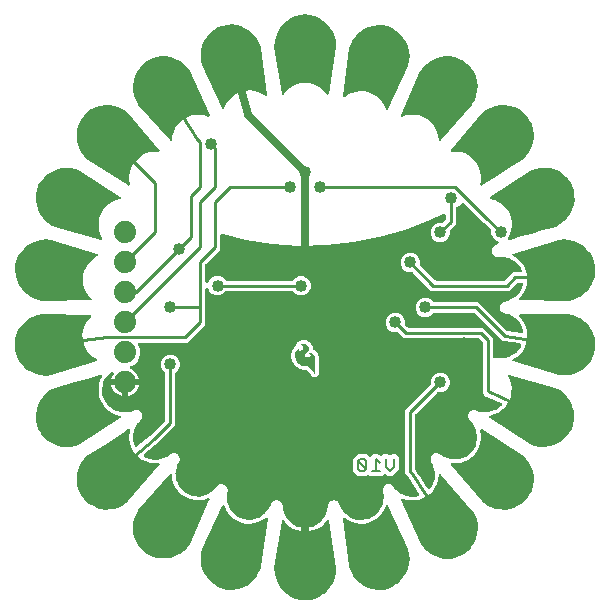
<source format=gbr>
G04 EAGLE Gerber RS-274X export*
G75*
%MOMM*%
%FSLAX34Y34*%
%LPD*%
%INBottom Copper*%
%IPPOS*%
%AMOC8*
5,1,8,0,0,1.08239X$1,22.5*%
G01*
%ADD10C,0.203200*%
%ADD11C,4.064000*%
%ADD12C,1.879600*%
%ADD13C,0.660400*%
%ADD14C,1.016000*%
%ADD15C,0.254000*%

G36*
X60Y-186916D02*
X60Y-186916D01*
X87Y-186917D01*
X136Y-186909D01*
X261Y-186897D01*
X6204Y-185863D01*
X6338Y-185824D01*
X6474Y-185790D01*
X6513Y-185772D01*
X6539Y-185765D01*
X6582Y-185740D01*
X6696Y-185687D01*
X11941Y-182707D01*
X12054Y-182625D01*
X12170Y-182547D01*
X12200Y-182517D01*
X12222Y-182501D01*
X12255Y-182463D01*
X12344Y-182375D01*
X16275Y-177799D01*
X16353Y-177684D01*
X16437Y-177572D01*
X16455Y-177533D01*
X16470Y-177511D01*
X16488Y-177464D01*
X16542Y-177351D01*
X18697Y-171716D01*
X18715Y-171644D01*
X18743Y-171575D01*
X18772Y-171424D01*
X18783Y-171379D01*
X18784Y-171361D01*
X18789Y-171335D01*
X19030Y-169084D01*
X19030Y-169072D01*
X19033Y-169055D01*
X19119Y-168075D01*
X19118Y-168038D01*
X19125Y-167973D01*
X19142Y-167152D01*
X19148Y-167132D01*
X19193Y-167015D01*
X19203Y-166954D01*
X19214Y-166919D01*
X19217Y-166871D01*
X19218Y-166866D01*
X19592Y-166148D01*
X19606Y-166113D01*
X19636Y-166056D01*
X19966Y-165304D01*
X19980Y-165288D01*
X20066Y-165196D01*
X20099Y-165144D01*
X20122Y-165116D01*
X20143Y-165073D01*
X20146Y-165068D01*
X20767Y-164549D01*
X20792Y-164521D01*
X20842Y-164481D01*
X21425Y-163922D01*
X21449Y-163913D01*
X21495Y-163884D01*
X21569Y-163851D01*
X21619Y-163815D01*
X21651Y-163798D01*
X21687Y-163767D01*
X21692Y-163763D01*
X22464Y-163520D01*
X22498Y-163505D01*
X22560Y-163486D01*
X23325Y-163188D01*
X23346Y-163186D01*
X23471Y-163182D01*
X23532Y-163168D01*
X23568Y-163165D01*
X23613Y-163150D01*
X23619Y-163149D01*
X24425Y-163219D01*
X24462Y-163218D01*
X24527Y-163225D01*
X25348Y-163242D01*
X25368Y-163248D01*
X25485Y-163293D01*
X25546Y-163303D01*
X25581Y-163314D01*
X25629Y-163317D01*
X25634Y-163318D01*
X26352Y-163692D01*
X26387Y-163706D01*
X26444Y-163736D01*
X27196Y-164066D01*
X27212Y-164080D01*
X27304Y-164166D01*
X27356Y-164199D01*
X27384Y-164222D01*
X27427Y-164243D01*
X27432Y-164246D01*
X27951Y-164867D01*
X27979Y-164892D01*
X28019Y-164942D01*
X28588Y-165535D01*
X28598Y-165553D01*
X28649Y-165669D01*
X28685Y-165719D01*
X28702Y-165751D01*
X28733Y-165787D01*
X28737Y-165792D01*
X28980Y-166564D01*
X28995Y-166598D01*
X29014Y-166660D01*
X29371Y-167576D01*
X29377Y-167587D01*
X29382Y-167604D01*
X30247Y-169701D01*
X30283Y-169766D01*
X30310Y-169835D01*
X30394Y-169965D01*
X30416Y-170006D01*
X30428Y-170019D01*
X30442Y-170041D01*
X34097Y-174853D01*
X34193Y-174954D01*
X34285Y-175059D01*
X34319Y-175086D01*
X34338Y-175105D01*
X34379Y-175132D01*
X34479Y-175209D01*
X38939Y-178110D01*
X38974Y-178128D01*
X39126Y-178214D01*
X40218Y-178723D01*
X40249Y-178733D01*
X40278Y-178749D01*
X40510Y-178824D01*
X45085Y-179906D01*
X45134Y-179912D01*
X45259Y-179937D01*
X46463Y-180077D01*
X46464Y-180077D01*
X46465Y-180077D01*
X46708Y-180086D01*
X46855Y-180079D01*
X46892Y-180073D01*
X46958Y-180071D01*
X51544Y-179554D01*
X51590Y-179543D01*
X51683Y-179532D01*
X52510Y-179360D01*
X52512Y-179359D01*
X52744Y-179292D01*
X53654Y-178945D01*
X53696Y-178923D01*
X53783Y-178889D01*
X56358Y-177623D01*
X56359Y-177623D01*
X57660Y-176983D01*
X57691Y-176963D01*
X57751Y-176935D01*
X58023Y-176777D01*
X58024Y-176776D01*
X58025Y-176775D01*
X58224Y-176638D01*
X59388Y-175687D01*
X59423Y-175651D01*
X59519Y-175567D01*
X62477Y-172513D01*
X62497Y-172487D01*
X62522Y-172466D01*
X62669Y-172270D01*
X63600Y-170805D01*
X63617Y-170769D01*
X63701Y-170616D01*
X65001Y-167745D01*
X65001Y-167744D01*
X65759Y-166070D01*
X65771Y-166032D01*
X65801Y-165967D01*
X65806Y-165953D01*
X65826Y-165870D01*
X65856Y-165791D01*
X65863Y-165745D01*
X65865Y-165738D01*
X65867Y-165724D01*
X65876Y-165663D01*
X65888Y-165614D01*
X65888Y-165589D01*
X65895Y-165550D01*
X66380Y-159531D01*
X66377Y-159456D01*
X66385Y-159382D01*
X66370Y-159228D01*
X66368Y-159182D01*
X66363Y-159165D01*
X66361Y-159139D01*
X65967Y-156950D01*
X65966Y-156947D01*
X65966Y-156944D01*
X65918Y-156788D01*
X65909Y-156757D01*
X65751Y-155881D01*
X65738Y-155839D01*
X65722Y-155755D01*
X65530Y-155045D01*
X65531Y-154952D01*
X65542Y-154841D01*
X65534Y-154759D01*
X65535Y-154716D01*
X65526Y-154674D01*
X65520Y-154614D01*
X65675Y-153897D01*
X65680Y-153853D01*
X65697Y-153770D01*
X65792Y-153040D01*
X65828Y-152955D01*
X65881Y-152856D01*
X65905Y-152778D01*
X65922Y-152738D01*
X65929Y-152696D01*
X65947Y-152638D01*
X66365Y-152036D01*
X66386Y-151996D01*
X66434Y-151926D01*
X66800Y-151288D01*
X66867Y-151224D01*
X66953Y-151152D01*
X67005Y-151089D01*
X67036Y-151059D01*
X67059Y-151023D01*
X67098Y-150976D01*
X67714Y-150579D01*
X67749Y-150551D01*
X67820Y-150505D01*
X68403Y-150056D01*
X68489Y-150021D01*
X68596Y-149989D01*
X68668Y-149950D01*
X68709Y-149934D01*
X68744Y-149910D01*
X68797Y-149881D01*
X69519Y-149751D01*
X69561Y-149738D01*
X69645Y-149722D01*
X70355Y-149530D01*
X70448Y-149531D01*
X70559Y-149542D01*
X70641Y-149534D01*
X70684Y-149535D01*
X70726Y-149526D01*
X70786Y-149520D01*
X71503Y-149675D01*
X71547Y-149680D01*
X71630Y-149697D01*
X72360Y-149792D01*
X72445Y-149828D01*
X72544Y-149881D01*
X72622Y-149905D01*
X72662Y-149922D01*
X72704Y-149929D01*
X72762Y-149947D01*
X73364Y-150365D01*
X73404Y-150386D01*
X73474Y-150434D01*
X74112Y-150800D01*
X74176Y-150867D01*
X74248Y-150953D01*
X74311Y-151005D01*
X74341Y-151036D01*
X74377Y-151059D01*
X74423Y-151098D01*
X74820Y-151714D01*
X74849Y-151749D01*
X74895Y-151820D01*
X75397Y-152472D01*
X75408Y-152498D01*
X75409Y-152501D01*
X75410Y-152503D01*
X75417Y-152512D01*
X75540Y-152704D01*
X76711Y-154242D01*
X76750Y-154284D01*
X76783Y-154331D01*
X76939Y-154481D01*
X76952Y-154494D01*
X76955Y-154496D01*
X76960Y-154500D01*
X81218Y-157976D01*
X81317Y-158039D01*
X81410Y-158110D01*
X81477Y-158142D01*
X81512Y-158164D01*
X81554Y-158179D01*
X81630Y-158216D01*
X81971Y-158348D01*
X81975Y-158349D01*
X81980Y-158352D01*
X83468Y-158918D01*
X83498Y-158926D01*
X83545Y-158945D01*
X86506Y-159893D01*
X86507Y-159893D01*
X86509Y-159894D01*
X86744Y-159949D01*
X89524Y-160368D01*
X89526Y-160368D01*
X89767Y-160385D01*
X92577Y-160356D01*
X92578Y-160356D01*
X92579Y-160356D01*
X92820Y-160334D01*
X95186Y-159927D01*
X95338Y-159883D01*
X95490Y-159842D01*
X95505Y-159834D01*
X95521Y-159829D01*
X95658Y-159752D01*
X95797Y-159677D01*
X95810Y-159666D01*
X95824Y-159658D01*
X95940Y-159551D01*
X96059Y-159447D01*
X96068Y-159433D01*
X96081Y-159422D01*
X96169Y-159292D01*
X96261Y-159163D01*
X96267Y-159147D01*
X96277Y-159134D01*
X96334Y-158986D01*
X96394Y-158841D01*
X96396Y-158824D01*
X96402Y-158809D01*
X96424Y-158652D01*
X96450Y-158497D01*
X96448Y-158480D01*
X96451Y-158463D01*
X96437Y-158307D01*
X96426Y-158149D01*
X96421Y-158133D01*
X96419Y-158116D01*
X96370Y-157967D01*
X96324Y-157816D01*
X96314Y-157798D01*
X96310Y-157785D01*
X96289Y-157750D01*
X96208Y-157600D01*
X87835Y-144618D01*
X87829Y-144611D01*
X87822Y-144599D01*
X85627Y-141307D01*
X85609Y-141286D01*
X85596Y-141261D01*
X85437Y-141075D01*
X84581Y-140219D01*
X84581Y-140199D01*
X84564Y-140049D01*
X84552Y-139899D01*
X84544Y-139876D01*
X84541Y-139853D01*
X84491Y-139711D01*
X84444Y-139568D01*
X84430Y-139542D01*
X84424Y-139524D01*
X84398Y-139485D01*
X84325Y-139354D01*
X84314Y-139337D01*
X84487Y-138471D01*
X84488Y-138471D01*
X84488Y-138470D01*
X84552Y-138150D01*
X84554Y-138122D01*
X84562Y-138095D01*
X84581Y-137851D01*
X84581Y-87111D01*
X105725Y-65967D01*
X105804Y-65868D01*
X105888Y-65774D01*
X105912Y-65732D01*
X105942Y-65694D01*
X105996Y-65580D01*
X106057Y-65469D01*
X106070Y-65423D01*
X106091Y-65379D01*
X106117Y-65256D01*
X106152Y-65134D01*
X106157Y-65073D01*
X106164Y-65038D01*
X106163Y-64990D01*
X106171Y-64890D01*
X106171Y-61883D01*
X107409Y-58895D01*
X109695Y-56609D01*
X112683Y-55371D01*
X115917Y-55371D01*
X118905Y-56609D01*
X121191Y-58895D01*
X122429Y-61883D01*
X122429Y-65117D01*
X121191Y-68105D01*
X118905Y-70391D01*
X115917Y-71629D01*
X112910Y-71629D01*
X112784Y-71643D01*
X112658Y-71650D01*
X112612Y-71663D01*
X112564Y-71669D01*
X112445Y-71711D01*
X112323Y-71746D01*
X112281Y-71770D01*
X112236Y-71786D01*
X112129Y-71855D01*
X112019Y-71916D01*
X111973Y-71956D01*
X111943Y-71975D01*
X111909Y-72010D01*
X111833Y-72075D01*
X93665Y-90243D01*
X93586Y-90342D01*
X93502Y-90436D01*
X93478Y-90478D01*
X93448Y-90516D01*
X93394Y-90630D01*
X93333Y-90741D01*
X93320Y-90787D01*
X93299Y-90831D01*
X93273Y-90954D01*
X93238Y-91076D01*
X93233Y-91137D01*
X93226Y-91172D01*
X93227Y-91220D01*
X93219Y-91320D01*
X93219Y-136661D01*
X93221Y-136684D01*
X93220Y-136705D01*
X93236Y-136817D01*
X93248Y-136961D01*
X93256Y-136984D01*
X93259Y-137007D01*
X93270Y-137038D01*
X93271Y-137049D01*
X93294Y-137106D01*
X93309Y-137149D01*
X93356Y-137292D01*
X93370Y-137318D01*
X93376Y-137336D01*
X93400Y-137372D01*
X93400Y-137373D01*
X93402Y-137377D01*
X93475Y-137506D01*
X93720Y-137874D01*
X93794Y-137962D01*
X93861Y-138055D01*
X93904Y-138092D01*
X95046Y-139863D01*
X95052Y-139870D01*
X95058Y-139882D01*
X96224Y-141630D01*
X96237Y-141674D01*
X96274Y-141742D01*
X96289Y-141781D01*
X96314Y-141817D01*
X96353Y-141889D01*
X103512Y-152988D01*
X103610Y-153108D01*
X103705Y-153230D01*
X103720Y-153242D01*
X103733Y-153258D01*
X103855Y-153351D01*
X103976Y-153449D01*
X103994Y-153458D01*
X104009Y-153470D01*
X104150Y-153533D01*
X104289Y-153601D01*
X104309Y-153605D01*
X104327Y-153613D01*
X104478Y-153643D01*
X104629Y-153677D01*
X104649Y-153677D01*
X104669Y-153681D01*
X104823Y-153676D01*
X104978Y-153675D01*
X104997Y-153670D01*
X105017Y-153669D01*
X105166Y-153629D01*
X105316Y-153593D01*
X105334Y-153584D01*
X105354Y-153579D01*
X105490Y-153506D01*
X105628Y-153436D01*
X105643Y-153423D01*
X105661Y-153414D01*
X105777Y-153312D01*
X105895Y-153213D01*
X105910Y-153194D01*
X105922Y-153183D01*
X105948Y-153147D01*
X106049Y-153023D01*
X107489Y-150918D01*
X107490Y-150915D01*
X107610Y-150706D01*
X108255Y-149334D01*
X108267Y-149297D01*
X108297Y-149235D01*
X109132Y-147077D01*
X109143Y-147032D01*
X109175Y-146948D01*
X109668Y-145232D01*
X109668Y-145231D01*
X109716Y-144993D01*
X109723Y-144931D01*
X109723Y-144896D01*
X109725Y-144888D01*
X109725Y-144886D01*
X109732Y-144833D01*
X110001Y-139908D01*
X109994Y-139791D01*
X109995Y-139674D01*
X109982Y-139601D01*
X109980Y-139560D01*
X109967Y-139518D01*
X109952Y-139434D01*
X108539Y-134121D01*
X108518Y-134068D01*
X108505Y-134012D01*
X108418Y-133815D01*
X108411Y-133797D01*
X108409Y-133794D01*
X108407Y-133788D01*
X107487Y-132087D01*
X107390Y-131949D01*
X107348Y-131888D01*
X106947Y-131136D01*
X106922Y-131099D01*
X106882Y-131024D01*
X106482Y-130407D01*
X106455Y-130318D01*
X106431Y-130208D01*
X106399Y-130133D01*
X106386Y-130092D01*
X106365Y-130055D01*
X106341Y-129999D01*
X106270Y-129270D01*
X106261Y-129226D01*
X106252Y-129141D01*
X106119Y-128418D01*
X106128Y-128326D01*
X106148Y-128215D01*
X106147Y-128133D01*
X106151Y-128090D01*
X106145Y-128048D01*
X106144Y-127987D01*
X106358Y-127286D01*
X106366Y-127242D01*
X106391Y-127161D01*
X106545Y-126442D01*
X106589Y-126360D01*
X106649Y-126265D01*
X106679Y-126189D01*
X106700Y-126151D01*
X106711Y-126110D01*
X106733Y-126053D01*
X107199Y-125487D01*
X107223Y-125450D01*
X107277Y-125384D01*
X107695Y-124779D01*
X107766Y-124720D01*
X107859Y-124656D01*
X107915Y-124597D01*
X107949Y-124569D01*
X107975Y-124536D01*
X108017Y-124492D01*
X108664Y-124147D01*
X108701Y-124122D01*
X108776Y-124082D01*
X109393Y-123682D01*
X109482Y-123655D01*
X109592Y-123631D01*
X109667Y-123599D01*
X109708Y-123586D01*
X109745Y-123565D01*
X109801Y-123541D01*
X110530Y-123470D01*
X110574Y-123461D01*
X110659Y-123452D01*
X111382Y-123319D01*
X111474Y-123328D01*
X111585Y-123348D01*
X111667Y-123347D01*
X111710Y-123351D01*
X111752Y-123345D01*
X111813Y-123344D01*
X112514Y-123558D01*
X112558Y-123566D01*
X112639Y-123591D01*
X113358Y-123745D01*
X113440Y-123789D01*
X113535Y-123849D01*
X113611Y-123879D01*
X113649Y-123900D01*
X113690Y-123911D01*
X113747Y-123933D01*
X114313Y-124399D01*
X114350Y-124423D01*
X114416Y-124477D01*
X115100Y-124949D01*
X115106Y-124957D01*
X115108Y-124958D01*
X115110Y-124961D01*
X115300Y-125115D01*
X117123Y-126370D01*
X117188Y-126404D01*
X117248Y-126447D01*
X117390Y-126512D01*
X117430Y-126533D01*
X117447Y-126538D01*
X117471Y-126548D01*
X123136Y-128586D01*
X123271Y-128618D01*
X123405Y-128656D01*
X123449Y-128660D01*
X123475Y-128666D01*
X123525Y-128666D01*
X123649Y-128676D01*
X129328Y-128686D01*
X129369Y-128682D01*
X129537Y-128672D01*
X130098Y-128595D01*
X130131Y-128587D01*
X130165Y-128585D01*
X130401Y-128521D01*
X135741Y-126622D01*
X135786Y-126600D01*
X135902Y-126554D01*
X136065Y-126474D01*
X136108Y-126446D01*
X136156Y-126425D01*
X136357Y-126286D01*
X137144Y-125643D01*
X140971Y-122515D01*
X141068Y-122415D01*
X141169Y-122320D01*
X141195Y-122285D01*
X141214Y-122265D01*
X141240Y-122222D01*
X141312Y-122121D01*
X144413Y-116971D01*
X144435Y-116924D01*
X144464Y-116880D01*
X144531Y-116718D01*
X144542Y-116696D01*
X144547Y-116680D01*
X144557Y-116654D01*
X144565Y-116630D01*
X144575Y-116581D01*
X144609Y-116461D01*
X144778Y-115622D01*
X145767Y-110704D01*
X145770Y-110670D01*
X145779Y-110638D01*
X145797Y-110394D01*
X145795Y-110073D01*
X145790Y-110031D01*
X145779Y-109863D01*
X144937Y-104097D01*
X144902Y-103963D01*
X144872Y-103827D01*
X144855Y-103787D01*
X144848Y-103761D01*
X144824Y-103716D01*
X144775Y-103603D01*
X141949Y-98286D01*
X141907Y-98225D01*
X141874Y-98159D01*
X141777Y-98037D01*
X141752Y-97999D01*
X141739Y-97988D01*
X141723Y-97967D01*
X140085Y-96195D01*
X140075Y-96187D01*
X140062Y-96171D01*
X139493Y-95582D01*
X139465Y-95559D01*
X139423Y-95514D01*
X138805Y-94952D01*
X138801Y-94944D01*
X138740Y-94831D01*
X138703Y-94786D01*
X138685Y-94757D01*
X138652Y-94724D01*
X138351Y-93960D01*
X138334Y-93928D01*
X138312Y-93870D01*
X137957Y-93114D01*
X137955Y-93105D01*
X137943Y-92978D01*
X137926Y-92922D01*
X137920Y-92888D01*
X137902Y-92845D01*
X137916Y-92024D01*
X137913Y-91988D01*
X137915Y-91926D01*
X137876Y-91092D01*
X137878Y-91083D01*
X137915Y-90960D01*
X137921Y-90902D01*
X137929Y-90868D01*
X137929Y-90822D01*
X138256Y-90069D01*
X138267Y-90034D01*
X138292Y-89978D01*
X138575Y-89193D01*
X138581Y-89185D01*
X138662Y-89086D01*
X138689Y-89034D01*
X138709Y-89006D01*
X138727Y-88964D01*
X139318Y-88393D01*
X139341Y-88365D01*
X139386Y-88323D01*
X139948Y-87706D01*
X139955Y-87701D01*
X139956Y-87701D01*
X140069Y-87640D01*
X140114Y-87603D01*
X140143Y-87585D01*
X140158Y-87570D01*
X140171Y-87562D01*
X140183Y-87549D01*
X140940Y-87251D01*
X140972Y-87234D01*
X141030Y-87212D01*
X141786Y-86857D01*
X141795Y-86855D01*
X141922Y-86843D01*
X141978Y-86826D01*
X142012Y-86820D01*
X142055Y-86802D01*
X142876Y-86816D01*
X142912Y-86813D01*
X142974Y-86815D01*
X143808Y-86776D01*
X143817Y-86778D01*
X143940Y-86815D01*
X143998Y-86821D01*
X144032Y-86829D01*
X144078Y-86829D01*
X144831Y-87156D01*
X144865Y-87166D01*
X144921Y-87192D01*
X145686Y-87468D01*
X145699Y-87471D01*
X145718Y-87479D01*
X148019Y-88251D01*
X148092Y-88266D01*
X148162Y-88291D01*
X148315Y-88314D01*
X148360Y-88323D01*
X148378Y-88323D01*
X148404Y-88327D01*
X154427Y-88721D01*
X154567Y-88714D01*
X154707Y-88713D01*
X154749Y-88705D01*
X154776Y-88704D01*
X154823Y-88690D01*
X154947Y-88665D01*
X160378Y-87108D01*
X160411Y-87094D01*
X160583Y-87033D01*
X161179Y-86765D01*
X161205Y-86749D01*
X161234Y-86739D01*
X161444Y-86612D01*
X165608Y-83616D01*
X165645Y-83583D01*
X165749Y-83502D01*
X166086Y-83192D01*
X166191Y-83071D01*
X166298Y-82952D01*
X166305Y-82939D01*
X166314Y-82928D01*
X166388Y-82788D01*
X166466Y-82646D01*
X166470Y-82632D01*
X166476Y-82620D01*
X166517Y-82465D01*
X166560Y-82311D01*
X166561Y-82296D01*
X166564Y-82283D01*
X166568Y-82122D01*
X166575Y-81962D01*
X166573Y-81948D01*
X166573Y-81934D01*
X166541Y-81778D01*
X166511Y-81620D01*
X166505Y-81607D01*
X166503Y-81593D01*
X166436Y-81448D01*
X166371Y-81301D01*
X166362Y-81290D01*
X166356Y-81277D01*
X166258Y-81150D01*
X166162Y-81022D01*
X166151Y-81013D01*
X166142Y-81002D01*
X166017Y-80901D01*
X165895Y-80798D01*
X165880Y-80790D01*
X165871Y-80783D01*
X165836Y-80766D01*
X165680Y-80680D01*
X154312Y-75573D01*
X154289Y-75565D01*
X154267Y-75553D01*
X154123Y-75512D01*
X153980Y-75467D01*
X153955Y-75465D01*
X153932Y-75458D01*
X153688Y-75439D01*
X153151Y-75439D01*
X152645Y-74932D01*
X152524Y-74836D01*
X152406Y-74738D01*
X152384Y-74726D01*
X152372Y-74716D01*
X152331Y-74696D01*
X152192Y-74620D01*
X151538Y-74326D01*
X151348Y-73824D01*
X151336Y-73802D01*
X151329Y-73779D01*
X151256Y-73648D01*
X151187Y-73515D01*
X151171Y-73496D01*
X151159Y-73475D01*
X151001Y-73288D01*
X150621Y-72909D01*
X150621Y-72192D01*
X150604Y-72039D01*
X150590Y-71886D01*
X150583Y-71863D01*
X150581Y-71846D01*
X150566Y-71804D01*
X150522Y-71651D01*
X150267Y-70982D01*
X150487Y-70492D01*
X150495Y-70469D01*
X150507Y-70447D01*
X150548Y-70303D01*
X150593Y-70160D01*
X150595Y-70135D01*
X150602Y-70112D01*
X150621Y-69868D01*
X150621Y-30360D01*
X150607Y-30234D01*
X150600Y-30108D01*
X150587Y-30062D01*
X150581Y-30014D01*
X150539Y-29895D01*
X150504Y-29773D01*
X150480Y-29731D01*
X150464Y-29686D01*
X150395Y-29579D01*
X150334Y-29469D01*
X150294Y-29423D01*
X150275Y-29393D01*
X150240Y-29359D01*
X150175Y-29283D01*
X147257Y-26365D01*
X147158Y-26286D01*
X147064Y-26202D01*
X147022Y-26178D01*
X146984Y-26148D01*
X146870Y-26094D01*
X146759Y-26033D01*
X146713Y-26020D01*
X146669Y-25999D01*
X146546Y-25973D01*
X146424Y-25938D01*
X146363Y-25933D01*
X146328Y-25926D01*
X146280Y-25927D01*
X146180Y-25919D01*
X83311Y-25919D01*
X78667Y-21275D01*
X78568Y-21196D01*
X78474Y-21112D01*
X78432Y-21088D01*
X78394Y-21058D01*
X78280Y-21004D01*
X78169Y-20943D01*
X78123Y-20930D01*
X78079Y-20909D01*
X77956Y-20883D01*
X77834Y-20848D01*
X77773Y-20843D01*
X77738Y-20836D01*
X77690Y-20837D01*
X77590Y-20829D01*
X74583Y-20829D01*
X71595Y-19591D01*
X69309Y-17305D01*
X68071Y-14317D01*
X68071Y-11083D01*
X69309Y-8095D01*
X71595Y-5809D01*
X74583Y-4571D01*
X77817Y-4571D01*
X80805Y-5809D01*
X83091Y-8095D01*
X84329Y-11083D01*
X84329Y-14090D01*
X84343Y-14216D01*
X84350Y-14342D01*
X84363Y-14388D01*
X84369Y-14436D01*
X84411Y-14555D01*
X84446Y-14677D01*
X84470Y-14719D01*
X84486Y-14764D01*
X84555Y-14871D01*
X84616Y-14981D01*
X84656Y-15027D01*
X84675Y-15057D01*
X84710Y-15091D01*
X84775Y-15167D01*
X86443Y-16835D01*
X86542Y-16914D01*
X86636Y-16998D01*
X86678Y-17022D01*
X86716Y-17052D01*
X86830Y-17106D01*
X86941Y-17167D01*
X86987Y-17180D01*
X87031Y-17201D01*
X87154Y-17227D01*
X87276Y-17262D01*
X87337Y-17267D01*
X87372Y-17274D01*
X87420Y-17273D01*
X87520Y-17281D01*
X150389Y-17281D01*
X159259Y-26151D01*
X159259Y-41721D01*
X159266Y-41783D01*
X159264Y-41845D01*
X159286Y-41956D01*
X159299Y-42068D01*
X159320Y-42126D01*
X159332Y-42187D01*
X159378Y-42290D01*
X159416Y-42396D01*
X159450Y-42448D01*
X159476Y-42505D01*
X159544Y-42594D01*
X159605Y-42689D01*
X159650Y-42732D01*
X159688Y-42781D01*
X159775Y-42853D01*
X159856Y-42931D01*
X159909Y-42963D01*
X159957Y-43002D01*
X160058Y-43052D01*
X160155Y-43110D01*
X160214Y-43129D01*
X160270Y-43156D01*
X160380Y-43181D01*
X160487Y-43216D01*
X160549Y-43221D01*
X160609Y-43235D01*
X160722Y-43235D01*
X160834Y-43244D01*
X160896Y-43235D01*
X160958Y-43234D01*
X161148Y-43197D01*
X161179Y-43192D01*
X161186Y-43189D01*
X161198Y-43187D01*
X161629Y-43065D01*
X161660Y-43052D01*
X161713Y-43038D01*
X162526Y-42755D01*
X162647Y-42755D01*
X162698Y-42745D01*
X162730Y-42743D01*
X162763Y-42734D01*
X163599Y-42831D01*
X163632Y-42831D01*
X163687Y-42839D01*
X164275Y-42873D01*
X164292Y-42872D01*
X164317Y-42875D01*
X166937Y-42955D01*
X167010Y-42948D01*
X167084Y-42952D01*
X167239Y-42929D01*
X167284Y-42925D01*
X167300Y-42920D01*
X167326Y-42916D01*
X173186Y-41561D01*
X173317Y-41514D01*
X173450Y-41473D01*
X173489Y-41453D01*
X173514Y-41444D01*
X173557Y-41417D01*
X173666Y-41358D01*
X178428Y-38300D01*
X178461Y-38273D01*
X178594Y-38177D01*
X179037Y-37798D01*
X179061Y-37772D01*
X179089Y-37751D01*
X179254Y-37570D01*
X179659Y-37044D01*
X182005Y-33998D01*
X182006Y-33997D01*
X182635Y-33180D01*
X182661Y-33137D01*
X182732Y-33038D01*
X182914Y-32737D01*
X182937Y-32688D01*
X182966Y-32643D01*
X183056Y-32426D01*
X183059Y-32420D01*
X183059Y-32419D01*
X183060Y-32417D01*
X183072Y-32379D01*
X183102Y-32229D01*
X183136Y-32082D01*
X183136Y-32059D01*
X183141Y-32037D01*
X183136Y-31885D01*
X183136Y-31733D01*
X183130Y-31711D01*
X183130Y-31689D01*
X183090Y-31542D01*
X183055Y-31394D01*
X183045Y-31374D01*
X183040Y-31352D01*
X182968Y-31218D01*
X182900Y-31082D01*
X182886Y-31064D01*
X182876Y-31045D01*
X182775Y-30930D01*
X182679Y-30813D01*
X182661Y-30799D01*
X182646Y-30782D01*
X182522Y-30694D01*
X182401Y-30602D01*
X182381Y-30593D01*
X182363Y-30579D01*
X182222Y-30521D01*
X182083Y-30459D01*
X182057Y-30453D01*
X182041Y-30446D01*
X181995Y-30439D01*
X181845Y-30404D01*
X168704Y-28465D01*
X168671Y-28464D01*
X168481Y-28449D01*
X167096Y-28449D01*
X167075Y-28433D01*
X166950Y-28334D01*
X166936Y-28327D01*
X166924Y-28318D01*
X166779Y-28253D01*
X166635Y-28185D01*
X166620Y-28182D01*
X166606Y-28175D01*
X166520Y-28156D01*
X165699Y-27049D01*
X165676Y-27026D01*
X165553Y-26881D01*
X143437Y-4765D01*
X143338Y-4686D01*
X143244Y-4602D01*
X143202Y-4578D01*
X143164Y-4548D01*
X143050Y-4494D01*
X142939Y-4433D01*
X142893Y-4420D01*
X142849Y-4399D01*
X142726Y-4373D01*
X142604Y-4338D01*
X142543Y-4333D01*
X142508Y-4326D01*
X142460Y-4327D01*
X142360Y-4319D01*
X109408Y-4319D01*
X109282Y-4333D01*
X109156Y-4340D01*
X109110Y-4353D01*
X109062Y-4359D01*
X108943Y-4401D01*
X108821Y-4436D01*
X108779Y-4460D01*
X108734Y-4476D01*
X108627Y-4545D01*
X108517Y-4606D01*
X108471Y-4646D01*
X108441Y-4665D01*
X108407Y-4700D01*
X108331Y-4765D01*
X106205Y-6891D01*
X103217Y-8129D01*
X99983Y-8129D01*
X96995Y-6891D01*
X94709Y-4605D01*
X93471Y-1617D01*
X93471Y1617D01*
X94709Y4605D01*
X96995Y6891D01*
X99983Y8129D01*
X103217Y8129D01*
X106205Y6891D01*
X108331Y4765D01*
X108430Y4686D01*
X108524Y4602D01*
X108566Y4578D01*
X108604Y4548D01*
X108718Y4494D01*
X108829Y4433D01*
X108875Y4420D01*
X108919Y4399D01*
X109042Y4373D01*
X109164Y4338D01*
X109225Y4333D01*
X109260Y4326D01*
X109308Y4327D01*
X109408Y4319D01*
X146569Y4319D01*
X149545Y1343D01*
X170597Y-19710D01*
X170609Y-19719D01*
X170619Y-19731D01*
X170746Y-19827D01*
X170870Y-19926D01*
X170884Y-19933D01*
X170896Y-19942D01*
X171042Y-20007D01*
X171185Y-20075D01*
X171200Y-20078D01*
X171214Y-20085D01*
X171452Y-20140D01*
X182985Y-21841D01*
X183144Y-21846D01*
X183302Y-21855D01*
X183318Y-21852D01*
X183333Y-21852D01*
X183488Y-21821D01*
X183645Y-21793D01*
X183660Y-21787D01*
X183675Y-21784D01*
X183819Y-21718D01*
X183965Y-21656D01*
X183978Y-21646D01*
X183992Y-21640D01*
X184118Y-21543D01*
X184246Y-21449D01*
X184256Y-21437D01*
X184269Y-21427D01*
X184368Y-21305D01*
X184472Y-21184D01*
X184479Y-21169D01*
X184489Y-21157D01*
X184559Y-21015D01*
X184632Y-20874D01*
X184636Y-20859D01*
X184643Y-20844D01*
X184678Y-20690D01*
X184717Y-20536D01*
X184718Y-20520D01*
X184721Y-20505D01*
X184721Y-20347D01*
X184724Y-20188D01*
X184720Y-20169D01*
X184720Y-20156D01*
X184711Y-20117D01*
X184681Y-19947D01*
X184608Y-19673D01*
X184590Y-19626D01*
X184553Y-19503D01*
X182558Y-14424D01*
X182542Y-14395D01*
X182533Y-14364D01*
X182416Y-14149D01*
X182060Y-13603D01*
X182035Y-13572D01*
X181931Y-13432D01*
X178232Y-9196D01*
X178129Y-9102D01*
X178031Y-9004D01*
X177994Y-8980D01*
X177974Y-8962D01*
X177930Y-8937D01*
X177827Y-8868D01*
X172576Y-5935D01*
X172508Y-5907D01*
X172444Y-5870D01*
X172297Y-5819D01*
X172254Y-5801D01*
X172237Y-5798D01*
X172213Y-5790D01*
X169770Y-5162D01*
X169755Y-5160D01*
X169734Y-5153D01*
X169053Y-4996D01*
X169019Y-4992D01*
X168962Y-4978D01*
X168126Y-4838D01*
X168013Y-4776D01*
X167960Y-4759D01*
X167930Y-4745D01*
X167890Y-4736D01*
X167214Y-4253D01*
X167184Y-4237D01*
X167137Y-4202D01*
X166417Y-3752D01*
X166337Y-3652D01*
X166294Y-3616D01*
X166272Y-3591D01*
X166239Y-3568D01*
X165798Y-2864D01*
X165777Y-2837D01*
X165747Y-2786D01*
X165254Y-2096D01*
X165218Y-1972D01*
X165193Y-1923D01*
X165181Y-1891D01*
X165159Y-1857D01*
X165022Y-1038D01*
X165013Y-1004D01*
X165004Y-947D01*
X164813Y-120D01*
X164827Y8D01*
X164823Y63D01*
X164824Y97D01*
X164817Y137D01*
X165004Y946D01*
X165008Y981D01*
X165022Y1038D01*
X165162Y1874D01*
X165224Y1987D01*
X165241Y2040D01*
X165255Y2070D01*
X165264Y2110D01*
X165747Y2786D01*
X165763Y2816D01*
X165798Y2863D01*
X166248Y3583D01*
X166348Y3663D01*
X166384Y3706D01*
X166409Y3728D01*
X166432Y3761D01*
X167136Y4202D01*
X167163Y4223D01*
X167214Y4253D01*
X167904Y4746D01*
X168028Y4782D01*
X168077Y4807D01*
X168109Y4819D01*
X168143Y4841D01*
X168962Y4978D01*
X168995Y4987D01*
X169053Y4996D01*
X169734Y5153D01*
X169748Y5158D01*
X169771Y5162D01*
X172213Y5790D01*
X172282Y5816D01*
X172354Y5834D01*
X172495Y5898D01*
X172538Y5915D01*
X172552Y5924D01*
X172576Y5935D01*
X177827Y8868D01*
X177940Y8950D01*
X178057Y9025D01*
X178088Y9056D01*
X178110Y9072D01*
X178143Y9110D01*
X178232Y9196D01*
X181931Y13432D01*
X181954Y13465D01*
X182060Y13603D01*
X182416Y14149D01*
X182431Y14178D01*
X182450Y14204D01*
X182558Y14424D01*
X184356Y19001D01*
X184391Y19133D01*
X184432Y19263D01*
X184435Y19301D01*
X184445Y19338D01*
X184449Y19474D01*
X184460Y19610D01*
X184455Y19648D01*
X184456Y19686D01*
X184429Y19820D01*
X184409Y19955D01*
X184395Y19990D01*
X184387Y20028D01*
X184330Y20152D01*
X184280Y20279D01*
X184258Y20310D01*
X184242Y20345D01*
X184159Y20453D01*
X184081Y20565D01*
X184053Y20590D01*
X184029Y20621D01*
X183924Y20707D01*
X183822Y20798D01*
X183789Y20817D01*
X183759Y20841D01*
X183637Y20901D01*
X183517Y20967D01*
X183480Y20977D01*
X183446Y20994D01*
X183313Y21024D01*
X183182Y21062D01*
X183135Y21065D01*
X183106Y21072D01*
X183056Y21072D01*
X182938Y21081D01*
X180220Y21081D01*
X180094Y21067D01*
X179968Y21060D01*
X179922Y21047D01*
X179874Y21041D01*
X179755Y20999D01*
X179633Y20964D01*
X179591Y20940D01*
X179546Y20924D01*
X179439Y20855D01*
X179329Y20794D01*
X179283Y20754D01*
X179253Y20735D01*
X179219Y20700D01*
X179143Y20635D01*
X172589Y14081D01*
X106811Y14081D01*
X91367Y29525D01*
X91268Y29604D01*
X91174Y29688D01*
X91132Y29712D01*
X91094Y29742D01*
X90980Y29796D01*
X90869Y29857D01*
X90823Y29870D01*
X90779Y29891D01*
X90656Y29917D01*
X90534Y29952D01*
X90473Y29957D01*
X90438Y29964D01*
X90390Y29963D01*
X90290Y29971D01*
X87283Y29971D01*
X84295Y31209D01*
X82009Y33495D01*
X80771Y36483D01*
X80771Y39717D01*
X82009Y42705D01*
X84295Y44991D01*
X87283Y46229D01*
X90517Y46229D01*
X93505Y44991D01*
X95791Y42705D01*
X97029Y39717D01*
X97029Y36710D01*
X97043Y36584D01*
X97050Y36458D01*
X97063Y36412D01*
X97069Y36364D01*
X97111Y36245D01*
X97146Y36123D01*
X97170Y36081D01*
X97186Y36036D01*
X97255Y35929D01*
X97316Y35819D01*
X97356Y35773D01*
X97375Y35743D01*
X97410Y35709D01*
X97475Y35633D01*
X109943Y23165D01*
X110042Y23086D01*
X110136Y23002D01*
X110178Y22978D01*
X110216Y22948D01*
X110330Y22894D01*
X110441Y22833D01*
X110487Y22820D01*
X110531Y22799D01*
X110654Y22773D01*
X110776Y22738D01*
X110837Y22733D01*
X110872Y22726D01*
X110920Y22727D01*
X111020Y22719D01*
X168380Y22719D01*
X168506Y22733D01*
X168632Y22740D01*
X168678Y22753D01*
X168726Y22759D01*
X168845Y22801D01*
X168967Y22836D01*
X169009Y22860D01*
X169054Y22876D01*
X169161Y22945D01*
X169271Y23006D01*
X169317Y23046D01*
X169347Y23065D01*
X169381Y23100D01*
X169457Y23165D01*
X176011Y29719D01*
X181839Y29719D01*
X181928Y29729D01*
X182018Y29729D01*
X182101Y29749D01*
X182185Y29759D01*
X182270Y29789D01*
X182357Y29810D01*
X182433Y29847D01*
X182513Y29876D01*
X182589Y29925D01*
X182669Y29965D01*
X182735Y30019D01*
X182806Y30065D01*
X182869Y30130D01*
X182938Y30187D01*
X182989Y30255D01*
X183048Y30316D01*
X183094Y30393D01*
X183149Y30464D01*
X183184Y30542D01*
X183227Y30615D01*
X183255Y30700D01*
X183291Y30782D01*
X183308Y30866D01*
X183333Y30947D01*
X183341Y31036D01*
X183358Y31124D01*
X183355Y31210D01*
X183361Y31294D01*
X183348Y31383D01*
X183345Y31473D01*
X183317Y31589D01*
X183310Y31639D01*
X183299Y31666D01*
X183288Y31711D01*
X183060Y32418D01*
X183038Y32466D01*
X183023Y32518D01*
X182917Y32731D01*
X182915Y32735D01*
X182915Y32736D01*
X182914Y32737D01*
X182732Y33038D01*
X182701Y33078D01*
X182635Y33180D01*
X179254Y37570D01*
X179229Y37595D01*
X179209Y37625D01*
X179037Y37798D01*
X178594Y38177D01*
X178558Y38201D01*
X178534Y38219D01*
X178512Y38239D01*
X178498Y38246D01*
X178428Y38300D01*
X173666Y41358D01*
X173541Y41420D01*
X173419Y41487D01*
X173378Y41500D01*
X173353Y41512D01*
X173304Y41523D01*
X173186Y41561D01*
X167326Y42916D01*
X167253Y42924D01*
X167181Y42942D01*
X167025Y42950D01*
X166980Y42955D01*
X166963Y42953D01*
X166937Y42955D01*
X164762Y42889D01*
X164750Y42887D01*
X164739Y42888D01*
X164663Y42876D01*
X163657Y42834D01*
X163617Y42828D01*
X163544Y42825D01*
X162765Y42734D01*
X162713Y42743D01*
X162597Y42770D01*
X162527Y42773D01*
X162488Y42779D01*
X162442Y42776D01*
X162413Y42777D01*
X161684Y43044D01*
X161644Y43054D01*
X161576Y43080D01*
X160822Y43294D01*
X160777Y43321D01*
X160680Y43392D01*
X160616Y43421D01*
X160582Y43442D01*
X160539Y43456D01*
X160512Y43469D01*
X159941Y43994D01*
X159908Y44018D01*
X159855Y44068D01*
X159240Y44554D01*
X159209Y44597D01*
X159146Y44699D01*
X159099Y44751D01*
X159076Y44783D01*
X159041Y44813D01*
X159021Y44835D01*
X158695Y45539D01*
X158673Y45573D01*
X158643Y45640D01*
X158261Y46325D01*
X158249Y46376D01*
X158230Y46494D01*
X158206Y46560D01*
X158197Y46599D01*
X158176Y46640D01*
X158166Y46667D01*
X158134Y47442D01*
X158128Y47483D01*
X158125Y47556D01*
X158034Y48334D01*
X158043Y48387D01*
X158070Y48503D01*
X158073Y48573D01*
X158079Y48612D01*
X158076Y48658D01*
X158077Y48687D01*
X158344Y49416D01*
X158354Y49456D01*
X158380Y49524D01*
X158594Y50278D01*
X158621Y50323D01*
X158692Y50420D01*
X158721Y50484D01*
X158742Y50518D01*
X158756Y50561D01*
X158769Y50588D01*
X159294Y51159D01*
X159318Y51192D01*
X159368Y51245D01*
X159854Y51860D01*
X159897Y51891D01*
X159999Y51954D01*
X160051Y52001D01*
X160083Y52024D01*
X160113Y52059D01*
X160135Y52079D01*
X160839Y52405D01*
X160873Y52427D01*
X160940Y52457D01*
X161803Y52938D01*
X161909Y52989D01*
X163019Y53626D01*
X163021Y53628D01*
X163024Y53629D01*
X163160Y53730D01*
X163300Y53833D01*
X163302Y53835D01*
X163304Y53837D01*
X163412Y53964D01*
X163526Y54098D01*
X163527Y54101D01*
X163529Y54103D01*
X163607Y54256D01*
X163686Y54408D01*
X163686Y54411D01*
X163687Y54413D01*
X163730Y54582D01*
X163771Y54746D01*
X163771Y54749D01*
X163772Y54751D01*
X163774Y54927D01*
X163777Y55095D01*
X163777Y55097D01*
X163777Y55100D01*
X163740Y55269D01*
X163704Y55435D01*
X163703Y55438D01*
X163702Y55440D01*
X163629Y55593D01*
X163555Y55750D01*
X163554Y55752D01*
X163553Y55755D01*
X163445Y55889D01*
X163339Y56024D01*
X163337Y56025D01*
X163335Y56027D01*
X163198Y56136D01*
X163066Y56240D01*
X163064Y56241D01*
X163062Y56243D01*
X162844Y56354D01*
X161003Y57117D01*
X158717Y59403D01*
X157479Y62391D01*
X157479Y64967D01*
X157461Y65122D01*
X157447Y65279D01*
X157441Y65296D01*
X157439Y65313D01*
X157386Y65461D01*
X157337Y65609D01*
X157328Y65625D01*
X157322Y65641D01*
X157237Y65774D01*
X157155Y65907D01*
X157141Y65922D01*
X157133Y65934D01*
X157102Y65964D01*
X156989Y66086D01*
X151149Y71477D01*
X151071Y71534D01*
X151000Y71598D01*
X150931Y71636D01*
X150868Y71683D01*
X150779Y71720D01*
X150763Y71729D01*
X149429Y73063D01*
X149410Y73078D01*
X149385Y73105D01*
X148005Y74379D01*
X147992Y74412D01*
X147937Y74491D01*
X147890Y74575D01*
X147820Y74657D01*
X147791Y74697D01*
X147767Y74719D01*
X147731Y74761D01*
X134794Y87698D01*
X134784Y87706D01*
X134777Y87716D01*
X134648Y87814D01*
X134521Y87915D01*
X134510Y87920D01*
X134500Y87928D01*
X134353Y87995D01*
X134206Y88064D01*
X134194Y88067D01*
X134183Y88072D01*
X134023Y88103D01*
X133865Y88137D01*
X133853Y88137D01*
X133841Y88140D01*
X133679Y88134D01*
X133517Y88131D01*
X133505Y88128D01*
X133493Y88128D01*
X133336Y88086D01*
X133179Y88046D01*
X133168Y88041D01*
X133156Y88038D01*
X132937Y87930D01*
X128252Y85135D01*
X128140Y85050D01*
X128025Y84970D01*
X128002Y84944D01*
X127975Y84923D01*
X127885Y84815D01*
X127792Y84711D01*
X127775Y84681D01*
X127753Y84654D01*
X127691Y84529D01*
X127623Y84406D01*
X127614Y84373D01*
X127599Y84342D01*
X127566Y84205D01*
X127528Y84071D01*
X127525Y84028D01*
X127519Y84003D01*
X127519Y83953D01*
X127509Y83827D01*
X127509Y70601D01*
X122875Y65967D01*
X122796Y65868D01*
X122712Y65774D01*
X122688Y65732D01*
X122658Y65694D01*
X122604Y65580D01*
X122543Y65469D01*
X122530Y65423D01*
X122509Y65379D01*
X122483Y65256D01*
X122448Y65134D01*
X122443Y65073D01*
X122436Y65038D01*
X122437Y64990D01*
X122429Y64890D01*
X122429Y61883D01*
X121191Y58895D01*
X118905Y56609D01*
X115917Y55371D01*
X112683Y55371D01*
X109695Y56609D01*
X107409Y58895D01*
X106171Y61883D01*
X106171Y65117D01*
X107409Y68105D01*
X109695Y70391D01*
X112683Y71629D01*
X115690Y71629D01*
X115816Y71643D01*
X115942Y71650D01*
X115988Y71663D01*
X116036Y71669D01*
X116155Y71711D01*
X116277Y71746D01*
X116319Y71770D01*
X116364Y71786D01*
X116471Y71855D01*
X116581Y71916D01*
X116627Y71956D01*
X116657Y71975D01*
X116691Y72010D01*
X116767Y72075D01*
X118425Y73733D01*
X118504Y73832D01*
X118588Y73926D01*
X118612Y73968D01*
X118642Y74006D01*
X118696Y74120D01*
X118757Y74231D01*
X118770Y74277D01*
X118791Y74321D01*
X118817Y74444D01*
X118852Y74566D01*
X118857Y74627D01*
X118864Y74662D01*
X118863Y74710D01*
X118871Y74810D01*
X118871Y77918D01*
X118869Y77939D01*
X118871Y77959D01*
X118849Y78111D01*
X118831Y78264D01*
X118824Y78284D01*
X118821Y78304D01*
X118766Y78447D01*
X118714Y78592D01*
X118703Y78610D01*
X118695Y78629D01*
X118608Y78756D01*
X118525Y78885D01*
X118510Y78899D01*
X118498Y78917D01*
X118385Y79021D01*
X118274Y79127D01*
X118256Y79138D01*
X118241Y79152D01*
X118107Y79227D01*
X117975Y79306D01*
X117956Y79312D01*
X117937Y79323D01*
X117789Y79366D01*
X117643Y79412D01*
X117623Y79414D01*
X117603Y79420D01*
X117449Y79428D01*
X117296Y79440D01*
X117275Y79437D01*
X117255Y79438D01*
X117104Y79412D01*
X116951Y79389D01*
X116932Y79381D01*
X116912Y79377D01*
X116684Y79289D01*
X105636Y73934D01*
X84377Y65814D01*
X62497Y59562D01*
X40158Y55223D01*
X17527Y52830D01*
X-5225Y52401D01*
X-27930Y53940D01*
X-50416Y57435D01*
X-69995Y62240D01*
X-70030Y62244D01*
X-70063Y62255D01*
X-70202Y62266D01*
X-70341Y62284D01*
X-70375Y62280D01*
X-70410Y62283D01*
X-70548Y62262D01*
X-70687Y62248D01*
X-70720Y62236D01*
X-70755Y62231D01*
X-70885Y62180D01*
X-71017Y62134D01*
X-71046Y62115D01*
X-71079Y62103D01*
X-71193Y62023D01*
X-71312Y61948D01*
X-71336Y61924D01*
X-71365Y61904D01*
X-71458Y61800D01*
X-71557Y61701D01*
X-71575Y61671D01*
X-71598Y61645D01*
X-71666Y61522D01*
X-71739Y61404D01*
X-71750Y61370D01*
X-71767Y61340D01*
X-71805Y61205D01*
X-71849Y61073D01*
X-71852Y61038D01*
X-71862Y61004D01*
X-71881Y60761D01*
X-71881Y49011D01*
X-84135Y36757D01*
X-84214Y36658D01*
X-84298Y36564D01*
X-84322Y36522D01*
X-84352Y36484D01*
X-84406Y36370D01*
X-84467Y36259D01*
X-84480Y36213D01*
X-84501Y36169D01*
X-84527Y36046D01*
X-84562Y35924D01*
X-84567Y35863D01*
X-84574Y35828D01*
X-84573Y35780D01*
X-84581Y35680D01*
X-84581Y22301D01*
X-84576Y22251D01*
X-84578Y22201D01*
X-84556Y22079D01*
X-84541Y21955D01*
X-84524Y21908D01*
X-84515Y21858D01*
X-84466Y21744D01*
X-84424Y21627D01*
X-84397Y21585D01*
X-84377Y21539D01*
X-84302Y21439D01*
X-84235Y21334D01*
X-84199Y21299D01*
X-84169Y21259D01*
X-84074Y21179D01*
X-83984Y21092D01*
X-83941Y21066D01*
X-83903Y21034D01*
X-83792Y20977D01*
X-83685Y20913D01*
X-83637Y20898D01*
X-83592Y20875D01*
X-83472Y20845D01*
X-83353Y20807D01*
X-83303Y20803D01*
X-83254Y20791D01*
X-83130Y20789D01*
X-83006Y20779D01*
X-82956Y20786D01*
X-82906Y20786D01*
X-82784Y20812D01*
X-82661Y20831D01*
X-82614Y20849D01*
X-82565Y20860D01*
X-82453Y20914D01*
X-82337Y20959D01*
X-82296Y20988D01*
X-82250Y21010D01*
X-82153Y21087D01*
X-82051Y21158D01*
X-82017Y21196D01*
X-81978Y21227D01*
X-81901Y21325D01*
X-81818Y21417D01*
X-81793Y21461D01*
X-81762Y21501D01*
X-81651Y21718D01*
X-81059Y23147D01*
X-78773Y25433D01*
X-75785Y26671D01*
X-72551Y26671D01*
X-69563Y25433D01*
X-67183Y23053D01*
X-67084Y22974D01*
X-66990Y22890D01*
X-66948Y22866D01*
X-66910Y22836D01*
X-66796Y22782D01*
X-66685Y22721D01*
X-66639Y22708D01*
X-66595Y22687D01*
X-66472Y22661D01*
X-66350Y22626D01*
X-66289Y22621D01*
X-66254Y22614D01*
X-66206Y22615D01*
X-66106Y22607D01*
X-11364Y22607D01*
X-11238Y22621D01*
X-11112Y22628D01*
X-11066Y22641D01*
X-11018Y22647D01*
X-10899Y22689D01*
X-10777Y22724D01*
X-10735Y22748D01*
X-10690Y22764D01*
X-10583Y22833D01*
X-10473Y22894D01*
X-10427Y22934D01*
X-10397Y22953D01*
X-10363Y22988D01*
X-10287Y23053D01*
X-8161Y25179D01*
X-5173Y26417D01*
X-1939Y26417D01*
X1049Y25179D01*
X3335Y22893D01*
X4573Y19905D01*
X4573Y16671D01*
X3335Y13683D01*
X1049Y11397D01*
X-1939Y10159D01*
X-5173Y10159D01*
X-8161Y11397D01*
X-10287Y13523D01*
X-10386Y13602D01*
X-10480Y13686D01*
X-10522Y13710D01*
X-10560Y13740D01*
X-10674Y13794D01*
X-10785Y13855D01*
X-10831Y13868D01*
X-10875Y13889D01*
X-10998Y13915D01*
X-11120Y13950D01*
X-11181Y13955D01*
X-11216Y13962D01*
X-11264Y13961D01*
X-11364Y13969D01*
X-66614Y13969D01*
X-66740Y13955D01*
X-66866Y13948D01*
X-66912Y13935D01*
X-66960Y13929D01*
X-67079Y13887D01*
X-67201Y13852D01*
X-67243Y13828D01*
X-67288Y13812D01*
X-67395Y13743D01*
X-67505Y13682D01*
X-67551Y13642D01*
X-67581Y13623D01*
X-67615Y13588D01*
X-67691Y13523D01*
X-69563Y11651D01*
X-72551Y10413D01*
X-75785Y10413D01*
X-78773Y11651D01*
X-81059Y13937D01*
X-81651Y15366D01*
X-81675Y15410D01*
X-81692Y15457D01*
X-81760Y15561D01*
X-81820Y15670D01*
X-81854Y15707D01*
X-81881Y15750D01*
X-81971Y15836D01*
X-82054Y15928D01*
X-82096Y15957D01*
X-82132Y15992D01*
X-82239Y16056D01*
X-82341Y16126D01*
X-82388Y16145D01*
X-82431Y16171D01*
X-82549Y16209D01*
X-82665Y16254D01*
X-82715Y16262D01*
X-82763Y16277D01*
X-82887Y16287D01*
X-83010Y16305D01*
X-83060Y16301D01*
X-83110Y16305D01*
X-83233Y16287D01*
X-83357Y16276D01*
X-83405Y16261D01*
X-83455Y16253D01*
X-83570Y16207D01*
X-83689Y16169D01*
X-83732Y16143D01*
X-83779Y16125D01*
X-83881Y16054D01*
X-83987Y15989D01*
X-84024Y15954D01*
X-84065Y15926D01*
X-84148Y15833D01*
X-84237Y15747D01*
X-84265Y15704D01*
X-84298Y15667D01*
X-84358Y15558D01*
X-84426Y15453D01*
X-84443Y15406D01*
X-84467Y15362D01*
X-84501Y15242D01*
X-84542Y15125D01*
X-84548Y15075D01*
X-84562Y15026D01*
X-84581Y14783D01*
X-84581Y-14489D01*
X-99811Y-29719D01*
X-140120Y-29719D01*
X-140269Y-29736D01*
X-140419Y-29748D01*
X-140442Y-29756D01*
X-140466Y-29759D01*
X-140607Y-29809D01*
X-140751Y-29855D01*
X-140771Y-29868D01*
X-140794Y-29876D01*
X-140921Y-29958D01*
X-141049Y-30035D01*
X-141066Y-30052D01*
X-141087Y-30065D01*
X-141191Y-30173D01*
X-141299Y-30278D01*
X-141312Y-30298D01*
X-141329Y-30316D01*
X-141406Y-30445D01*
X-141487Y-30571D01*
X-141495Y-30594D01*
X-141508Y-30615D01*
X-141554Y-30758D01*
X-141604Y-30900D01*
X-141607Y-30924D01*
X-141614Y-30947D01*
X-141626Y-31096D01*
X-141643Y-31246D01*
X-141640Y-31270D01*
X-141642Y-31294D01*
X-141620Y-31443D01*
X-141602Y-31592D01*
X-141593Y-31620D01*
X-141590Y-31639D01*
X-141573Y-31683D01*
X-141527Y-31825D01*
X-139953Y-35624D01*
X-139953Y-40576D01*
X-141848Y-45151D01*
X-145349Y-48652D01*
X-147754Y-49648D01*
X-147790Y-49668D01*
X-147829Y-49681D01*
X-147942Y-49752D01*
X-148059Y-49817D01*
X-148089Y-49845D01*
X-148124Y-49866D01*
X-148218Y-49961D01*
X-148317Y-50051D01*
X-148340Y-50085D01*
X-148369Y-50114D01*
X-148439Y-50228D01*
X-148515Y-50338D01*
X-148530Y-50376D01*
X-148552Y-50411D01*
X-148594Y-50538D01*
X-148643Y-50662D01*
X-148649Y-50703D01*
X-148662Y-50741D01*
X-148675Y-50875D01*
X-148694Y-51007D01*
X-148691Y-51048D01*
X-148694Y-51088D01*
X-148676Y-51221D01*
X-148665Y-51354D01*
X-148653Y-51393D01*
X-148647Y-51434D01*
X-148599Y-51558D01*
X-148558Y-51686D01*
X-148537Y-51721D01*
X-148523Y-51759D01*
X-148448Y-51870D01*
X-148378Y-51985D01*
X-148350Y-52014D01*
X-148327Y-52048D01*
X-148229Y-52138D01*
X-148136Y-52235D01*
X-148101Y-52257D01*
X-148071Y-52284D01*
X-147863Y-52413D01*
X-146143Y-53289D01*
X-144622Y-54394D01*
X-143294Y-55722D01*
X-142189Y-57243D01*
X-141336Y-58917D01*
X-140755Y-60704D01*
X-140715Y-60961D01*
X-151384Y-60961D01*
X-151410Y-60964D01*
X-151436Y-60962D01*
X-151583Y-60984D01*
X-151730Y-61001D01*
X-151755Y-61009D01*
X-151781Y-61013D01*
X-151918Y-61068D01*
X-152058Y-61118D01*
X-152080Y-61132D01*
X-152105Y-61142D01*
X-152226Y-61227D01*
X-152351Y-61307D01*
X-152369Y-61326D01*
X-152391Y-61341D01*
X-152405Y-61357D01*
X-152490Y-61275D01*
X-152513Y-61261D01*
X-152532Y-61244D01*
X-152662Y-61172D01*
X-152789Y-61096D01*
X-152814Y-61088D01*
X-152837Y-61075D01*
X-152980Y-61035D01*
X-153121Y-60990D01*
X-153147Y-60987D01*
X-153172Y-60980D01*
X-153416Y-60961D01*
X-164085Y-60961D01*
X-164045Y-60704D01*
X-163464Y-58917D01*
X-162611Y-57243D01*
X-162357Y-56893D01*
X-162332Y-56849D01*
X-162300Y-56809D01*
X-162247Y-56698D01*
X-162186Y-56590D01*
X-162171Y-56541D01*
X-162149Y-56495D01*
X-162123Y-56374D01*
X-162088Y-56255D01*
X-162085Y-56204D01*
X-162074Y-56155D01*
X-162075Y-56031D01*
X-162069Y-55907D01*
X-162077Y-55857D01*
X-162078Y-55807D01*
X-162108Y-55686D01*
X-162129Y-55564D01*
X-162149Y-55517D01*
X-162161Y-55468D01*
X-162217Y-55357D01*
X-162266Y-55243D01*
X-162296Y-55203D01*
X-162319Y-55157D01*
X-162399Y-55062D01*
X-162472Y-54962D01*
X-162510Y-54929D01*
X-162543Y-54891D01*
X-162642Y-54816D01*
X-162737Y-54735D01*
X-162782Y-54712D01*
X-162822Y-54682D01*
X-162936Y-54632D01*
X-163046Y-54575D01*
X-163095Y-54562D01*
X-163141Y-54542D01*
X-163263Y-54519D01*
X-163383Y-54488D01*
X-163434Y-54487D01*
X-163484Y-54478D01*
X-163608Y-54484D01*
X-163732Y-54481D01*
X-163781Y-54492D01*
X-163832Y-54494D01*
X-163952Y-54528D01*
X-164073Y-54553D01*
X-164119Y-54575D01*
X-164167Y-54588D01*
X-164276Y-54648D01*
X-164388Y-54701D01*
X-164428Y-54732D01*
X-164473Y-54757D01*
X-164660Y-54914D01*
X-168389Y-58599D01*
X-168448Y-58672D01*
X-168514Y-58739D01*
X-168576Y-58832D01*
X-168607Y-58871D01*
X-168621Y-58899D01*
X-168650Y-58943D01*
X-168719Y-59069D01*
X-168733Y-59102D01*
X-168764Y-59155D01*
X-170781Y-63409D01*
X-170790Y-63436D01*
X-170864Y-63622D01*
X-171493Y-65710D01*
X-171494Y-65713D01*
X-171545Y-65948D01*
X-171557Y-66043D01*
X-171558Y-66067D01*
X-171564Y-66102D01*
X-171900Y-69655D01*
X-171899Y-69704D01*
X-171906Y-69840D01*
X-171853Y-71788D01*
X-171853Y-71790D01*
X-171827Y-72030D01*
X-171631Y-73060D01*
X-171620Y-73096D01*
X-171609Y-73160D01*
X-170850Y-76079D01*
X-170839Y-76109D01*
X-170837Y-76119D01*
X-170829Y-76141D01*
X-170808Y-76215D01*
X-170281Y-77671D01*
X-170280Y-77673D01*
X-170180Y-77892D01*
X-169498Y-79119D01*
X-169470Y-79158D01*
X-169421Y-79242D01*
X-167463Y-82087D01*
X-167439Y-82115D01*
X-167404Y-82167D01*
X-166938Y-82758D01*
X-166938Y-82759D01*
X-166937Y-82759D01*
X-166936Y-82760D01*
X-166903Y-82797D01*
X-166885Y-82822D01*
X-166849Y-82855D01*
X-166772Y-82938D01*
X-165601Y-84013D01*
X-165562Y-84041D01*
X-165456Y-84131D01*
X-161988Y-86604D01*
X-161964Y-86617D01*
X-161942Y-86635D01*
X-161728Y-86753D01*
X-160376Y-87361D01*
X-160353Y-87368D01*
X-160159Y-87439D01*
X-155102Y-88844D01*
X-154961Y-88867D01*
X-154821Y-88895D01*
X-154782Y-88895D01*
X-154758Y-88899D01*
X-154708Y-88895D01*
X-154576Y-88895D01*
X-148498Y-88423D01*
X-148422Y-88408D01*
X-148346Y-88403D01*
X-148202Y-88365D01*
X-148156Y-88356D01*
X-148138Y-88348D01*
X-148109Y-88341D01*
X-145971Y-87587D01*
X-145970Y-87586D01*
X-145969Y-87586D01*
X-145840Y-87523D01*
X-145755Y-87481D01*
X-144958Y-87202D01*
X-144916Y-87182D01*
X-144831Y-87152D01*
X-144180Y-86856D01*
X-144179Y-86856D01*
X-144071Y-86840D01*
X-143963Y-86833D01*
X-143879Y-86811D01*
X-143834Y-86804D01*
X-143796Y-86789D01*
X-143726Y-86771D01*
X-143725Y-86771D01*
X-143011Y-86811D01*
X-142965Y-86808D01*
X-142875Y-86812D01*
X-142160Y-86788D01*
X-142159Y-86789D01*
X-142054Y-86815D01*
X-141950Y-86850D01*
X-141864Y-86862D01*
X-141821Y-86873D01*
X-141780Y-86874D01*
X-141708Y-86884D01*
X-141707Y-86884D01*
X-141062Y-87194D01*
X-141019Y-87209D01*
X-140937Y-87247D01*
X-140268Y-87499D01*
X-140267Y-87500D01*
X-140185Y-87560D01*
X-140113Y-87625D01*
X-140106Y-87629D01*
X-140098Y-87636D01*
X-140023Y-87680D01*
X-139987Y-87707D01*
X-139950Y-87723D01*
X-139887Y-87760D01*
X-139886Y-87760D01*
X-139409Y-88294D01*
X-139375Y-88324D01*
X-139314Y-88391D01*
X-138791Y-88880D01*
X-138735Y-88974D01*
X-138687Y-89071D01*
X-138635Y-89140D01*
X-138612Y-89179D01*
X-138583Y-89208D01*
X-138539Y-89266D01*
X-138539Y-89267D01*
X-138302Y-89942D01*
X-138282Y-89984D01*
X-138252Y-90069D01*
X-137956Y-90720D01*
X-137956Y-90721D01*
X-137940Y-90829D01*
X-137933Y-90937D01*
X-137911Y-91021D01*
X-137904Y-91066D01*
X-137889Y-91104D01*
X-137871Y-91174D01*
X-137871Y-91175D01*
X-137911Y-91889D01*
X-137908Y-91935D01*
X-137912Y-92025D01*
X-137888Y-92740D01*
X-137889Y-92741D01*
X-137915Y-92846D01*
X-137950Y-92950D01*
X-137962Y-93036D01*
X-137973Y-93079D01*
X-137974Y-93120D01*
X-137984Y-93192D01*
X-137984Y-93193D01*
X-138294Y-93838D01*
X-138309Y-93881D01*
X-138347Y-93963D01*
X-138599Y-94632D01*
X-138600Y-94633D01*
X-138664Y-94721D01*
X-138736Y-94802D01*
X-138780Y-94877D01*
X-138807Y-94913D01*
X-138823Y-94950D01*
X-138860Y-95013D01*
X-138860Y-95014D01*
X-139394Y-95491D01*
X-139424Y-95525D01*
X-139491Y-95586D01*
X-140045Y-96178D01*
X-140070Y-96193D01*
X-140070Y-96194D01*
X-140252Y-96358D01*
X-141790Y-97993D01*
X-141834Y-98053D01*
X-141887Y-98107D01*
X-141970Y-98235D01*
X-141998Y-98272D01*
X-142005Y-98289D01*
X-142020Y-98312D01*
X-144877Y-103595D01*
X-144909Y-103676D01*
X-144951Y-103753D01*
X-144988Y-103872D01*
X-145006Y-103919D01*
X-145010Y-103945D01*
X-145023Y-103986D01*
X-145074Y-104215D01*
X-145078Y-104253D01*
X-145094Y-104320D01*
X-145771Y-108796D01*
X-145772Y-108833D01*
X-145788Y-109014D01*
X-145802Y-111111D01*
X-145802Y-111113D01*
X-145784Y-111354D01*
X-145665Y-112124D01*
X-145659Y-112148D01*
X-145654Y-112187D01*
X-145120Y-114885D01*
X-145105Y-114932D01*
X-145075Y-115059D01*
X-144431Y-117044D01*
X-144338Y-117269D01*
X-144333Y-117279D01*
X-144318Y-117301D01*
X-144308Y-117326D01*
X-144294Y-117345D01*
X-144287Y-117361D01*
X-144225Y-117441D01*
X-144221Y-117446D01*
X-144139Y-117569D01*
X-144120Y-117587D01*
X-144104Y-117609D01*
X-144077Y-117632D01*
X-144074Y-117637D01*
X-144050Y-117656D01*
X-143993Y-117706D01*
X-143885Y-117807D01*
X-143862Y-117820D01*
X-143842Y-117838D01*
X-143711Y-117907D01*
X-143583Y-117981D01*
X-143557Y-117989D01*
X-143534Y-118001D01*
X-143391Y-118039D01*
X-143249Y-118082D01*
X-143223Y-118084D01*
X-143197Y-118091D01*
X-143049Y-118095D01*
X-142902Y-118105D01*
X-142875Y-118100D01*
X-142849Y-118101D01*
X-142704Y-118072D01*
X-142558Y-118048D01*
X-142533Y-118038D01*
X-142507Y-118032D01*
X-142372Y-117971D01*
X-142236Y-117914D01*
X-142214Y-117899D01*
X-142190Y-117887D01*
X-141991Y-117745D01*
X-131247Y-108622D01*
X-131217Y-108590D01*
X-131155Y-108538D01*
X-119065Y-96447D01*
X-118986Y-96348D01*
X-118902Y-96254D01*
X-118878Y-96212D01*
X-118848Y-96174D01*
X-118794Y-96060D01*
X-118733Y-95949D01*
X-118720Y-95903D01*
X-118699Y-95859D01*
X-118673Y-95736D01*
X-118638Y-95614D01*
X-118633Y-95553D01*
X-118626Y-95518D01*
X-118627Y-95470D01*
X-118619Y-95370D01*
X-118619Y-56068D01*
X-118633Y-55942D01*
X-118640Y-55816D01*
X-118653Y-55770D01*
X-118659Y-55722D01*
X-118701Y-55603D01*
X-118736Y-55481D01*
X-118760Y-55439D01*
X-118776Y-55394D01*
X-118845Y-55287D01*
X-118906Y-55177D01*
X-118946Y-55131D01*
X-118965Y-55101D01*
X-119000Y-55067D01*
X-119065Y-54991D01*
X-121191Y-52865D01*
X-122429Y-49877D01*
X-122429Y-46643D01*
X-121191Y-43655D01*
X-118905Y-41369D01*
X-115917Y-40131D01*
X-112683Y-40131D01*
X-109695Y-41369D01*
X-107409Y-43655D01*
X-106171Y-46643D01*
X-106171Y-49877D01*
X-107409Y-52865D01*
X-109535Y-54991D01*
X-109614Y-55090D01*
X-109698Y-55184D01*
X-109722Y-55226D01*
X-109752Y-55264D01*
X-109806Y-55378D01*
X-109867Y-55489D01*
X-109880Y-55535D01*
X-109901Y-55579D01*
X-109927Y-55702D01*
X-109962Y-55824D01*
X-109967Y-55885D01*
X-109974Y-55920D01*
X-109973Y-55968D01*
X-109981Y-56068D01*
X-109981Y-99579D01*
X-112957Y-102555D01*
X-123699Y-113297D01*
X-123739Y-113347D01*
X-123786Y-113392D01*
X-123847Y-113483D01*
X-123916Y-113570D01*
X-123943Y-113628D01*
X-123979Y-113682D01*
X-124018Y-113785D01*
X-124041Y-113835D01*
X-125293Y-114898D01*
X-125323Y-114930D01*
X-125385Y-114982D01*
X-126546Y-116143D01*
X-126595Y-116153D01*
X-126695Y-116199D01*
X-126799Y-116236D01*
X-126853Y-116271D01*
X-126912Y-116298D01*
X-127062Y-116406D01*
X-127092Y-116425D01*
X-127098Y-116432D01*
X-127110Y-116441D01*
X-136107Y-124079D01*
X-136219Y-124199D01*
X-136332Y-124317D01*
X-136338Y-124326D01*
X-136345Y-124334D01*
X-136427Y-124475D01*
X-136511Y-124616D01*
X-136514Y-124626D01*
X-136519Y-124636D01*
X-136567Y-124792D01*
X-136616Y-124948D01*
X-136617Y-124959D01*
X-136620Y-124969D01*
X-136631Y-125133D01*
X-136643Y-125296D01*
X-136642Y-125306D01*
X-136642Y-125317D01*
X-136616Y-125478D01*
X-136591Y-125640D01*
X-136587Y-125650D01*
X-136585Y-125661D01*
X-136522Y-125812D01*
X-136462Y-125964D01*
X-136456Y-125973D01*
X-136451Y-125983D01*
X-136356Y-126116D01*
X-136262Y-126250D01*
X-136254Y-126257D01*
X-136248Y-126266D01*
X-136125Y-126373D01*
X-136003Y-126483D01*
X-135992Y-126489D01*
X-135985Y-126495D01*
X-135957Y-126510D01*
X-135793Y-126608D01*
X-134420Y-127282D01*
X-134373Y-127299D01*
X-134254Y-127352D01*
X-132130Y-128100D01*
X-132105Y-128106D01*
X-132069Y-128120D01*
X-130970Y-128456D01*
X-130967Y-128456D01*
X-130732Y-128508D01*
X-128493Y-128816D01*
X-128456Y-128816D01*
X-128275Y-128830D01*
X-124249Y-128802D01*
X-124210Y-128797D01*
X-124142Y-128798D01*
X-123464Y-128745D01*
X-123379Y-128728D01*
X-123292Y-128722D01*
X-123171Y-128688D01*
X-123122Y-128679D01*
X-123098Y-128668D01*
X-123056Y-128656D01*
X-117506Y-126615D01*
X-117439Y-126581D01*
X-117368Y-126556D01*
X-117236Y-126479D01*
X-117195Y-126458D01*
X-117181Y-126446D01*
X-117157Y-126432D01*
X-115365Y-125175D01*
X-115354Y-125165D01*
X-115341Y-125158D01*
X-115308Y-125127D01*
X-114469Y-124521D01*
X-114440Y-124495D01*
X-114382Y-124454D01*
X-113773Y-123943D01*
X-113734Y-123925D01*
X-113619Y-123884D01*
X-113562Y-123849D01*
X-113527Y-123833D01*
X-113489Y-123805D01*
X-113470Y-123793D01*
X-112705Y-123612D01*
X-112668Y-123598D01*
X-112599Y-123582D01*
X-111841Y-123343D01*
X-111798Y-123342D01*
X-111676Y-123347D01*
X-111609Y-123337D01*
X-111571Y-123336D01*
X-111526Y-123324D01*
X-111504Y-123321D01*
X-110728Y-123446D01*
X-110688Y-123448D01*
X-110619Y-123460D01*
X-109826Y-123529D01*
X-109786Y-123544D01*
X-109676Y-123596D01*
X-109610Y-123612D01*
X-109574Y-123626D01*
X-109528Y-123632D01*
X-109506Y-123637D01*
X-108837Y-124050D01*
X-108801Y-124066D01*
X-108741Y-124104D01*
X-108036Y-124471D01*
X-108005Y-124501D01*
X-107923Y-124591D01*
X-107868Y-124630D01*
X-107840Y-124657D01*
X-107800Y-124680D01*
X-107782Y-124694D01*
X-107322Y-125331D01*
X-107295Y-125360D01*
X-107254Y-125418D01*
X-106743Y-126027D01*
X-106725Y-126066D01*
X-106684Y-126181D01*
X-106649Y-126238D01*
X-106633Y-126273D01*
X-106605Y-126311D01*
X-106593Y-126330D01*
X-106412Y-127095D01*
X-106398Y-127132D01*
X-106382Y-127201D01*
X-106143Y-127959D01*
X-106142Y-128002D01*
X-106147Y-128124D01*
X-106137Y-128191D01*
X-106136Y-128229D01*
X-106124Y-128274D01*
X-106121Y-128296D01*
X-106246Y-129072D01*
X-106248Y-129112D01*
X-106260Y-129181D01*
X-106329Y-129974D01*
X-106344Y-130014D01*
X-106396Y-130124D01*
X-106412Y-130190D01*
X-106426Y-130226D01*
X-106432Y-130272D01*
X-106437Y-130294D01*
X-106850Y-130963D01*
X-106867Y-130999D01*
X-106904Y-131059D01*
X-107378Y-131970D01*
X-107421Y-132040D01*
X-108398Y-133979D01*
X-108423Y-134049D01*
X-108458Y-134115D01*
X-108502Y-134263D01*
X-108518Y-134306D01*
X-108520Y-134324D01*
X-108527Y-134350D01*
X-109770Y-140240D01*
X-109783Y-140378D01*
X-109803Y-140517D01*
X-109800Y-140560D01*
X-109803Y-140587D01*
X-109796Y-140636D01*
X-109789Y-140761D01*
X-108974Y-146694D01*
X-108965Y-146729D01*
X-108929Y-146908D01*
X-108914Y-146959D01*
X-108903Y-146987D01*
X-108896Y-147018D01*
X-108801Y-147243D01*
X-106060Y-152496D01*
X-106032Y-152537D01*
X-105967Y-152651D01*
X-105905Y-152740D01*
X-105873Y-152778D01*
X-105847Y-152820D01*
X-105803Y-152868D01*
X-105786Y-152892D01*
X-105754Y-152921D01*
X-105681Y-153000D01*
X-101308Y-157036D01*
X-101270Y-157064D01*
X-101197Y-157129D01*
X-101193Y-157132D01*
X-101188Y-157135D01*
X-101057Y-157219D01*
X-101027Y-157241D01*
X-101015Y-157246D01*
X-100989Y-157263D01*
X-100897Y-157312D01*
X-100854Y-157329D01*
X-100774Y-157371D01*
X-95531Y-159593D01*
X-95480Y-159608D01*
X-95432Y-159631D01*
X-95200Y-159690D01*
X-95196Y-159691D01*
X-95195Y-159691D01*
X-94474Y-159815D01*
X-94424Y-159818D01*
X-94302Y-159835D01*
X-89227Y-160121D01*
X-89192Y-160119D01*
X-89158Y-160123D01*
X-88914Y-160106D01*
X-87842Y-159945D01*
X-87802Y-159934D01*
X-87637Y-159899D01*
X-82495Y-158375D01*
X-82367Y-158320D01*
X-82235Y-158271D01*
X-82199Y-158249D01*
X-82174Y-158238D01*
X-82134Y-158209D01*
X-82027Y-158143D01*
X-77172Y-154584D01*
X-77118Y-154533D01*
X-77057Y-154490D01*
X-76951Y-154378D01*
X-76917Y-154347D01*
X-76907Y-154332D01*
X-76889Y-154313D01*
X-75250Y-152285D01*
X-75241Y-152271D01*
X-75224Y-152253D01*
X-74855Y-151770D01*
X-74838Y-151741D01*
X-74803Y-151697D01*
X-74323Y-150986D01*
X-74225Y-150913D01*
X-74190Y-150873D01*
X-74165Y-150853D01*
X-74144Y-150824D01*
X-73418Y-150403D01*
X-73391Y-150383D01*
X-73342Y-150356D01*
X-72626Y-149882D01*
X-72507Y-149852D01*
X-72460Y-149829D01*
X-72429Y-149819D01*
X-72398Y-149801D01*
X-71566Y-149690D01*
X-71534Y-149682D01*
X-71478Y-149675D01*
X-70636Y-149512D01*
X-70515Y-149529D01*
X-70462Y-149527D01*
X-70430Y-149529D01*
X-70394Y-149524D01*
X-69583Y-149740D01*
X-69550Y-149745D01*
X-69496Y-149760D01*
X-68656Y-149931D01*
X-68550Y-149994D01*
X-68500Y-150012D01*
X-68472Y-150026D01*
X-68437Y-150035D01*
X-67770Y-150545D01*
X-67741Y-150562D01*
X-67697Y-150597D01*
X-66986Y-151077D01*
X-66913Y-151175D01*
X-66873Y-151210D01*
X-66853Y-151235D01*
X-66824Y-151256D01*
X-66403Y-151982D01*
X-66383Y-152009D01*
X-66356Y-152058D01*
X-65882Y-152774D01*
X-65852Y-152893D01*
X-65829Y-152940D01*
X-65819Y-152971D01*
X-65801Y-153002D01*
X-65690Y-153834D01*
X-65682Y-153866D01*
X-65675Y-153922D01*
X-65512Y-154764D01*
X-65529Y-154885D01*
X-65527Y-154938D01*
X-65529Y-154970D01*
X-65528Y-154979D01*
X-65528Y-154984D01*
X-65525Y-155008D01*
X-65740Y-155817D01*
X-65745Y-155850D01*
X-65760Y-155904D01*
X-65882Y-156503D01*
X-65884Y-156519D01*
X-65890Y-156544D01*
X-66340Y-159111D01*
X-66345Y-159184D01*
X-66359Y-159257D01*
X-66358Y-159413D01*
X-66361Y-159459D01*
X-66358Y-159475D01*
X-66358Y-159502D01*
X-65853Y-165506D01*
X-65826Y-165643D01*
X-65805Y-165780D01*
X-65790Y-165821D01*
X-65784Y-165848D01*
X-65764Y-165894D01*
X-65721Y-166010D01*
X-63424Y-171055D01*
X-63402Y-171090D01*
X-63323Y-171240D01*
X-62895Y-171914D01*
X-62874Y-171940D01*
X-62858Y-171970D01*
X-62702Y-172158D01*
X-58894Y-176078D01*
X-58855Y-176110D01*
X-58765Y-176197D01*
X-58495Y-176417D01*
X-58452Y-176445D01*
X-58413Y-176479D01*
X-58203Y-176604D01*
X-52900Y-179207D01*
X-52769Y-179254D01*
X-52640Y-179306D01*
X-52597Y-179315D01*
X-52572Y-179324D01*
X-52522Y-179330D01*
X-52400Y-179353D01*
X-46414Y-180031D01*
X-46360Y-180031D01*
X-46306Y-180040D01*
X-46176Y-180035D01*
X-46131Y-180037D01*
X-46098Y-180032D01*
X-46074Y-180031D01*
X-46066Y-180031D01*
X-46064Y-180030D01*
X-46062Y-180030D01*
X-46057Y-180029D01*
X-46008Y-180018D01*
X-45889Y-180000D01*
X-40131Y-178647D01*
X-40099Y-178635D01*
X-40066Y-178630D01*
X-39836Y-178545D01*
X-39599Y-178434D01*
X-39563Y-178412D01*
X-39414Y-178332D01*
X-34488Y-175145D01*
X-34381Y-175057D01*
X-34270Y-174973D01*
X-34240Y-174941D01*
X-34219Y-174923D01*
X-34189Y-174884D01*
X-34106Y-174792D01*
X-33605Y-174137D01*
X-33605Y-174136D01*
X-31275Y-171090D01*
X-30445Y-170005D01*
X-30407Y-169942D01*
X-30361Y-169884D01*
X-30290Y-169745D01*
X-30266Y-169706D01*
X-30261Y-169690D01*
X-30249Y-169666D01*
X-29295Y-167381D01*
X-29291Y-167367D01*
X-29282Y-167347D01*
X-29008Y-166646D01*
X-28999Y-166612D01*
X-28977Y-166556D01*
X-28720Y-165754D01*
X-28718Y-165751D01*
X-28640Y-165648D01*
X-28616Y-165597D01*
X-28597Y-165569D01*
X-28581Y-165528D01*
X-28009Y-164932D01*
X-27988Y-164904D01*
X-27946Y-164861D01*
X-27402Y-164218D01*
X-27399Y-164216D01*
X-27288Y-164151D01*
X-27245Y-164113D01*
X-27217Y-164094D01*
X-27187Y-164063D01*
X-26430Y-163730D01*
X-26400Y-163713D01*
X-26345Y-163689D01*
X-25596Y-163304D01*
X-25593Y-163303D01*
X-25465Y-163285D01*
X-25411Y-163267D01*
X-25378Y-163260D01*
X-25338Y-163242D01*
X-24512Y-163225D01*
X-24477Y-163220D01*
X-24417Y-163220D01*
X-23578Y-163150D01*
X-23575Y-163150D01*
X-23450Y-163183D01*
X-23393Y-163186D01*
X-23360Y-163193D01*
X-23316Y-163191D01*
X-22546Y-163492D01*
X-22512Y-163501D01*
X-22456Y-163523D01*
X-21675Y-163773D01*
X-21659Y-163788D01*
X-21602Y-163819D01*
X-21548Y-163860D01*
X-21497Y-163884D01*
X-21469Y-163903D01*
X-21428Y-163919D01*
X-20832Y-164491D01*
X-20804Y-164512D01*
X-20761Y-164554D01*
X-20118Y-165098D01*
X-20116Y-165101D01*
X-20051Y-165212D01*
X-20013Y-165255D01*
X-19994Y-165283D01*
X-19963Y-165313D01*
X-19630Y-166070D01*
X-19613Y-166100D01*
X-19589Y-166155D01*
X-19204Y-166904D01*
X-19203Y-166907D01*
X-19185Y-167035D01*
X-19167Y-167089D01*
X-19160Y-167122D01*
X-19142Y-167162D01*
X-19125Y-167988D01*
X-19120Y-168023D01*
X-19120Y-168083D01*
X-19058Y-168828D01*
X-19055Y-168842D01*
X-19054Y-168864D01*
X-18789Y-171335D01*
X-18772Y-171408D01*
X-18766Y-171482D01*
X-18722Y-171630D01*
X-18712Y-171675D01*
X-18704Y-171691D01*
X-18697Y-171716D01*
X-16542Y-177351D01*
X-16477Y-177475D01*
X-16419Y-177602D01*
X-16393Y-177636D01*
X-16381Y-177660D01*
X-16349Y-177698D01*
X-16275Y-177799D01*
X-12344Y-182375D01*
X-12241Y-182470D01*
X-12143Y-182570D01*
X-12108Y-182594D01*
X-12088Y-182612D01*
X-12045Y-182637D01*
X-11941Y-182707D01*
X-6696Y-185687D01*
X-6567Y-185742D01*
X-6441Y-185802D01*
X-6400Y-185813D01*
X-6375Y-185823D01*
X-6326Y-185832D01*
X-6204Y-185863D01*
X-261Y-186897D01*
X-121Y-186905D01*
X18Y-186919D01*
X60Y-186916D01*
G37*
G36*
X69336Y167414D02*
X69336Y167414D01*
X69473Y167428D01*
X69475Y167429D01*
X69477Y167429D01*
X69610Y167483D01*
X69737Y167534D01*
X69739Y167535D01*
X69741Y167535D01*
X69853Y167623D01*
X69962Y167708D01*
X69963Y167710D01*
X69964Y167711D01*
X69975Y167726D01*
X70129Y167938D01*
X70139Y167967D01*
X70154Y167988D01*
X87139Y204696D01*
X87178Y204823D01*
X87207Y204896D01*
X88102Y208796D01*
X88105Y208828D01*
X88114Y208856D01*
X88115Y208912D01*
X88125Y208954D01*
X88399Y212947D01*
X88392Y213040D01*
X88397Y213106D01*
X88043Y217092D01*
X88022Y217183D01*
X88017Y217249D01*
X87043Y221131D01*
X87008Y221218D01*
X86992Y221282D01*
X85424Y224964D01*
X85375Y225044D01*
X85350Y225105D01*
X83225Y228497D01*
X83164Y228568D01*
X83130Y228624D01*
X80500Y231641D01*
X80429Y231703D01*
X80386Y231753D01*
X77317Y234321D01*
X77238Y234371D01*
X77187Y234414D01*
X73754Y236471D01*
X73668Y236507D01*
X73612Y236541D01*
X69899Y238036D01*
X69780Y238065D01*
X69708Y238092D01*
X65775Y238833D01*
X65682Y238837D01*
X65617Y238850D01*
X61616Y238967D01*
X61523Y238957D01*
X61457Y238959D01*
X57488Y238449D01*
X57398Y238424D01*
X57332Y238417D01*
X53491Y237292D01*
X53406Y237253D01*
X53342Y237235D01*
X49725Y235523D01*
X49647Y235472D01*
X49586Y235444D01*
X46281Y233187D01*
X46212Y233124D01*
X46157Y233088D01*
X43245Y230342D01*
X43187Y230269D01*
X43138Y230224D01*
X40692Y227056D01*
X40646Y226975D01*
X40605Y226923D01*
X38685Y223412D01*
X38652Y223324D01*
X38619Y223266D01*
X37272Y219498D01*
X37252Y219402D01*
X37234Y219345D01*
X37233Y219331D01*
X37222Y219293D01*
X31754Y179217D01*
X31754Y179215D01*
X31753Y179213D01*
X31754Y179074D01*
X31755Y178933D01*
X31756Y178931D01*
X31756Y178929D01*
X31796Y178794D01*
X31835Y178660D01*
X31836Y178658D01*
X31837Y178656D01*
X31914Y178536D01*
X31988Y178420D01*
X31989Y178419D01*
X31990Y178417D01*
X32098Y178323D01*
X32201Y178232D01*
X32203Y178231D01*
X32204Y178230D01*
X32332Y178170D01*
X32458Y178110D01*
X32460Y178110D01*
X32462Y178109D01*
X32598Y178088D01*
X32739Y178065D01*
X32741Y178065D01*
X32742Y178065D01*
X32884Y178082D01*
X33021Y178099D01*
X33023Y178099D01*
X33025Y178100D01*
X33042Y178107D01*
X33283Y178209D01*
X33307Y178229D01*
X33330Y178240D01*
X36331Y180276D01*
X39544Y181773D01*
X42955Y182739D01*
X46476Y183148D01*
X50018Y182991D01*
X53489Y182272D01*
X56801Y181008D01*
X59869Y179232D01*
X62615Y176990D01*
X64968Y174338D01*
X66868Y171346D01*
X68299Y168014D01*
X68300Y168012D01*
X68301Y168010D01*
X68375Y167890D01*
X68447Y167771D01*
X68449Y167769D01*
X68450Y167768D01*
X68553Y167673D01*
X68656Y167578D01*
X68658Y167577D01*
X68659Y167576D01*
X68784Y167514D01*
X68911Y167451D01*
X68913Y167451D01*
X68914Y167450D01*
X69054Y167425D01*
X69190Y167400D01*
X69192Y167400D01*
X69194Y167400D01*
X69336Y167414D01*
G37*
G36*
X4082Y-247618D02*
X4082Y-247618D01*
X4173Y-247596D01*
X4239Y-247590D01*
X8112Y-246580D01*
X8198Y-246544D01*
X8262Y-246527D01*
X11929Y-244924D01*
X12009Y-244874D01*
X12069Y-244848D01*
X15440Y-242691D01*
X15511Y-242630D01*
X15567Y-242595D01*
X18559Y-239936D01*
X18619Y-239865D01*
X18669Y-239821D01*
X21208Y-236728D01*
X21257Y-236648D01*
X21299Y-236597D01*
X23323Y-233144D01*
X23359Y-233058D01*
X23393Y-233001D01*
X24852Y-229274D01*
X24873Y-229183D01*
X24898Y-229122D01*
X25756Y-225213D01*
X25763Y-225120D01*
X25778Y-225055D01*
X26014Y-221060D01*
X26003Y-220928D01*
X26004Y-220849D01*
X20004Y-180849D01*
X20003Y-180848D01*
X20003Y-180846D01*
X19964Y-180715D01*
X19960Y-180703D01*
X19938Y-180617D01*
X19932Y-180607D01*
X19923Y-180577D01*
X19922Y-180575D01*
X19921Y-180573D01*
X19845Y-180456D01*
X19802Y-180389D01*
X19793Y-180373D01*
X19791Y-180371D01*
X19769Y-180338D01*
X19768Y-180336D01*
X19767Y-180335D01*
X19660Y-180242D01*
X19556Y-180150D01*
X19554Y-180149D01*
X19552Y-180148D01*
X19424Y-180089D01*
X19298Y-180030D01*
X19296Y-180029D01*
X19295Y-180028D01*
X19155Y-180007D01*
X19017Y-179985D01*
X19016Y-179985D01*
X19014Y-179985D01*
X18877Y-180002D01*
X18735Y-180020D01*
X18734Y-180021D01*
X18732Y-180021D01*
X18607Y-180075D01*
X18474Y-180132D01*
X18472Y-180133D01*
X18471Y-180134D01*
X18458Y-180145D01*
X18452Y-180149D01*
X18452Y-180150D01*
X18448Y-180153D01*
X18254Y-180312D01*
X18244Y-180325D01*
X18235Y-180333D01*
X18227Y-180345D01*
X18217Y-180354D01*
X15908Y-183150D01*
X13244Y-185489D01*
X10242Y-187373D01*
X6977Y-188755D01*
X3534Y-189598D01*
X0Y-189882D01*
X-3534Y-189598D01*
X-6977Y-188755D01*
X-10242Y-187373D01*
X-13244Y-185489D01*
X-15908Y-183150D01*
X-18217Y-180354D01*
X-18219Y-180352D01*
X-18220Y-180351D01*
X-18324Y-180256D01*
X-18396Y-180190D01*
X-18409Y-180178D01*
X-18427Y-180162D01*
X-18429Y-180161D01*
X-18430Y-180160D01*
X-18560Y-180096D01*
X-18682Y-180036D01*
X-18684Y-180036D01*
X-18685Y-180035D01*
X-18826Y-180010D01*
X-18962Y-179985D01*
X-18964Y-179986D01*
X-18965Y-179985D01*
X-19102Y-180000D01*
X-19244Y-180015D01*
X-19246Y-180015D01*
X-19248Y-180016D01*
X-19376Y-180068D01*
X-19508Y-180121D01*
X-19510Y-180122D01*
X-19511Y-180123D01*
X-19619Y-180208D01*
X-19732Y-180296D01*
X-19733Y-180298D01*
X-19734Y-180299D01*
X-19759Y-180333D01*
X-19763Y-180339D01*
X-19815Y-180412D01*
X-19898Y-180527D01*
X-19899Y-180529D01*
X-19900Y-180530D01*
X-19906Y-180547D01*
X-19910Y-180560D01*
X-19917Y-180570D01*
X-19940Y-180644D01*
X-19994Y-180794D01*
X-19996Y-180819D01*
X-20003Y-180841D01*
X-20003Y-180845D01*
X-20004Y-180849D01*
X-26004Y-220849D01*
X-26005Y-220982D01*
X-26013Y-221060D01*
X-25777Y-225055D01*
X-25759Y-225147D01*
X-25756Y-225213D01*
X-24898Y-229122D01*
X-24865Y-229210D01*
X-24851Y-229274D01*
X-23392Y-233001D01*
X-23347Y-233082D01*
X-23323Y-233144D01*
X-21299Y-236597D01*
X-21241Y-236670D01*
X-21208Y-236728D01*
X-18669Y-239821D01*
X-18600Y-239885D01*
X-18559Y-239936D01*
X-15567Y-242594D01*
X-15489Y-242646D01*
X-15440Y-242691D01*
X-12069Y-244848D01*
X-11984Y-244887D01*
X-11929Y-244923D01*
X-8262Y-246527D01*
X-8172Y-246552D01*
X-8112Y-246579D01*
X-4239Y-247590D01*
X-4146Y-247601D01*
X-4082Y-247618D01*
X-100Y-248010D01*
X23Y-248005D01*
X100Y-248010D01*
X4082Y-247618D01*
G37*
G36*
X-69302Y168017D02*
X-69302Y168017D01*
X-69164Y168035D01*
X-69162Y168036D01*
X-69160Y168036D01*
X-69029Y168093D01*
X-68903Y168148D01*
X-68902Y168149D01*
X-68900Y168150D01*
X-68791Y168240D01*
X-68684Y168329D01*
X-68683Y168330D01*
X-68681Y168331D01*
X-68671Y168347D01*
X-68523Y168563D01*
X-68513Y168592D01*
X-68499Y168614D01*
X-67068Y171946D01*
X-65168Y174938D01*
X-62815Y177590D01*
X-60069Y179832D01*
X-57001Y181608D01*
X-53689Y182872D01*
X-50218Y183591D01*
X-46676Y183748D01*
X-43155Y183339D01*
X-39744Y182373D01*
X-36531Y180876D01*
X-33530Y178840D01*
X-33528Y178839D01*
X-33527Y178837D01*
X-33399Y178775D01*
X-33274Y178714D01*
X-33273Y178714D01*
X-33271Y178713D01*
X-33132Y178689D01*
X-32994Y178665D01*
X-32993Y178665D01*
X-32991Y178665D01*
X-32854Y178680D01*
X-32712Y178695D01*
X-32710Y178696D01*
X-32708Y178696D01*
X-32581Y178748D01*
X-32449Y178802D01*
X-32447Y178804D01*
X-32445Y178804D01*
X-32337Y178890D01*
X-32225Y178979D01*
X-32224Y178980D01*
X-32223Y178981D01*
X-32142Y179096D01*
X-32060Y179210D01*
X-32059Y179211D01*
X-32058Y179213D01*
X-32012Y179345D01*
X-31965Y179478D01*
X-31965Y179480D01*
X-31964Y179481D01*
X-31963Y179499D01*
X-31948Y179761D01*
X-31955Y179792D01*
X-31954Y179817D01*
X-37422Y219893D01*
X-37458Y220021D01*
X-37472Y220098D01*
X-38819Y223866D01*
X-38863Y223949D01*
X-38885Y224011D01*
X-40805Y227523D01*
X-40861Y227597D01*
X-40892Y227656D01*
X-43339Y230823D01*
X-43406Y230889D01*
X-43446Y230941D01*
X-46357Y233687D01*
X-46434Y233741D01*
X-46481Y233787D01*
X-49787Y236044D01*
X-49871Y236085D01*
X-49925Y236123D01*
X-53542Y237835D01*
X-53632Y237862D01*
X-53691Y237891D01*
X-57532Y239016D01*
X-57624Y239030D01*
X-57688Y239049D01*
X-61657Y239559D01*
X-61751Y239558D01*
X-61816Y239567D01*
X-65817Y239450D01*
X-65909Y239434D01*
X-65975Y239433D01*
X-69908Y238692D01*
X-70024Y238652D01*
X-70099Y238636D01*
X-73812Y237142D01*
X-73893Y237095D01*
X-73954Y237071D01*
X-77388Y235014D01*
X-77460Y234955D01*
X-77517Y234922D01*
X-80587Y232353D01*
X-80649Y232284D01*
X-80700Y232242D01*
X-83330Y229225D01*
X-83381Y229146D01*
X-83425Y229097D01*
X-85550Y225706D01*
X-85588Y225620D01*
X-85624Y225564D01*
X-87193Y221882D01*
X-87217Y221792D01*
X-87244Y221731D01*
X-88217Y217849D01*
X-88227Y217757D01*
X-88244Y217692D01*
X-88598Y213706D01*
X-88593Y213613D01*
X-88599Y213547D01*
X-88326Y209554D01*
X-88321Y209531D01*
X-88321Y209508D01*
X-88305Y209446D01*
X-88302Y209396D01*
X-87407Y205496D01*
X-87360Y205372D01*
X-87339Y205296D01*
X-70354Y168588D01*
X-70353Y168586D01*
X-70352Y168585D01*
X-70277Y168469D01*
X-70199Y168349D01*
X-70198Y168348D01*
X-70197Y168346D01*
X-70091Y168255D01*
X-69985Y168163D01*
X-69983Y168162D01*
X-69982Y168161D01*
X-69853Y168101D01*
X-69727Y168043D01*
X-69725Y168043D01*
X-69723Y168042D01*
X-69585Y168021D01*
X-69446Y167999D01*
X-69444Y167999D01*
X-69442Y167999D01*
X-69302Y168017D01*
G37*
G36*
X-18877Y180002D02*
X-18877Y180002D01*
X-18735Y180020D01*
X-18734Y180021D01*
X-18732Y180021D01*
X-18607Y180075D01*
X-18474Y180132D01*
X-18472Y180133D01*
X-18471Y180134D01*
X-18458Y180145D01*
X-18254Y180312D01*
X-18236Y180337D01*
X-18217Y180354D01*
X-15908Y183150D01*
X-13244Y185489D01*
X-10242Y187373D01*
X-6977Y188755D01*
X-3534Y189598D01*
X0Y189882D01*
X3534Y189598D01*
X6977Y188755D01*
X10242Y187373D01*
X13244Y185489D01*
X15908Y183150D01*
X18217Y180354D01*
X18219Y180352D01*
X18220Y180351D01*
X18324Y180256D01*
X18427Y180162D01*
X18429Y180161D01*
X18430Y180160D01*
X18560Y180096D01*
X18682Y180036D01*
X18684Y180036D01*
X18685Y180035D01*
X18826Y180010D01*
X18962Y179985D01*
X18964Y179986D01*
X18965Y179985D01*
X19102Y180000D01*
X19244Y180015D01*
X19246Y180015D01*
X19248Y180016D01*
X19376Y180068D01*
X19508Y180121D01*
X19510Y180122D01*
X19511Y180123D01*
X19619Y180208D01*
X19732Y180296D01*
X19733Y180298D01*
X19734Y180299D01*
X19815Y180412D01*
X19898Y180527D01*
X19899Y180529D01*
X19900Y180530D01*
X19906Y180547D01*
X19994Y180794D01*
X19996Y180825D01*
X20004Y180849D01*
X26004Y220849D01*
X26005Y220982D01*
X26013Y221060D01*
X25777Y225055D01*
X25759Y225147D01*
X25756Y225213D01*
X24898Y229122D01*
X24865Y229210D01*
X24851Y229274D01*
X23392Y233001D01*
X23347Y233082D01*
X23323Y233144D01*
X21299Y236597D01*
X21241Y236670D01*
X21208Y236728D01*
X18669Y239821D01*
X18600Y239885D01*
X18559Y239936D01*
X15567Y242594D01*
X15489Y242646D01*
X15440Y242691D01*
X12069Y244848D01*
X11984Y244887D01*
X11929Y244923D01*
X8262Y246527D01*
X8172Y246552D01*
X8112Y246579D01*
X4239Y247590D01*
X4146Y247601D01*
X4082Y247618D01*
X100Y248010D01*
X9Y248007D01*
X-43Y248007D01*
X-100Y248010D01*
X-4082Y247618D01*
X-4173Y247596D01*
X-4239Y247590D01*
X-8112Y246580D01*
X-8198Y246544D01*
X-8262Y246527D01*
X-11929Y244924D01*
X-12009Y244874D01*
X-12069Y244848D01*
X-15440Y242691D01*
X-15511Y242630D01*
X-15567Y242595D01*
X-18559Y239936D01*
X-18619Y239865D01*
X-18669Y239821D01*
X-21208Y236728D01*
X-21257Y236648D01*
X-21299Y236597D01*
X-23323Y233144D01*
X-23359Y233058D01*
X-23393Y233001D01*
X-24852Y229274D01*
X-24873Y229183D01*
X-24898Y229122D01*
X-25756Y225213D01*
X-25763Y225120D01*
X-25778Y225055D01*
X-26014Y221060D01*
X-26003Y220928D01*
X-26004Y220849D01*
X-20004Y180849D01*
X-20003Y180848D01*
X-20003Y180846D01*
X-19964Y180715D01*
X-19923Y180577D01*
X-19922Y180575D01*
X-19921Y180573D01*
X-19845Y180456D01*
X-19769Y180338D01*
X-19768Y180336D01*
X-19767Y180335D01*
X-19660Y180242D01*
X-19556Y180150D01*
X-19554Y180149D01*
X-19552Y180148D01*
X-19424Y180089D01*
X-19298Y180030D01*
X-19296Y180029D01*
X-19295Y180028D01*
X-19155Y180007D01*
X-19017Y179985D01*
X-19016Y179985D01*
X-19014Y179985D01*
X-18877Y180002D01*
G37*
G36*
X-61523Y-238957D02*
X-61523Y-238957D01*
X-61457Y-238959D01*
X-57488Y-238449D01*
X-57398Y-238424D01*
X-57332Y-238417D01*
X-53491Y-237292D01*
X-53406Y-237253D01*
X-53342Y-237235D01*
X-49725Y-235523D01*
X-49647Y-235472D01*
X-49586Y-235444D01*
X-46281Y-233187D01*
X-46212Y-233124D01*
X-46157Y-233088D01*
X-43245Y-230342D01*
X-43187Y-230269D01*
X-43138Y-230224D01*
X-40692Y-227056D01*
X-40646Y-226975D01*
X-40605Y-226923D01*
X-38685Y-223412D01*
X-38652Y-223324D01*
X-38619Y-223266D01*
X-37272Y-219498D01*
X-37245Y-219368D01*
X-37222Y-219293D01*
X-31754Y-179217D01*
X-31754Y-179215D01*
X-31753Y-179213D01*
X-31754Y-179074D01*
X-31755Y-178933D01*
X-31756Y-178931D01*
X-31756Y-178929D01*
X-31796Y-178794D01*
X-31835Y-178660D01*
X-31836Y-178658D01*
X-31837Y-178656D01*
X-31914Y-178536D01*
X-31988Y-178420D01*
X-31989Y-178419D01*
X-31990Y-178417D01*
X-32098Y-178323D01*
X-32201Y-178232D01*
X-32203Y-178231D01*
X-32204Y-178230D01*
X-32332Y-178170D01*
X-32458Y-178110D01*
X-32460Y-178110D01*
X-32462Y-178109D01*
X-32598Y-178088D01*
X-32739Y-178065D01*
X-32741Y-178065D01*
X-32742Y-178065D01*
X-32884Y-178082D01*
X-33021Y-178099D01*
X-33023Y-178099D01*
X-33025Y-178100D01*
X-33042Y-178107D01*
X-33283Y-178209D01*
X-33307Y-178229D01*
X-33330Y-178240D01*
X-36331Y-180276D01*
X-39544Y-181773D01*
X-42955Y-182739D01*
X-46476Y-183148D01*
X-50018Y-182991D01*
X-53489Y-182272D01*
X-56801Y-181008D01*
X-59869Y-179232D01*
X-62615Y-176990D01*
X-64968Y-174338D01*
X-66868Y-171346D01*
X-68299Y-168014D01*
X-68300Y-168012D01*
X-68301Y-168010D01*
X-68375Y-167890D01*
X-68447Y-167771D01*
X-68449Y-167769D01*
X-68450Y-167768D01*
X-68553Y-167673D01*
X-68656Y-167578D01*
X-68658Y-167577D01*
X-68659Y-167576D01*
X-68784Y-167514D01*
X-68911Y-167451D01*
X-68913Y-167451D01*
X-68914Y-167450D01*
X-69054Y-167425D01*
X-69190Y-167400D01*
X-69192Y-167400D01*
X-69194Y-167400D01*
X-69336Y-167414D01*
X-69473Y-167428D01*
X-69475Y-167429D01*
X-69477Y-167429D01*
X-69610Y-167483D01*
X-69737Y-167534D01*
X-69739Y-167535D01*
X-69741Y-167535D01*
X-69853Y-167623D01*
X-69962Y-167708D01*
X-69963Y-167710D01*
X-69964Y-167711D01*
X-69975Y-167726D01*
X-70129Y-167938D01*
X-70139Y-167967D01*
X-70154Y-167988D01*
X-87139Y-204696D01*
X-87178Y-204823D01*
X-87207Y-204896D01*
X-88102Y-208796D01*
X-88110Y-208890D01*
X-88125Y-208954D01*
X-88399Y-212947D01*
X-88392Y-213040D01*
X-88397Y-213106D01*
X-88043Y-217092D01*
X-88022Y-217183D01*
X-88017Y-217249D01*
X-87043Y-221131D01*
X-87008Y-221218D01*
X-86992Y-221282D01*
X-85424Y-224964D01*
X-85375Y-225044D01*
X-85350Y-225105D01*
X-83225Y-228497D01*
X-83164Y-228568D01*
X-83130Y-228624D01*
X-80500Y-231641D01*
X-80429Y-231703D01*
X-80386Y-231753D01*
X-77317Y-234321D01*
X-77238Y-234371D01*
X-77187Y-234414D01*
X-73754Y-236471D01*
X-73668Y-236507D01*
X-73612Y-236541D01*
X-69899Y-238036D01*
X-69780Y-238065D01*
X-69708Y-238092D01*
X-65775Y-238833D01*
X-65682Y-238837D01*
X-65617Y-238850D01*
X-61616Y-238967D01*
X-61523Y-238957D01*
G37*
G36*
X65617Y-238850D02*
X65617Y-238850D01*
X65709Y-238834D01*
X65775Y-238833D01*
X69708Y-238092D01*
X69824Y-238052D01*
X69899Y-238036D01*
X73612Y-236542D01*
X73693Y-236495D01*
X73754Y-236471D01*
X77188Y-234414D01*
X77260Y-234355D01*
X77317Y-234322D01*
X80387Y-231753D01*
X80449Y-231684D01*
X80500Y-231642D01*
X83130Y-228625D01*
X83181Y-228546D01*
X83225Y-228497D01*
X85350Y-225106D01*
X85388Y-225020D01*
X85424Y-224964D01*
X86993Y-221282D01*
X87017Y-221192D01*
X87044Y-221131D01*
X88017Y-217249D01*
X88027Y-217157D01*
X88044Y-217092D01*
X88398Y-213106D01*
X88393Y-213013D01*
X88399Y-212947D01*
X88126Y-208954D01*
X88106Y-208862D01*
X88102Y-208796D01*
X87207Y-204896D01*
X87160Y-204772D01*
X87139Y-204696D01*
X70154Y-167988D01*
X70153Y-167986D01*
X70152Y-167985D01*
X70077Y-167869D01*
X69999Y-167749D01*
X69998Y-167748D01*
X69997Y-167746D01*
X69891Y-167655D01*
X69785Y-167563D01*
X69783Y-167562D01*
X69782Y-167561D01*
X69653Y-167501D01*
X69527Y-167443D01*
X69525Y-167443D01*
X69523Y-167442D01*
X69385Y-167421D01*
X69246Y-167399D01*
X69244Y-167399D01*
X69242Y-167399D01*
X69102Y-167417D01*
X68964Y-167435D01*
X68962Y-167436D01*
X68960Y-167436D01*
X68829Y-167493D01*
X68703Y-167548D01*
X68702Y-167549D01*
X68700Y-167550D01*
X68591Y-167640D01*
X68484Y-167729D01*
X68483Y-167730D01*
X68481Y-167731D01*
X68471Y-167747D01*
X68323Y-167963D01*
X68313Y-167992D01*
X68299Y-168014D01*
X66868Y-171346D01*
X64968Y-174338D01*
X62615Y-176990D01*
X59869Y-179232D01*
X56801Y-181008D01*
X53489Y-182272D01*
X50018Y-182991D01*
X46476Y-183148D01*
X42955Y-182739D01*
X39544Y-181773D01*
X36331Y-180276D01*
X33330Y-178240D01*
X33328Y-178239D01*
X33327Y-178237D01*
X33200Y-178176D01*
X33074Y-178114D01*
X33073Y-178114D01*
X33071Y-178113D01*
X32932Y-178089D01*
X32794Y-178065D01*
X32793Y-178065D01*
X32791Y-178065D01*
X32654Y-178080D01*
X32512Y-178095D01*
X32510Y-178096D01*
X32508Y-178096D01*
X32381Y-178148D01*
X32249Y-178202D01*
X32247Y-178204D01*
X32245Y-178204D01*
X32137Y-178290D01*
X32025Y-178379D01*
X32024Y-178380D01*
X32023Y-178381D01*
X31942Y-178496D01*
X31860Y-178610D01*
X31859Y-178611D01*
X31858Y-178613D01*
X31812Y-178745D01*
X31765Y-178878D01*
X31765Y-178880D01*
X31764Y-178881D01*
X31763Y-178899D01*
X31748Y-179161D01*
X31755Y-179192D01*
X31754Y-179217D01*
X37222Y-219293D01*
X37258Y-219421D01*
X37272Y-219498D01*
X38619Y-223266D01*
X38663Y-223349D01*
X38685Y-223411D01*
X40605Y-226923D01*
X40661Y-226997D01*
X40692Y-227056D01*
X43139Y-230223D01*
X43206Y-230289D01*
X43246Y-230341D01*
X46157Y-233087D01*
X46234Y-233141D01*
X46281Y-233187D01*
X49587Y-235444D01*
X49671Y-235485D01*
X49725Y-235523D01*
X53342Y-237235D01*
X53432Y-237262D01*
X53491Y-237291D01*
X57332Y-238416D01*
X57424Y-238430D01*
X57488Y-238449D01*
X61457Y-238959D01*
X61551Y-238958D01*
X61616Y-238967D01*
X65617Y-238850D01*
G37*
G36*
X-165025Y-171047D02*
X-165025Y-171047D01*
X-164933Y-171031D01*
X-164867Y-171030D01*
X-160932Y-170299D01*
X-160843Y-170270D01*
X-160778Y-170258D01*
X-157006Y-168921D01*
X-156923Y-168877D01*
X-156861Y-168856D01*
X-153344Y-166945D01*
X-153269Y-166889D01*
X-153211Y-166858D01*
X-150037Y-164421D01*
X-149944Y-164326D01*
X-149884Y-164276D01*
X-123578Y-133551D01*
X-123577Y-133549D01*
X-123576Y-133548D01*
X-123503Y-133433D01*
X-123425Y-133311D01*
X-123425Y-133309D01*
X-123424Y-133308D01*
X-123383Y-133169D01*
X-123345Y-133038D01*
X-123345Y-133037D01*
X-123344Y-133035D01*
X-123344Y-132890D01*
X-123343Y-132754D01*
X-123344Y-132752D01*
X-123344Y-132750D01*
X-123383Y-132614D01*
X-123420Y-132481D01*
X-123421Y-132479D01*
X-123422Y-132477D01*
X-123494Y-132362D01*
X-123571Y-132239D01*
X-123572Y-132238D01*
X-123573Y-132236D01*
X-123678Y-132142D01*
X-123782Y-132049D01*
X-123783Y-132048D01*
X-123785Y-132047D01*
X-123911Y-131986D01*
X-124037Y-131924D01*
X-124039Y-131924D01*
X-124041Y-131923D01*
X-124058Y-131921D01*
X-124317Y-131876D01*
X-124348Y-131879D01*
X-124373Y-131876D01*
X-127999Y-131961D01*
X-131511Y-131479D01*
X-134901Y-130443D01*
X-138083Y-128880D01*
X-140975Y-126830D01*
X-143502Y-124345D01*
X-145602Y-121488D01*
X-147219Y-118333D01*
X-148312Y-114961D01*
X-148854Y-111458D01*
X-148830Y-107913D01*
X-148566Y-106346D01*
X-148566Y-106345D01*
X-148396Y-105330D01*
X-148395Y-105330D01*
X-148228Y-104337D01*
X-148228Y-104335D01*
X-148228Y-104333D01*
X-148225Y-104197D01*
X-148221Y-104052D01*
X-148221Y-104051D01*
X-148221Y-104049D01*
X-148257Y-103915D01*
X-148292Y-103777D01*
X-148293Y-103776D01*
X-148294Y-103774D01*
X-148366Y-103654D01*
X-148437Y-103533D01*
X-148439Y-103532D01*
X-148440Y-103530D01*
X-148543Y-103434D01*
X-148645Y-103338D01*
X-148646Y-103337D01*
X-148648Y-103336D01*
X-148776Y-103271D01*
X-148898Y-103209D01*
X-148899Y-103208D01*
X-148901Y-103207D01*
X-149039Y-103181D01*
X-149177Y-103154D01*
X-149179Y-103154D01*
X-149180Y-103154D01*
X-149320Y-103167D01*
X-149460Y-103179D01*
X-149462Y-103180D01*
X-149464Y-103180D01*
X-149480Y-103187D01*
X-149725Y-103282D01*
X-149750Y-103301D01*
X-149773Y-103311D01*
X-154542Y-106334D01*
X-167356Y-114456D01*
X-183935Y-124965D01*
X-184037Y-125051D01*
X-184101Y-125096D01*
X-186966Y-127890D01*
X-187023Y-127964D01*
X-187071Y-128010D01*
X-189464Y-131218D01*
X-189509Y-131300D01*
X-189549Y-131352D01*
X-191410Y-134895D01*
X-191442Y-134983D01*
X-191473Y-135042D01*
X-192758Y-138832D01*
X-192775Y-138924D01*
X-192797Y-138986D01*
X-192887Y-139513D01*
X-193061Y-140528D01*
X-193061Y-140529D01*
X-193235Y-141544D01*
X-193409Y-142559D01*
X-193473Y-142931D01*
X-193476Y-143024D01*
X-193487Y-143090D01*
X-193538Y-147091D01*
X-193526Y-147184D01*
X-193527Y-147250D01*
X-192951Y-151211D01*
X-192925Y-151301D01*
X-192916Y-151366D01*
X-191728Y-155188D01*
X-191695Y-155257D01*
X-191683Y-155301D01*
X-191675Y-155316D01*
X-191669Y-155336D01*
X-189897Y-158924D01*
X-189844Y-159001D01*
X-189816Y-159061D01*
X-187504Y-162329D01*
X-187420Y-162418D01*
X-187374Y-162479D01*
X-184470Y-165233D01*
X-184394Y-165287D01*
X-184346Y-165333D01*
X-181047Y-167598D01*
X-180963Y-167640D01*
X-180909Y-167678D01*
X-177296Y-169399D01*
X-177207Y-169427D01*
X-177147Y-169456D01*
X-173309Y-170591D01*
X-173217Y-170605D01*
X-173153Y-170624D01*
X-169185Y-171145D01*
X-169092Y-171144D01*
X-169026Y-171153D01*
X-165025Y-171047D01*
G37*
G36*
X-172816Y57067D02*
X-172816Y57067D01*
X-172814Y57067D01*
X-172675Y57087D01*
X-172537Y57107D01*
X-172535Y57108D01*
X-172533Y57108D01*
X-172404Y57167D01*
X-172278Y57224D01*
X-172276Y57225D01*
X-172275Y57226D01*
X-172168Y57317D01*
X-172061Y57408D01*
X-172060Y57410D01*
X-172059Y57411D01*
X-171983Y57525D01*
X-171904Y57645D01*
X-171904Y57647D01*
X-171902Y57648D01*
X-171861Y57781D01*
X-171819Y57916D01*
X-171819Y57918D01*
X-171818Y57920D01*
X-171816Y58059D01*
X-171812Y58200D01*
X-171813Y58202D01*
X-171813Y58204D01*
X-171818Y58221D01*
X-171885Y58475D01*
X-171901Y58502D01*
X-171908Y58526D01*
X-173495Y61787D01*
X-174519Y65181D01*
X-174988Y68695D01*
X-174891Y72238D01*
X-174231Y75721D01*
X-173023Y79054D01*
X-171300Y82152D01*
X-169105Y84936D01*
X-166494Y87334D01*
X-163534Y89285D01*
X-160301Y90739D01*
X-156799Y91680D01*
X-156797Y91681D01*
X-156795Y91681D01*
X-156666Y91736D01*
X-156537Y91791D01*
X-156536Y91793D01*
X-156534Y91793D01*
X-156427Y91881D01*
X-156317Y91971D01*
X-156316Y91973D01*
X-156314Y91974D01*
X-156234Y92090D01*
X-156155Y92205D01*
X-156154Y92206D01*
X-156153Y92208D01*
X-156109Y92340D01*
X-156064Y92474D01*
X-156064Y92476D01*
X-156064Y92478D01*
X-156058Y92617D01*
X-156052Y92758D01*
X-156052Y92760D01*
X-156052Y92762D01*
X-156085Y92896D01*
X-156118Y93034D01*
X-156119Y93036D01*
X-156120Y93038D01*
X-156189Y93159D01*
X-156259Y93281D01*
X-156261Y93283D01*
X-156262Y93284D01*
X-156275Y93297D01*
X-156463Y93480D01*
X-156490Y93494D01*
X-156509Y93511D01*
X-190419Y115559D01*
X-190539Y115615D01*
X-190607Y115655D01*
X-194340Y117097D01*
X-194431Y117118D01*
X-194493Y117142D01*
X-198406Y117983D01*
X-198499Y117989D01*
X-198563Y118004D01*
X-202560Y118222D01*
X-202653Y118214D01*
X-202719Y118218D01*
X-206700Y117808D01*
X-206791Y117786D01*
X-206857Y117779D01*
X-210725Y116752D01*
X-210811Y116715D01*
X-210875Y116699D01*
X-214534Y115079D01*
X-214614Y115030D01*
X-214675Y115003D01*
X-218036Y112831D01*
X-218106Y112770D01*
X-218162Y112734D01*
X-221142Y110063D01*
X-221203Y109991D01*
X-221252Y109948D01*
X-223778Y106843D01*
X-223826Y106763D01*
X-223868Y106712D01*
X-225877Y103250D01*
X-225890Y103217D01*
X-225907Y103192D01*
X-225927Y103129D01*
X-225959Y103069D01*
X-227254Y99282D01*
X-227272Y99190D01*
X-227294Y99128D01*
X-227980Y95185D01*
X-227983Y95092D01*
X-227995Y95027D01*
X-228056Y91025D01*
X-228044Y90932D01*
X-228046Y90866D01*
X-227481Y86904D01*
X-227455Y86814D01*
X-227446Y86748D01*
X-226267Y82924D01*
X-226228Y82839D01*
X-226209Y82776D01*
X-224447Y79182D01*
X-224394Y79105D01*
X-224365Y79045D01*
X-222063Y75772D01*
X-222041Y75748D01*
X-222024Y75720D01*
X-221985Y75684D01*
X-221961Y75649D01*
X-219175Y72776D01*
X-219101Y72719D01*
X-219055Y72671D01*
X-215854Y70269D01*
X-215772Y70224D01*
X-215720Y70184D01*
X-212182Y68312D01*
X-212057Y68267D01*
X-211986Y68234D01*
X-173100Y57106D01*
X-173098Y57105D01*
X-173096Y57105D01*
X-172957Y57086D01*
X-172818Y57067D01*
X-172816Y57067D01*
G37*
G36*
X222450Y5729D02*
X222450Y5729D01*
X222529Y5732D01*
X226449Y6535D01*
X226537Y6566D01*
X226602Y6579D01*
X230349Y7986D01*
X230431Y8031D01*
X230493Y8053D01*
X233974Y10029D01*
X234048Y10086D01*
X234106Y10118D01*
X237234Y12614D01*
X237299Y12682D01*
X237351Y12723D01*
X240051Y15677D01*
X240103Y15754D01*
X240149Y15803D01*
X242353Y19143D01*
X242393Y19227D01*
X242430Y19282D01*
X244085Y22926D01*
X244111Y23016D01*
X244139Y23076D01*
X245204Y26934D01*
X245216Y27027D01*
X245234Y27090D01*
X245682Y31067D01*
X245679Y31161D01*
X245687Y31226D01*
X245508Y35224D01*
X245503Y35251D01*
X245503Y35269D01*
X245489Y35323D01*
X245485Y35345D01*
X245479Y35421D01*
X244523Y39308D01*
X244488Y39394D01*
X244473Y39459D01*
X242920Y43148D01*
X242872Y43228D01*
X242847Y43289D01*
X240737Y46690D01*
X240677Y46761D01*
X240642Y46818D01*
X238026Y49847D01*
X237955Y49908D01*
X237913Y49959D01*
X234855Y52540D01*
X234776Y52590D01*
X234725Y52633D01*
X231301Y54705D01*
X231215Y54742D01*
X231159Y54777D01*
X227453Y56287D01*
X227362Y56310D01*
X227301Y56336D01*
X223404Y57248D01*
X223311Y57257D01*
X223247Y57272D01*
X219255Y57564D01*
X219162Y57558D01*
X219096Y57563D01*
X215108Y57227D01*
X214979Y57197D01*
X214901Y57187D01*
X176166Y45543D01*
X176164Y45543D01*
X176162Y45542D01*
X176037Y45484D01*
X175908Y45424D01*
X175906Y45423D01*
X175905Y45422D01*
X175799Y45330D01*
X175693Y45238D01*
X175692Y45237D01*
X175690Y45235D01*
X175613Y45116D01*
X175538Y45000D01*
X175537Y44998D01*
X175536Y44996D01*
X175495Y44859D01*
X175455Y44728D01*
X175455Y44726D01*
X175454Y44724D01*
X175453Y44584D01*
X175451Y44444D01*
X175451Y44442D01*
X175451Y44440D01*
X175488Y44306D01*
X175526Y44169D01*
X175527Y44168D01*
X175527Y44166D01*
X175598Y44050D01*
X175674Y43927D01*
X175675Y43925D01*
X175676Y43924D01*
X175689Y43913D01*
X175883Y43734D01*
X175911Y43721D01*
X175930Y43704D01*
X179027Y41818D01*
X181722Y39515D01*
X184016Y36811D01*
X185848Y33777D01*
X187174Y30489D01*
X187959Y27032D01*
X188182Y23494D01*
X187839Y19966D01*
X186937Y16537D01*
X185500Y13297D01*
X183565Y10326D01*
X181127Y7642D01*
X181125Y7641D01*
X181124Y7639D01*
X181046Y7523D01*
X180967Y7407D01*
X180966Y7405D01*
X180965Y7404D01*
X180922Y7271D01*
X180878Y7137D01*
X180878Y7135D01*
X180878Y7133D01*
X180873Y6993D01*
X180868Y6853D01*
X180869Y6851D01*
X180869Y6849D01*
X180903Y6714D01*
X180938Y6577D01*
X180939Y6575D01*
X180939Y6574D01*
X181008Y6457D01*
X181080Y6331D01*
X181082Y6330D01*
X181083Y6328D01*
X181181Y6235D01*
X181286Y6135D01*
X181288Y6134D01*
X181289Y6133D01*
X181414Y6068D01*
X181538Y6003D01*
X181540Y6003D01*
X181541Y6002D01*
X181559Y5999D01*
X181816Y5946D01*
X181847Y5949D01*
X181872Y5944D01*
X222319Y5711D01*
X222450Y5729D01*
G37*
G36*
X149320Y103167D02*
X149320Y103167D01*
X149460Y103179D01*
X149462Y103180D01*
X149464Y103180D01*
X149480Y103187D01*
X149725Y103282D01*
X149750Y103301D01*
X149773Y103311D01*
X162584Y111431D01*
X175397Y119553D01*
X183935Y124965D01*
X184037Y125051D01*
X184101Y125096D01*
X186966Y127890D01*
X187023Y127964D01*
X187071Y128010D01*
X189464Y131218D01*
X189509Y131300D01*
X189549Y131352D01*
X191410Y134895D01*
X191442Y134983D01*
X191473Y135042D01*
X192758Y138832D01*
X192775Y138924D01*
X192797Y138986D01*
X192891Y139534D01*
X193065Y140549D01*
X193239Y141564D01*
X193239Y141565D01*
X193413Y142580D01*
X193473Y142931D01*
X193476Y143024D01*
X193487Y143090D01*
X193538Y147091D01*
X193526Y147184D01*
X193527Y147250D01*
X192951Y151211D01*
X192925Y151301D01*
X192916Y151366D01*
X191728Y155188D01*
X191688Y155272D01*
X191675Y155313D01*
X191673Y155322D01*
X191672Y155323D01*
X191669Y155336D01*
X189897Y158924D01*
X189844Y159001D01*
X189816Y159061D01*
X187504Y162329D01*
X187420Y162418D01*
X187374Y162479D01*
X184470Y165233D01*
X184394Y165287D01*
X184346Y165333D01*
X181047Y167598D01*
X180963Y167640D01*
X180909Y167678D01*
X177296Y169399D01*
X177207Y169427D01*
X177147Y169456D01*
X173309Y170591D01*
X173217Y170605D01*
X173153Y170624D01*
X169185Y171145D01*
X169092Y171144D01*
X169026Y171153D01*
X165025Y171047D01*
X164933Y171031D01*
X164867Y171030D01*
X160932Y170299D01*
X160843Y170270D01*
X160778Y170258D01*
X157006Y168921D01*
X156923Y168877D01*
X156861Y168856D01*
X153344Y166945D01*
X153269Y166889D01*
X153211Y166858D01*
X150037Y164421D01*
X149944Y164326D01*
X149884Y164276D01*
X123578Y133551D01*
X123577Y133549D01*
X123576Y133548D01*
X123500Y133428D01*
X123425Y133311D01*
X123425Y133309D01*
X123424Y133308D01*
X123383Y133169D01*
X123345Y133038D01*
X123345Y133037D01*
X123344Y133035D01*
X123344Y132890D01*
X123343Y132754D01*
X123344Y132752D01*
X123344Y132750D01*
X123383Y132614D01*
X123420Y132481D01*
X123421Y132479D01*
X123422Y132477D01*
X123496Y132359D01*
X123571Y132239D01*
X123572Y132238D01*
X123573Y132236D01*
X123678Y132142D01*
X123782Y132049D01*
X123783Y132048D01*
X123785Y132047D01*
X123911Y131986D01*
X124037Y131924D01*
X124039Y131924D01*
X124041Y131923D01*
X124058Y131921D01*
X124317Y131876D01*
X124348Y131879D01*
X124373Y131876D01*
X127999Y131961D01*
X131511Y131479D01*
X134901Y130443D01*
X138083Y128880D01*
X140975Y126830D01*
X143502Y124345D01*
X145602Y121488D01*
X147219Y118333D01*
X148312Y114961D01*
X148854Y111458D01*
X148830Y107913D01*
X148741Y107382D01*
X148570Y106367D01*
X148570Y106366D01*
X148399Y105351D01*
X148228Y104337D01*
X148228Y104335D01*
X148228Y104333D01*
X148225Y104197D01*
X148221Y104052D01*
X148221Y104051D01*
X148221Y104049D01*
X148257Y103915D01*
X148292Y103777D01*
X148293Y103776D01*
X148294Y103774D01*
X148366Y103654D01*
X148437Y103533D01*
X148439Y103532D01*
X148440Y103530D01*
X148543Y103434D01*
X148645Y103338D01*
X148646Y103337D01*
X148648Y103336D01*
X148776Y103271D01*
X148898Y103209D01*
X148899Y103208D01*
X148901Y103207D01*
X149039Y103181D01*
X149177Y103154D01*
X149179Y103154D01*
X149180Y103154D01*
X149320Y103167D01*
G37*
G36*
X-219562Y-57658D02*
X-219562Y-57658D01*
X-219496Y-57663D01*
X-215508Y-57327D01*
X-215379Y-57297D01*
X-215301Y-57287D01*
X-176566Y-45643D01*
X-176564Y-45643D01*
X-176562Y-45642D01*
X-176437Y-45584D01*
X-176308Y-45524D01*
X-176306Y-45523D01*
X-176305Y-45522D01*
X-176199Y-45430D01*
X-176093Y-45338D01*
X-176092Y-45337D01*
X-176090Y-45335D01*
X-176013Y-45216D01*
X-175938Y-45100D01*
X-175937Y-45098D01*
X-175936Y-45096D01*
X-175895Y-44959D01*
X-175855Y-44828D01*
X-175855Y-44826D01*
X-175854Y-44824D01*
X-175853Y-44684D01*
X-175851Y-44544D01*
X-175851Y-44542D01*
X-175851Y-44540D01*
X-175887Y-44413D01*
X-175926Y-44269D01*
X-175927Y-44268D01*
X-175927Y-44266D01*
X-175998Y-44150D01*
X-176074Y-44027D01*
X-176075Y-44025D01*
X-176076Y-44024D01*
X-176089Y-44013D01*
X-176283Y-43834D01*
X-176311Y-43821D01*
X-176330Y-43804D01*
X-179427Y-41918D01*
X-182122Y-39615D01*
X-184416Y-36911D01*
X-186248Y-33877D01*
X-187574Y-30589D01*
X-188359Y-27132D01*
X-188582Y-23594D01*
X-188239Y-20066D01*
X-187337Y-16637D01*
X-185900Y-13397D01*
X-183965Y-10426D01*
X-181527Y-7742D01*
X-181525Y-7741D01*
X-181524Y-7739D01*
X-181446Y-7623D01*
X-181367Y-7507D01*
X-181366Y-7505D01*
X-181365Y-7504D01*
X-181322Y-7371D01*
X-181278Y-7237D01*
X-181278Y-7235D01*
X-181278Y-7233D01*
X-181273Y-7093D01*
X-181268Y-6953D01*
X-181269Y-6951D01*
X-181269Y-6949D01*
X-181303Y-6814D01*
X-181338Y-6677D01*
X-181339Y-6675D01*
X-181339Y-6674D01*
X-181408Y-6557D01*
X-181480Y-6431D01*
X-181482Y-6430D01*
X-181483Y-6428D01*
X-181581Y-6335D01*
X-181686Y-6235D01*
X-181688Y-6234D01*
X-181689Y-6233D01*
X-181814Y-6168D01*
X-181938Y-6103D01*
X-181940Y-6103D01*
X-181941Y-6102D01*
X-181959Y-6099D01*
X-182216Y-6046D01*
X-182247Y-6049D01*
X-182272Y-6044D01*
X-222719Y-5811D01*
X-222850Y-5829D01*
X-222929Y-5832D01*
X-226849Y-6635D01*
X-226937Y-6666D01*
X-227002Y-6679D01*
X-230749Y-8086D01*
X-230831Y-8131D01*
X-230893Y-8153D01*
X-234374Y-10129D01*
X-234448Y-10186D01*
X-234506Y-10218D01*
X-237634Y-12714D01*
X-237699Y-12782D01*
X-237751Y-12823D01*
X-240451Y-15777D01*
X-240503Y-15854D01*
X-240549Y-15903D01*
X-242753Y-19243D01*
X-242793Y-19327D01*
X-242830Y-19382D01*
X-244485Y-23026D01*
X-244511Y-23116D01*
X-244539Y-23176D01*
X-245604Y-27034D01*
X-245616Y-27127D01*
X-245634Y-27190D01*
X-246082Y-31167D01*
X-246079Y-31261D01*
X-246087Y-31326D01*
X-245908Y-35324D01*
X-245888Y-35426D01*
X-245889Y-35447D01*
X-245883Y-35471D01*
X-245879Y-35521D01*
X-244923Y-39408D01*
X-244888Y-39494D01*
X-244873Y-39559D01*
X-243320Y-43248D01*
X-243272Y-43328D01*
X-243247Y-43389D01*
X-241137Y-46790D01*
X-241077Y-46861D01*
X-241042Y-46918D01*
X-238426Y-49947D01*
X-238355Y-50008D01*
X-238313Y-50059D01*
X-235255Y-52640D01*
X-235176Y-52690D01*
X-235125Y-52733D01*
X-231701Y-54805D01*
X-231615Y-54842D01*
X-231559Y-54877D01*
X-227853Y-56387D01*
X-227762Y-56410D01*
X-227701Y-56436D01*
X-223804Y-57348D01*
X-223711Y-57357D01*
X-223647Y-57372D01*
X-219655Y-57664D01*
X-219562Y-57658D01*
G37*
G36*
X169119Y-171142D02*
X169119Y-171142D01*
X169185Y-171145D01*
X173153Y-170624D01*
X173243Y-170599D01*
X173309Y-170591D01*
X177147Y-169456D01*
X177232Y-169417D01*
X177296Y-169399D01*
X180909Y-167678D01*
X180986Y-167626D01*
X181047Y-167598D01*
X184346Y-165333D01*
X184415Y-165269D01*
X184470Y-165232D01*
X187374Y-162479D01*
X187451Y-162383D01*
X187504Y-162329D01*
X189816Y-159061D01*
X189858Y-158978D01*
X189897Y-158924D01*
X191669Y-155336D01*
X191698Y-155247D01*
X191728Y-155188D01*
X192916Y-151366D01*
X192931Y-151274D01*
X192952Y-151211D01*
X193528Y-147250D01*
X193528Y-147157D01*
X193538Y-147091D01*
X193488Y-143090D01*
X193473Y-142997D01*
X193473Y-142931D01*
X192797Y-138986D01*
X192769Y-138897D01*
X192758Y-138832D01*
X191474Y-135041D01*
X191431Y-134958D01*
X191411Y-134895D01*
X189549Y-131352D01*
X189494Y-131276D01*
X189464Y-131218D01*
X187071Y-128010D01*
X187005Y-127943D01*
X186966Y-127890D01*
X184101Y-125096D01*
X183994Y-125017D01*
X183935Y-124965D01*
X149773Y-103311D01*
X149771Y-103310D01*
X149770Y-103309D01*
X149645Y-103253D01*
X149514Y-103194D01*
X149512Y-103193D01*
X149510Y-103192D01*
X149373Y-103173D01*
X149232Y-103153D01*
X149231Y-103153D01*
X149229Y-103153D01*
X149091Y-103172D01*
X148951Y-103192D01*
X148949Y-103193D01*
X148947Y-103193D01*
X148819Y-103251D01*
X148691Y-103307D01*
X148690Y-103309D01*
X148688Y-103309D01*
X148578Y-103402D01*
X148474Y-103490D01*
X148472Y-103492D01*
X148471Y-103493D01*
X148391Y-103613D01*
X148315Y-103726D01*
X148315Y-103728D01*
X148314Y-103730D01*
X148270Y-103868D01*
X148229Y-103997D01*
X148229Y-103999D01*
X148228Y-104001D01*
X148228Y-104020D01*
X148220Y-104281D01*
X148228Y-104311D01*
X148228Y-104337D01*
X148830Y-107913D01*
X148854Y-111458D01*
X148312Y-114961D01*
X147219Y-118333D01*
X145602Y-121488D01*
X143502Y-124345D01*
X140975Y-126830D01*
X138083Y-128880D01*
X134901Y-130443D01*
X131511Y-131479D01*
X127999Y-131961D01*
X124373Y-131876D01*
X124371Y-131876D01*
X124369Y-131875D01*
X124231Y-131892D01*
X124091Y-131909D01*
X124089Y-131909D01*
X124087Y-131910D01*
X123959Y-131964D01*
X123829Y-132019D01*
X123827Y-132020D01*
X123826Y-132021D01*
X123714Y-132111D01*
X123608Y-132197D01*
X123606Y-132199D01*
X123605Y-132200D01*
X123523Y-132317D01*
X123444Y-132430D01*
X123444Y-132432D01*
X123443Y-132434D01*
X123398Y-132566D01*
X123352Y-132699D01*
X123352Y-132701D01*
X123351Y-132703D01*
X123345Y-132845D01*
X123338Y-132983D01*
X123339Y-132985D01*
X123339Y-132987D01*
X123371Y-133124D01*
X123403Y-133260D01*
X123404Y-133261D01*
X123405Y-133263D01*
X123414Y-133278D01*
X123543Y-133507D01*
X123565Y-133529D01*
X123578Y-133551D01*
X149884Y-164276D01*
X149983Y-164363D01*
X150037Y-164421D01*
X153211Y-166858D01*
X153277Y-166895D01*
X153290Y-166907D01*
X153310Y-166917D01*
X153344Y-166945D01*
X156861Y-168856D01*
X156948Y-168888D01*
X157006Y-168920D01*
X160778Y-170258D01*
X160870Y-170276D01*
X160932Y-170299D01*
X164867Y-171030D01*
X164960Y-171034D01*
X165025Y-171047D01*
X169026Y-171153D01*
X169119Y-171142D01*
G37*
G36*
X-149091Y103172D02*
X-149091Y103172D01*
X-148951Y103192D01*
X-148949Y103193D01*
X-148947Y103193D01*
X-148819Y103251D01*
X-148691Y103307D01*
X-148690Y103309D01*
X-148688Y103309D01*
X-148578Y103402D01*
X-148474Y103490D01*
X-148472Y103492D01*
X-148471Y103493D01*
X-148391Y103613D01*
X-148315Y103726D01*
X-148315Y103728D01*
X-148314Y103730D01*
X-148270Y103868D01*
X-148229Y103997D01*
X-148229Y103999D01*
X-148228Y104001D01*
X-148228Y104020D01*
X-148220Y104281D01*
X-148228Y104311D01*
X-148228Y104337D01*
X-148830Y107913D01*
X-148854Y111458D01*
X-148312Y114961D01*
X-147219Y118333D01*
X-145602Y121488D01*
X-143502Y124345D01*
X-140975Y126830D01*
X-138083Y128880D01*
X-134901Y130443D01*
X-131511Y131479D01*
X-127999Y131961D01*
X-124373Y131876D01*
X-124371Y131876D01*
X-124369Y131875D01*
X-124231Y131892D01*
X-124091Y131909D01*
X-124089Y131909D01*
X-124087Y131910D01*
X-123961Y131963D01*
X-123829Y132019D01*
X-123827Y132020D01*
X-123826Y132021D01*
X-123714Y132111D01*
X-123608Y132197D01*
X-123606Y132199D01*
X-123605Y132200D01*
X-123523Y132317D01*
X-123444Y132430D01*
X-123444Y132432D01*
X-123443Y132434D01*
X-123399Y132563D01*
X-123352Y132699D01*
X-123352Y132701D01*
X-123351Y132703D01*
X-123345Y132845D01*
X-123338Y132983D01*
X-123339Y132985D01*
X-123339Y132987D01*
X-123371Y133122D01*
X-123403Y133260D01*
X-123404Y133261D01*
X-123405Y133263D01*
X-123414Y133278D01*
X-123543Y133507D01*
X-123565Y133529D01*
X-123578Y133551D01*
X-149884Y164276D01*
X-149983Y164363D01*
X-150037Y164421D01*
X-153211Y166858D01*
X-153292Y166904D01*
X-153344Y166945D01*
X-156861Y168856D01*
X-156948Y168888D01*
X-157006Y168920D01*
X-160778Y170258D01*
X-160870Y170276D01*
X-160932Y170299D01*
X-164867Y171030D01*
X-164960Y171034D01*
X-165025Y171047D01*
X-169026Y171153D01*
X-169119Y171142D01*
X-169185Y171145D01*
X-173153Y170624D01*
X-173243Y170599D01*
X-173309Y170591D01*
X-177147Y169456D01*
X-177232Y169417D01*
X-177296Y169399D01*
X-180909Y167678D01*
X-180986Y167626D01*
X-181047Y167598D01*
X-184346Y165333D01*
X-184415Y165269D01*
X-184470Y165232D01*
X-187374Y162479D01*
X-187451Y162383D01*
X-187504Y162329D01*
X-189816Y159061D01*
X-189858Y158978D01*
X-189897Y158924D01*
X-191669Y155336D01*
X-191698Y155247D01*
X-191728Y155188D01*
X-192916Y151366D01*
X-192931Y151274D01*
X-192952Y151211D01*
X-193528Y147250D01*
X-193528Y147157D01*
X-193538Y147091D01*
X-193488Y143090D01*
X-193473Y142997D01*
X-193473Y142931D01*
X-192797Y138986D01*
X-192769Y138897D01*
X-192758Y138832D01*
X-191474Y135041D01*
X-191431Y134958D01*
X-191411Y134895D01*
X-189549Y131352D01*
X-189494Y131276D01*
X-189464Y131218D01*
X-187071Y128010D01*
X-187005Y127943D01*
X-186966Y127890D01*
X-184101Y125096D01*
X-183994Y125017D01*
X-183935Y124965D01*
X-149773Y103311D01*
X-149771Y103310D01*
X-149770Y103309D01*
X-149645Y103253D01*
X-149514Y103194D01*
X-149512Y103193D01*
X-149510Y103192D01*
X-149373Y103173D01*
X-149232Y103153D01*
X-149231Y103153D01*
X-149229Y103153D01*
X-149091Y103172D01*
G37*
G36*
X-118194Y-212548D02*
X-118194Y-212548D01*
X-118127Y-212548D01*
X-114174Y-211927D01*
X-114084Y-211900D01*
X-114019Y-211890D01*
X-110211Y-210659D01*
X-110127Y-210618D01*
X-110064Y-210598D01*
X-106495Y-208786D01*
X-106418Y-208732D01*
X-106359Y-208703D01*
X-103118Y-206355D01*
X-103051Y-206290D01*
X-102997Y-206252D01*
X-100163Y-203425D01*
X-100107Y-203351D01*
X-100060Y-203304D01*
X-97703Y-200070D01*
X-97640Y-199953D01*
X-97597Y-199888D01*
X-81036Y-162986D01*
X-81036Y-162984D01*
X-81035Y-162982D01*
X-80996Y-162847D01*
X-80957Y-162713D01*
X-80957Y-162711D01*
X-80957Y-162709D01*
X-80957Y-162567D01*
X-80957Y-162428D01*
X-80958Y-162427D01*
X-80958Y-162425D01*
X-80998Y-162287D01*
X-81036Y-162155D01*
X-81037Y-162154D01*
X-81038Y-162152D01*
X-81113Y-162033D01*
X-81187Y-161915D01*
X-81189Y-161913D01*
X-81190Y-161912D01*
X-81295Y-161818D01*
X-81400Y-161725D01*
X-81401Y-161725D01*
X-81403Y-161723D01*
X-81531Y-161662D01*
X-81656Y-161602D01*
X-81658Y-161602D01*
X-81660Y-161601D01*
X-81798Y-161578D01*
X-81936Y-161555D01*
X-81938Y-161555D01*
X-81940Y-161555D01*
X-81958Y-161558D01*
X-82219Y-161588D01*
X-82247Y-161600D01*
X-82272Y-161603D01*
X-85726Y-162709D01*
X-89231Y-163238D01*
X-92776Y-163202D01*
X-96270Y-162601D01*
X-99623Y-161450D01*
X-102750Y-159780D01*
X-105570Y-157632D01*
X-108012Y-155062D01*
X-110013Y-152136D01*
X-111522Y-148928D01*
X-112500Y-145521D01*
X-112932Y-141920D01*
X-112933Y-141918D01*
X-112932Y-141916D01*
X-112969Y-141781D01*
X-113005Y-141645D01*
X-113006Y-141644D01*
X-113007Y-141642D01*
X-113079Y-141522D01*
X-113151Y-141402D01*
X-113153Y-141400D01*
X-113154Y-141399D01*
X-113257Y-141303D01*
X-113360Y-141208D01*
X-113361Y-141207D01*
X-113363Y-141206D01*
X-113486Y-141144D01*
X-113613Y-141080D01*
X-113615Y-141079D01*
X-113617Y-141079D01*
X-113752Y-141054D01*
X-113893Y-141027D01*
X-113895Y-141027D01*
X-113897Y-141027D01*
X-114037Y-141040D01*
X-114176Y-141054D01*
X-114177Y-141054D01*
X-114179Y-141054D01*
X-114311Y-141107D01*
X-114440Y-141158D01*
X-114442Y-141159D01*
X-114444Y-141159D01*
X-114458Y-141171D01*
X-114666Y-141331D01*
X-114684Y-141356D01*
X-114704Y-141372D01*
X-141362Y-171791D01*
X-141435Y-171902D01*
X-141484Y-171963D01*
X-143444Y-175452D01*
X-143478Y-175540D01*
X-143494Y-175569D01*
X-143497Y-175573D01*
X-143497Y-175574D01*
X-143511Y-175597D01*
X-144900Y-179350D01*
X-144920Y-179441D01*
X-144944Y-179503D01*
X-145729Y-183427D01*
X-145735Y-183521D01*
X-145748Y-183586D01*
X-145910Y-187584D01*
X-145901Y-187677D01*
X-145904Y-187744D01*
X-145439Y-191719D01*
X-145415Y-191809D01*
X-145408Y-191875D01*
X-144327Y-195728D01*
X-144289Y-195814D01*
X-144272Y-195878D01*
X-142601Y-199514D01*
X-142551Y-199593D01*
X-142523Y-199653D01*
X-140304Y-202984D01*
X-140277Y-203015D01*
X-140260Y-203044D01*
X-140231Y-203071D01*
X-140206Y-203109D01*
X-137493Y-206052D01*
X-137421Y-206111D01*
X-137376Y-206160D01*
X-134237Y-208642D01*
X-134131Y-208704D01*
X-134069Y-208749D01*
X-130506Y-210571D01*
X-130417Y-210601D01*
X-130359Y-210632D01*
X-126554Y-211874D01*
X-126462Y-211890D01*
X-126399Y-211911D01*
X-122447Y-212542D01*
X-122354Y-212544D01*
X-122288Y-212555D01*
X-118286Y-212560D01*
X-118194Y-212548D01*
G37*
G36*
X172784Y57170D02*
X172784Y57170D01*
X173046Y57192D01*
X173075Y57203D01*
X173100Y57206D01*
X176650Y58222D01*
X180198Y59237D01*
X183745Y60252D01*
X183746Y60252D01*
X187293Y61267D01*
X190841Y62283D01*
X194389Y63298D01*
X197937Y64313D01*
X201484Y65328D01*
X205032Y66344D01*
X208580Y67359D01*
X211986Y68334D01*
X212108Y68388D01*
X212182Y68412D01*
X215719Y70284D01*
X215795Y70339D01*
X215854Y70369D01*
X219055Y72771D01*
X219122Y72837D01*
X219175Y72876D01*
X221961Y75749D01*
X221974Y75767D01*
X221990Y75781D01*
X222027Y75836D01*
X222063Y75872D01*
X224365Y79145D01*
X224408Y79229D01*
X224446Y79282D01*
X226208Y82876D01*
X226237Y82965D01*
X226267Y83024D01*
X227445Y86849D01*
X227460Y86941D01*
X227480Y87004D01*
X228046Y90966D01*
X228046Y91059D01*
X228056Y91125D01*
X227995Y95127D01*
X227980Y95219D01*
X227980Y95285D01*
X227294Y99228D01*
X227265Y99317D01*
X227254Y99382D01*
X225959Y103169D01*
X225936Y103215D01*
X225929Y103244D01*
X225897Y103298D01*
X225877Y103350D01*
X223868Y106812D01*
X223811Y106885D01*
X223778Y106943D01*
X221252Y110048D01*
X221184Y110111D01*
X221142Y110163D01*
X218162Y112835D01*
X218085Y112887D01*
X218036Y112931D01*
X214675Y115104D01*
X214590Y115143D01*
X214535Y115179D01*
X210875Y116799D01*
X210785Y116825D01*
X210725Y116852D01*
X206857Y117880D01*
X206764Y117891D01*
X206700Y117908D01*
X202719Y118318D01*
X202625Y118315D01*
X202560Y118322D01*
X198563Y118104D01*
X198472Y118086D01*
X198406Y118083D01*
X194493Y117243D01*
X194405Y117210D01*
X194340Y117197D01*
X190607Y115755D01*
X190491Y115690D01*
X190419Y115659D01*
X156509Y93611D01*
X156507Y93610D01*
X156506Y93609D01*
X156398Y93515D01*
X156295Y93425D01*
X156294Y93423D01*
X156292Y93422D01*
X156216Y93303D01*
X156140Y93186D01*
X156140Y93184D01*
X156139Y93182D01*
X156100Y93050D01*
X156059Y92913D01*
X156059Y92912D01*
X156058Y92910D01*
X156057Y92770D01*
X156055Y92629D01*
X156056Y92627D01*
X156056Y92625D01*
X156094Y92488D01*
X156131Y92355D01*
X156132Y92354D01*
X156133Y92352D01*
X156208Y92230D01*
X156280Y92113D01*
X156282Y92112D01*
X156283Y92110D01*
X156386Y92017D01*
X156490Y91922D01*
X156492Y91921D01*
X156493Y91919D01*
X156510Y91912D01*
X156745Y91796D01*
X156776Y91790D01*
X156799Y91780D01*
X160301Y90839D01*
X163534Y89385D01*
X166494Y87434D01*
X169105Y85036D01*
X171300Y82252D01*
X173023Y79154D01*
X174231Y75821D01*
X174891Y72338D01*
X174988Y68795D01*
X174519Y65281D01*
X173495Y61887D01*
X171908Y58626D01*
X171907Y58624D01*
X171906Y58623D01*
X171864Y58491D01*
X171820Y58356D01*
X171820Y58354D01*
X171820Y58352D01*
X171816Y58213D01*
X171811Y58071D01*
X171812Y58070D01*
X171812Y58068D01*
X171846Y57934D01*
X171881Y57796D01*
X171882Y57794D01*
X171883Y57792D01*
X171956Y57670D01*
X172025Y57551D01*
X172027Y57549D01*
X172028Y57548D01*
X172131Y57451D01*
X172231Y57355D01*
X172233Y57354D01*
X172235Y57353D01*
X172357Y57290D01*
X172484Y57224D01*
X172486Y57224D01*
X172487Y57223D01*
X172623Y57196D01*
X172762Y57168D01*
X172764Y57168D01*
X172766Y57168D01*
X172784Y57170D01*
G37*
G36*
X202353Y-118114D02*
X202353Y-118114D01*
X202419Y-118118D01*
X206400Y-117708D01*
X206491Y-117686D01*
X206557Y-117679D01*
X210425Y-116652D01*
X210511Y-116615D01*
X210575Y-116599D01*
X214234Y-114979D01*
X214298Y-114940D01*
X214338Y-114921D01*
X214344Y-114917D01*
X214375Y-114903D01*
X217736Y-112731D01*
X217806Y-112670D01*
X217862Y-112634D01*
X220842Y-109963D01*
X220903Y-109891D01*
X220952Y-109848D01*
X223478Y-106743D01*
X223526Y-106663D01*
X223568Y-106612D01*
X225577Y-103150D01*
X225623Y-103037D01*
X225659Y-102969D01*
X226954Y-99182D01*
X226972Y-99090D01*
X226994Y-99028D01*
X227680Y-95085D01*
X227683Y-94992D01*
X227695Y-94927D01*
X227756Y-90925D01*
X227744Y-90832D01*
X227746Y-90766D01*
X227181Y-86804D01*
X227155Y-86714D01*
X227146Y-86648D01*
X225967Y-82824D01*
X225928Y-82739D01*
X225909Y-82676D01*
X224147Y-79082D01*
X224094Y-79005D01*
X224065Y-78945D01*
X221763Y-75672D01*
X221699Y-75604D01*
X221661Y-75549D01*
X218875Y-72676D01*
X218801Y-72619D01*
X218755Y-72571D01*
X215554Y-70169D01*
X215472Y-70124D01*
X215420Y-70084D01*
X211882Y-68212D01*
X211757Y-68167D01*
X211686Y-68134D01*
X172800Y-57006D01*
X172798Y-57005D01*
X172796Y-57005D01*
X172657Y-56986D01*
X172518Y-56967D01*
X172516Y-56967D01*
X172514Y-56967D01*
X172375Y-56987D01*
X172237Y-57007D01*
X172235Y-57008D01*
X172233Y-57008D01*
X172104Y-57067D01*
X171978Y-57124D01*
X171976Y-57125D01*
X171975Y-57126D01*
X171868Y-57217D01*
X171761Y-57308D01*
X171760Y-57310D01*
X171759Y-57311D01*
X171683Y-57425D01*
X171604Y-57545D01*
X171604Y-57547D01*
X171602Y-57548D01*
X171561Y-57681D01*
X171519Y-57816D01*
X171519Y-57818D01*
X171518Y-57820D01*
X171516Y-57959D01*
X171512Y-58100D01*
X171513Y-58102D01*
X171513Y-58104D01*
X171518Y-58121D01*
X171585Y-58375D01*
X171601Y-58402D01*
X171608Y-58426D01*
X173195Y-61687D01*
X174219Y-65081D01*
X174688Y-68595D01*
X174591Y-72138D01*
X173931Y-75621D01*
X172723Y-78954D01*
X171000Y-82052D01*
X168805Y-84836D01*
X166194Y-87234D01*
X163234Y-89185D01*
X160001Y-90639D01*
X156499Y-91580D01*
X156497Y-91581D01*
X156495Y-91581D01*
X156366Y-91636D01*
X156237Y-91691D01*
X156236Y-91693D01*
X156234Y-91693D01*
X156126Y-91782D01*
X156017Y-91871D01*
X156016Y-91873D01*
X156014Y-91874D01*
X155934Y-91990D01*
X155855Y-92105D01*
X155854Y-92106D01*
X155853Y-92108D01*
X155809Y-92240D01*
X155764Y-92374D01*
X155764Y-92376D01*
X155764Y-92378D01*
X155758Y-92517D01*
X155752Y-92658D01*
X155752Y-92660D01*
X155752Y-92662D01*
X155785Y-92798D01*
X155818Y-92934D01*
X155819Y-92936D01*
X155820Y-92938D01*
X155889Y-93059D01*
X155959Y-93181D01*
X155961Y-93183D01*
X155962Y-93184D01*
X155975Y-93197D01*
X156163Y-93380D01*
X156190Y-93394D01*
X156209Y-93411D01*
X190119Y-115459D01*
X190239Y-115515D01*
X190307Y-115555D01*
X194040Y-116997D01*
X194131Y-117018D01*
X194193Y-117042D01*
X198106Y-117883D01*
X198199Y-117889D01*
X198263Y-117904D01*
X202260Y-118122D01*
X202353Y-118114D01*
G37*
G36*
X-113707Y141045D02*
X-113707Y141045D01*
X-113567Y141063D01*
X-113565Y141064D01*
X-113563Y141064D01*
X-113437Y141120D01*
X-113306Y141177D01*
X-113305Y141179D01*
X-113303Y141179D01*
X-113197Y141268D01*
X-113088Y141359D01*
X-113087Y141361D01*
X-113085Y141362D01*
X-113008Y141477D01*
X-112928Y141595D01*
X-112928Y141596D01*
X-112927Y141598D01*
X-112921Y141615D01*
X-112840Y141865D01*
X-112839Y141896D01*
X-112832Y141920D01*
X-112400Y145521D01*
X-111422Y148928D01*
X-109913Y152136D01*
X-107912Y155062D01*
X-105470Y157632D01*
X-102650Y159780D01*
X-99523Y161450D01*
X-96170Y162601D01*
X-92676Y163202D01*
X-89131Y163238D01*
X-85626Y162709D01*
X-82172Y161603D01*
X-82170Y161603D01*
X-82169Y161602D01*
X-82028Y161579D01*
X-81892Y161555D01*
X-81890Y161556D01*
X-81888Y161555D01*
X-81747Y161572D01*
X-81610Y161587D01*
X-81608Y161588D01*
X-81606Y161588D01*
X-81478Y161642D01*
X-81347Y161696D01*
X-81345Y161697D01*
X-81344Y161698D01*
X-81236Y161784D01*
X-81125Y161873D01*
X-81123Y161875D01*
X-81122Y161876D01*
X-81042Y161989D01*
X-80960Y162105D01*
X-80960Y162107D01*
X-80959Y162108D01*
X-80913Y162240D01*
X-80867Y162373D01*
X-80867Y162375D01*
X-80866Y162377D01*
X-80859Y162514D01*
X-80851Y162657D01*
X-80852Y162659D01*
X-80851Y162661D01*
X-80856Y162679D01*
X-80915Y162934D01*
X-80930Y162961D01*
X-80936Y162986D01*
X-97497Y199888D01*
X-97568Y200000D01*
X-97603Y200070D01*
X-99960Y203304D01*
X-100025Y203371D01*
X-100063Y203425D01*
X-102897Y206251D01*
X-102972Y206307D01*
X-103018Y206355D01*
X-106259Y208703D01*
X-106342Y208746D01*
X-106395Y208786D01*
X-109964Y210598D01*
X-110052Y210628D01*
X-110111Y210658D01*
X-113919Y211890D01*
X-114011Y211906D01*
X-114074Y211927D01*
X-118027Y212548D01*
X-118121Y212549D01*
X-118186Y212560D01*
X-122188Y212555D01*
X-122281Y212542D01*
X-122347Y212542D01*
X-126299Y211911D01*
X-126388Y211883D01*
X-126454Y211874D01*
X-130259Y210632D01*
X-130343Y210591D01*
X-130406Y210571D01*
X-133969Y208749D01*
X-134070Y208679D01*
X-134137Y208642D01*
X-137276Y206160D01*
X-137341Y206092D01*
X-137393Y206052D01*
X-140106Y203109D01*
X-140159Y203032D01*
X-140205Y202984D01*
X-142424Y199653D01*
X-142464Y199569D01*
X-142501Y199514D01*
X-144172Y195878D01*
X-144199Y195788D01*
X-144227Y195728D01*
X-145309Y191875D01*
X-145321Y191782D01*
X-145339Y191719D01*
X-145805Y187744D01*
X-145803Y187650D01*
X-145811Y187584D01*
X-145649Y183586D01*
X-145644Y183561D01*
X-145644Y183550D01*
X-145637Y183521D01*
X-145632Y183494D01*
X-145630Y183427D01*
X-144844Y179503D01*
X-144813Y179415D01*
X-144801Y179350D01*
X-143411Y175597D01*
X-143366Y175515D01*
X-143344Y175452D01*
X-141384Y171963D01*
X-141327Y171889D01*
X-141312Y171863D01*
X-141300Y171851D01*
X-141262Y171791D01*
X-114604Y141372D01*
X-114602Y141371D01*
X-114601Y141369D01*
X-114491Y141275D01*
X-114388Y141186D01*
X-114386Y141186D01*
X-114385Y141184D01*
X-114253Y141125D01*
X-114130Y141068D01*
X-114128Y141068D01*
X-114126Y141067D01*
X-113986Y141046D01*
X-113849Y141026D01*
X-113847Y141026D01*
X-113845Y141026D01*
X-113707Y141045D01*
G37*
G36*
X122488Y-212755D02*
X122488Y-212755D01*
X122581Y-212742D01*
X122647Y-212742D01*
X126599Y-212111D01*
X126688Y-212083D01*
X126754Y-212074D01*
X130559Y-210832D01*
X130643Y-210791D01*
X130706Y-210771D01*
X134269Y-208949D01*
X134370Y-208879D01*
X134437Y-208842D01*
X137576Y-206360D01*
X137641Y-206292D01*
X137693Y-206252D01*
X140406Y-203309D01*
X140421Y-203288D01*
X140427Y-203283D01*
X140463Y-203228D01*
X140505Y-203184D01*
X142724Y-199853D01*
X142764Y-199769D01*
X142801Y-199714D01*
X144472Y-196078D01*
X144499Y-195988D01*
X144527Y-195928D01*
X145609Y-192075D01*
X145621Y-191982D01*
X145639Y-191919D01*
X146105Y-187944D01*
X146103Y-187850D01*
X146111Y-187784D01*
X145949Y-183786D01*
X145932Y-183694D01*
X145930Y-183627D01*
X145144Y-179703D01*
X145113Y-179615D01*
X145101Y-179550D01*
X143711Y-175797D01*
X143666Y-175715D01*
X143644Y-175652D01*
X141684Y-172163D01*
X141603Y-172057D01*
X141562Y-171991D01*
X114904Y-141572D01*
X114902Y-141571D01*
X114901Y-141569D01*
X114791Y-141475D01*
X114688Y-141386D01*
X114686Y-141386D01*
X114685Y-141384D01*
X114553Y-141325D01*
X114430Y-141268D01*
X114428Y-141268D01*
X114426Y-141267D01*
X114286Y-141246D01*
X114149Y-141226D01*
X114147Y-141226D01*
X114145Y-141226D01*
X114007Y-141245D01*
X113867Y-141263D01*
X113865Y-141264D01*
X113863Y-141264D01*
X113737Y-141320D01*
X113606Y-141377D01*
X113605Y-141379D01*
X113603Y-141379D01*
X113497Y-141468D01*
X113388Y-141559D01*
X113387Y-141561D01*
X113385Y-141562D01*
X113308Y-141677D01*
X113228Y-141795D01*
X113228Y-141796D01*
X113227Y-141798D01*
X113221Y-141815D01*
X113140Y-142065D01*
X113139Y-142096D01*
X113132Y-142120D01*
X112700Y-145721D01*
X111722Y-149128D01*
X111605Y-149376D01*
X110213Y-152336D01*
X108212Y-155262D01*
X105770Y-157832D01*
X102950Y-159980D01*
X99823Y-161650D01*
X96470Y-162801D01*
X92976Y-163402D01*
X89431Y-163438D01*
X85926Y-162909D01*
X82472Y-161803D01*
X82470Y-161803D01*
X82469Y-161802D01*
X82328Y-161779D01*
X82192Y-161755D01*
X82190Y-161756D01*
X82188Y-161755D01*
X82047Y-161772D01*
X81910Y-161787D01*
X81908Y-161788D01*
X81906Y-161788D01*
X81778Y-161842D01*
X81647Y-161896D01*
X81645Y-161897D01*
X81644Y-161898D01*
X81536Y-161984D01*
X81425Y-162073D01*
X81423Y-162075D01*
X81422Y-162076D01*
X81342Y-162189D01*
X81260Y-162305D01*
X81260Y-162307D01*
X81259Y-162308D01*
X81213Y-162440D01*
X81167Y-162573D01*
X81167Y-162575D01*
X81166Y-162577D01*
X81159Y-162718D01*
X81151Y-162857D01*
X81152Y-162859D01*
X81151Y-162861D01*
X81156Y-162879D01*
X81215Y-163134D01*
X81230Y-163161D01*
X81236Y-163186D01*
X97797Y-200088D01*
X97868Y-200200D01*
X97903Y-200270D01*
X100260Y-203504D01*
X100325Y-203571D01*
X100363Y-203625D01*
X103197Y-206451D01*
X103272Y-206507D01*
X103318Y-206555D01*
X106559Y-208903D01*
X106642Y-208946D01*
X106695Y-208986D01*
X110264Y-210798D01*
X110352Y-210828D01*
X110411Y-210858D01*
X114219Y-212090D01*
X114311Y-212106D01*
X114374Y-212127D01*
X118327Y-212748D01*
X118421Y-212749D01*
X118486Y-212760D01*
X122488Y-212755D01*
G37*
G36*
X114037Y141040D02*
X114037Y141040D01*
X114176Y141054D01*
X114177Y141054D01*
X114179Y141054D01*
X114311Y141107D01*
X114440Y141158D01*
X114442Y141159D01*
X114444Y141159D01*
X114458Y141171D01*
X114666Y141331D01*
X114684Y141356D01*
X114704Y141372D01*
X141362Y171791D01*
X141435Y171902D01*
X141484Y171963D01*
X143444Y175452D01*
X143478Y175540D01*
X143511Y175597D01*
X144900Y179350D01*
X144920Y179441D01*
X144944Y179503D01*
X145729Y183427D01*
X145733Y183486D01*
X145737Y183498D01*
X145738Y183535D01*
X145748Y183586D01*
X145910Y187584D01*
X145901Y187677D01*
X145904Y187744D01*
X145439Y191719D01*
X145415Y191809D01*
X145408Y191875D01*
X144327Y195728D01*
X144289Y195814D01*
X144272Y195878D01*
X142601Y199514D01*
X142551Y199593D01*
X142523Y199653D01*
X140304Y202984D01*
X140242Y203054D01*
X140206Y203109D01*
X137493Y206052D01*
X137421Y206111D01*
X137376Y206160D01*
X134237Y208642D01*
X134131Y208704D01*
X134069Y208749D01*
X130506Y210571D01*
X130417Y210601D01*
X130359Y210632D01*
X126554Y211874D01*
X126462Y211890D01*
X126399Y211911D01*
X122447Y212542D01*
X122354Y212544D01*
X122288Y212555D01*
X118286Y212560D01*
X118194Y212548D01*
X118127Y212548D01*
X114174Y211927D01*
X114084Y211900D01*
X114019Y211890D01*
X110211Y210659D01*
X110127Y210618D01*
X110064Y210598D01*
X106495Y208786D01*
X106418Y208732D01*
X106359Y208703D01*
X103118Y206355D01*
X103051Y206290D01*
X102997Y206252D01*
X100163Y203425D01*
X100107Y203351D01*
X100060Y203304D01*
X97703Y200070D01*
X97640Y199953D01*
X97597Y199888D01*
X81036Y162986D01*
X81036Y162984D01*
X81035Y162982D01*
X80996Y162847D01*
X80957Y162713D01*
X80957Y162711D01*
X80957Y162709D01*
X80957Y162567D01*
X80957Y162428D01*
X80958Y162427D01*
X80958Y162425D01*
X80998Y162287D01*
X81036Y162155D01*
X81037Y162154D01*
X81038Y162152D01*
X81113Y162033D01*
X81187Y161915D01*
X81189Y161913D01*
X81190Y161912D01*
X81295Y161818D01*
X81400Y161725D01*
X81401Y161725D01*
X81403Y161723D01*
X81531Y161662D01*
X81656Y161602D01*
X81658Y161602D01*
X81660Y161601D01*
X81798Y161578D01*
X81936Y161555D01*
X81938Y161555D01*
X81940Y161555D01*
X81958Y161558D01*
X82219Y161588D01*
X82247Y161600D01*
X82272Y161603D01*
X85726Y162709D01*
X89231Y163238D01*
X92776Y163202D01*
X96270Y162601D01*
X99623Y161450D01*
X102750Y159780D01*
X105570Y157632D01*
X108012Y155062D01*
X110013Y152136D01*
X111522Y148928D01*
X112500Y145521D01*
X112932Y141920D01*
X112933Y141918D01*
X112932Y141916D01*
X112969Y141781D01*
X113005Y141645D01*
X113006Y141644D01*
X113007Y141642D01*
X113079Y141522D01*
X113151Y141402D01*
X113153Y141400D01*
X113154Y141399D01*
X113257Y141303D01*
X113360Y141208D01*
X113361Y141207D01*
X113363Y141206D01*
X113486Y141144D01*
X113613Y141080D01*
X113615Y141079D01*
X113617Y141079D01*
X113752Y141054D01*
X113893Y141027D01*
X113895Y141027D01*
X113897Y141027D01*
X114037Y141040D01*
G37*
G36*
X-198563Y-118004D02*
X-198563Y-118004D01*
X-198472Y-117986D01*
X-198406Y-117983D01*
X-194493Y-117143D01*
X-194405Y-117110D01*
X-194340Y-117097D01*
X-190607Y-115655D01*
X-190491Y-115590D01*
X-190419Y-115559D01*
X-156509Y-93511D01*
X-156507Y-93510D01*
X-156506Y-93509D01*
X-156398Y-93415D01*
X-156295Y-93325D01*
X-156294Y-93323D01*
X-156292Y-93322D01*
X-156216Y-93203D01*
X-156140Y-93086D01*
X-156140Y-93084D01*
X-156139Y-93082D01*
X-156100Y-92950D01*
X-156059Y-92813D01*
X-156059Y-92812D01*
X-156058Y-92810D01*
X-156057Y-92678D01*
X-156055Y-92529D01*
X-156056Y-92527D01*
X-156056Y-92525D01*
X-156094Y-92388D01*
X-156131Y-92255D01*
X-156132Y-92254D01*
X-156133Y-92252D01*
X-156208Y-92130D01*
X-156280Y-92013D01*
X-156282Y-92012D01*
X-156283Y-92010D01*
X-156386Y-91917D01*
X-156490Y-91822D01*
X-156492Y-91821D01*
X-156493Y-91819D01*
X-156510Y-91812D01*
X-156745Y-91696D01*
X-156776Y-91690D01*
X-156799Y-91680D01*
X-160301Y-90739D01*
X-163534Y-89285D01*
X-166494Y-87334D01*
X-169105Y-84936D01*
X-171300Y-82152D01*
X-173023Y-79054D01*
X-174231Y-75721D01*
X-174891Y-72238D01*
X-174988Y-68695D01*
X-174519Y-65181D01*
X-173495Y-61787D01*
X-171908Y-58526D01*
X-171907Y-58524D01*
X-171906Y-58523D01*
X-171864Y-58391D01*
X-171820Y-58256D01*
X-171820Y-58254D01*
X-171820Y-58252D01*
X-171816Y-58113D01*
X-171811Y-57971D01*
X-171812Y-57970D01*
X-171812Y-57968D01*
X-171846Y-57834D01*
X-171881Y-57696D01*
X-171882Y-57694D01*
X-171883Y-57692D01*
X-171956Y-57570D01*
X-172025Y-57451D01*
X-172027Y-57449D01*
X-172028Y-57448D01*
X-172131Y-57351D01*
X-172231Y-57255D01*
X-172233Y-57254D01*
X-172235Y-57253D01*
X-172357Y-57190D01*
X-172484Y-57124D01*
X-172486Y-57124D01*
X-172487Y-57123D01*
X-172623Y-57096D01*
X-172762Y-57068D01*
X-172764Y-57068D01*
X-172766Y-57068D01*
X-172784Y-57070D01*
X-173046Y-57092D01*
X-173075Y-57103D01*
X-173100Y-57106D01*
X-173948Y-57348D01*
X-177496Y-58364D01*
X-181044Y-59379D01*
X-184591Y-60394D01*
X-188139Y-61409D01*
X-191687Y-62425D01*
X-195235Y-63440D01*
X-211986Y-68234D01*
X-212108Y-68288D01*
X-212182Y-68312D01*
X-215719Y-70184D01*
X-215795Y-70239D01*
X-215854Y-70269D01*
X-219055Y-72671D01*
X-219122Y-72737D01*
X-219175Y-72776D01*
X-221961Y-75649D01*
X-222016Y-75725D01*
X-222063Y-75772D01*
X-224365Y-79045D01*
X-224408Y-79129D01*
X-224446Y-79182D01*
X-226208Y-82776D01*
X-226237Y-82865D01*
X-226267Y-82924D01*
X-227445Y-86749D01*
X-227460Y-86841D01*
X-227480Y-86904D01*
X-228046Y-90866D01*
X-228046Y-90959D01*
X-228056Y-91025D01*
X-227995Y-95027D01*
X-227980Y-95119D01*
X-227980Y-95185D01*
X-227294Y-99128D01*
X-227265Y-99217D01*
X-227254Y-99282D01*
X-225959Y-103069D01*
X-225904Y-103179D01*
X-225877Y-103250D01*
X-223868Y-106712D01*
X-223811Y-106785D01*
X-223778Y-106843D01*
X-221252Y-109948D01*
X-221184Y-110011D01*
X-221142Y-110063D01*
X-218162Y-112735D01*
X-218085Y-112787D01*
X-218036Y-112831D01*
X-214675Y-115004D01*
X-214590Y-115043D01*
X-214535Y-115079D01*
X-210875Y-116699D01*
X-210785Y-116725D01*
X-210725Y-116752D01*
X-206857Y-117780D01*
X-206764Y-117791D01*
X-206700Y-117808D01*
X-202719Y-118218D01*
X-202625Y-118215D01*
X-202560Y-118222D01*
X-198563Y-118004D01*
G37*
G36*
X-181872Y5944D02*
X-181872Y5944D01*
X-181870Y5945D01*
X-181868Y5944D01*
X-181727Y5966D01*
X-181591Y5986D01*
X-181589Y5987D01*
X-181587Y5987D01*
X-181463Y6044D01*
X-181332Y6104D01*
X-181331Y6105D01*
X-181329Y6106D01*
X-181225Y6195D01*
X-181116Y6288D01*
X-181115Y6290D01*
X-181114Y6291D01*
X-181038Y6407D01*
X-180960Y6526D01*
X-180959Y6528D01*
X-180958Y6529D01*
X-180917Y6666D01*
X-180876Y6798D01*
X-180876Y6799D01*
X-180875Y6801D01*
X-180873Y6944D01*
X-180870Y7082D01*
X-180871Y7084D01*
X-180871Y7086D01*
X-180907Y7218D01*
X-180944Y7356D01*
X-180945Y7358D01*
X-180945Y7360D01*
X-180954Y7375D01*
X-181090Y7600D01*
X-181113Y7621D01*
X-181127Y7642D01*
X-183565Y10326D01*
X-185500Y13297D01*
X-186937Y16537D01*
X-187839Y19966D01*
X-188182Y23494D01*
X-187959Y27032D01*
X-187174Y30489D01*
X-185848Y33777D01*
X-184016Y36811D01*
X-181722Y39515D01*
X-179027Y41818D01*
X-175930Y43704D01*
X-175929Y43705D01*
X-175927Y43706D01*
X-175819Y43795D01*
X-175710Y43884D01*
X-175709Y43886D01*
X-175708Y43887D01*
X-175630Y44001D01*
X-175549Y44119D01*
X-175549Y44121D01*
X-175548Y44122D01*
X-175505Y44251D01*
X-175459Y44388D01*
X-175459Y44390D01*
X-175459Y44392D01*
X-175454Y44531D01*
X-175448Y44672D01*
X-175448Y44674D01*
X-175448Y44676D01*
X-175482Y44811D01*
X-175516Y44949D01*
X-175517Y44950D01*
X-175517Y44952D01*
X-175587Y45073D01*
X-175657Y45195D01*
X-175659Y45196D01*
X-175660Y45198D01*
X-175760Y45294D01*
X-175862Y45393D01*
X-175863Y45394D01*
X-175865Y45395D01*
X-175881Y45403D01*
X-176113Y45526D01*
X-176143Y45532D01*
X-176166Y45543D01*
X-214901Y57187D01*
X-215033Y57207D01*
X-215108Y57227D01*
X-219096Y57563D01*
X-219189Y57558D01*
X-219255Y57564D01*
X-223247Y57272D01*
X-223338Y57252D01*
X-223404Y57248D01*
X-227301Y56336D01*
X-227388Y56302D01*
X-227453Y56287D01*
X-231159Y54776D01*
X-231239Y54729D01*
X-231301Y54705D01*
X-234725Y52633D01*
X-234798Y52574D01*
X-234855Y52540D01*
X-237912Y49958D01*
X-237975Y49889D01*
X-238026Y49846D01*
X-240642Y46818D01*
X-240693Y46739D01*
X-240736Y46689D01*
X-242847Y43289D01*
X-242885Y43203D01*
X-242920Y43148D01*
X-244473Y39459D01*
X-244496Y39368D01*
X-244523Y39308D01*
X-245479Y35422D01*
X-245486Y35351D01*
X-245496Y35321D01*
X-245497Y35274D01*
X-245508Y35224D01*
X-245687Y31226D01*
X-245678Y31133D01*
X-245682Y31067D01*
X-245234Y27090D01*
X-245211Y27000D01*
X-245204Y26934D01*
X-244139Y23076D01*
X-244102Y22990D01*
X-244085Y22926D01*
X-242430Y19282D01*
X-242380Y19203D01*
X-242353Y19143D01*
X-240149Y15802D01*
X-240087Y15732D01*
X-240051Y15677D01*
X-237351Y12722D01*
X-237279Y12663D01*
X-237235Y12613D01*
X-234106Y10118D01*
X-234025Y10070D01*
X-233974Y10029D01*
X-230493Y8053D01*
X-230406Y8019D01*
X-230349Y7986D01*
X-226602Y6579D01*
X-226511Y6559D01*
X-226449Y6535D01*
X-222529Y5732D01*
X-222396Y5723D01*
X-222319Y5711D01*
X-181872Y5944D01*
G37*
G36*
X223247Y-57272D02*
X223247Y-57272D01*
X223338Y-57252D01*
X223404Y-57248D01*
X227301Y-56336D01*
X227388Y-56302D01*
X227453Y-56287D01*
X231159Y-54776D01*
X231239Y-54729D01*
X231301Y-54705D01*
X234725Y-52633D01*
X234798Y-52574D01*
X234855Y-52540D01*
X237912Y-49958D01*
X237975Y-49889D01*
X238026Y-49846D01*
X240642Y-46818D01*
X240693Y-46739D01*
X240736Y-46689D01*
X242847Y-43289D01*
X242885Y-43203D01*
X242920Y-43148D01*
X244473Y-39459D01*
X244496Y-39368D01*
X244523Y-39308D01*
X245479Y-35422D01*
X245481Y-35400D01*
X245482Y-35399D01*
X245482Y-35394D01*
X245491Y-35299D01*
X245508Y-35224D01*
X245687Y-31226D01*
X245678Y-31133D01*
X245682Y-31067D01*
X245234Y-27090D01*
X245211Y-27000D01*
X245204Y-26934D01*
X244139Y-23076D01*
X244102Y-22990D01*
X244085Y-22926D01*
X242430Y-19282D01*
X242380Y-19203D01*
X242353Y-19143D01*
X240149Y-15802D01*
X240087Y-15732D01*
X240051Y-15677D01*
X237351Y-12722D01*
X237279Y-12663D01*
X237235Y-12613D01*
X234106Y-10118D01*
X234025Y-10070D01*
X233974Y-10029D01*
X230493Y-8053D01*
X230406Y-8019D01*
X230349Y-7986D01*
X226602Y-6579D01*
X226511Y-6559D01*
X226449Y-6535D01*
X222529Y-5732D01*
X222396Y-5723D01*
X222319Y-5711D01*
X181872Y-5944D01*
X181870Y-5945D01*
X181868Y-5944D01*
X181727Y-5966D01*
X181591Y-5986D01*
X181589Y-5987D01*
X181587Y-5987D01*
X181463Y-6044D01*
X181332Y-6104D01*
X181331Y-6105D01*
X181329Y-6106D01*
X181225Y-6195D01*
X181116Y-6288D01*
X181115Y-6290D01*
X181114Y-6291D01*
X181038Y-6407D01*
X180960Y-6526D01*
X180959Y-6528D01*
X180958Y-6529D01*
X180917Y-6666D01*
X180876Y-6798D01*
X180876Y-6799D01*
X180875Y-6801D01*
X180873Y-6944D01*
X180870Y-7082D01*
X180871Y-7084D01*
X180871Y-7086D01*
X180907Y-7218D01*
X180944Y-7356D01*
X180945Y-7358D01*
X180945Y-7360D01*
X180954Y-7375D01*
X181090Y-7600D01*
X181113Y-7621D01*
X181127Y-7642D01*
X183565Y-10326D01*
X185500Y-13297D01*
X186937Y-16537D01*
X187839Y-19966D01*
X188182Y-23494D01*
X187959Y-27032D01*
X187174Y-30489D01*
X185848Y-33777D01*
X184016Y-36811D01*
X181722Y-39515D01*
X179027Y-41818D01*
X175930Y-43704D01*
X175929Y-43705D01*
X175927Y-43706D01*
X175819Y-43795D01*
X175710Y-43884D01*
X175709Y-43886D01*
X175708Y-43887D01*
X175630Y-44001D01*
X175549Y-44119D01*
X175549Y-44121D01*
X175548Y-44122D01*
X175504Y-44254D01*
X175459Y-44388D01*
X175459Y-44390D01*
X175459Y-44392D01*
X175453Y-44536D01*
X175448Y-44672D01*
X175448Y-44674D01*
X175448Y-44676D01*
X175482Y-44811D01*
X175516Y-44949D01*
X175517Y-44950D01*
X175517Y-44952D01*
X175587Y-45073D01*
X175657Y-45195D01*
X175659Y-45196D01*
X175660Y-45198D01*
X175760Y-45294D01*
X175862Y-45393D01*
X175863Y-45394D01*
X175865Y-45395D01*
X175881Y-45403D01*
X176113Y-45526D01*
X176143Y-45532D01*
X176166Y-45543D01*
X214901Y-57187D01*
X215033Y-57207D01*
X215108Y-57227D01*
X219096Y-57563D01*
X219189Y-57558D01*
X219255Y-57564D01*
X223247Y-57272D01*
G37*
%LPC*%
G36*
X44774Y-142749D02*
X44774Y-142749D01*
X41947Y-139922D01*
X41947Y-139921D01*
X40613Y-138588D01*
X40613Y-130523D01*
X40613Y-128103D01*
X41947Y-126769D01*
X44774Y-123942D01*
X47702Y-123942D01*
X48772Y-123942D01*
X51700Y-123942D01*
X53897Y-126139D01*
X53917Y-126155D01*
X53934Y-126175D01*
X54053Y-126263D01*
X54170Y-126355D01*
X54193Y-126366D01*
X54215Y-126382D01*
X54351Y-126441D01*
X54485Y-126504D01*
X54510Y-126510D01*
X54535Y-126520D01*
X54681Y-126546D01*
X54826Y-126577D01*
X54852Y-126577D01*
X54878Y-126582D01*
X55026Y-126574D01*
X55174Y-126572D01*
X55199Y-126565D01*
X55226Y-126564D01*
X55368Y-126523D01*
X55512Y-126487D01*
X55535Y-126475D01*
X55560Y-126467D01*
X55690Y-126395D01*
X55822Y-126327D01*
X55842Y-126310D01*
X55865Y-126297D01*
X56051Y-126139D01*
X58247Y-123942D01*
X61615Y-123942D01*
X62921Y-125249D01*
X62942Y-125265D01*
X62959Y-125285D01*
X63079Y-125373D01*
X63194Y-125465D01*
X63218Y-125477D01*
X63239Y-125492D01*
X63375Y-125551D01*
X63509Y-125614D01*
X63535Y-125620D01*
X63559Y-125630D01*
X63705Y-125657D01*
X63850Y-125688D01*
X63876Y-125687D01*
X63902Y-125692D01*
X64051Y-125684D01*
X64199Y-125682D01*
X64224Y-125675D01*
X64250Y-125674D01*
X64393Y-125633D01*
X64537Y-125597D01*
X64560Y-125585D01*
X64585Y-125577D01*
X64715Y-125505D01*
X64846Y-125437D01*
X64866Y-125420D01*
X64889Y-125407D01*
X65076Y-125249D01*
X66382Y-123942D01*
X69750Y-123942D01*
X70548Y-124740D01*
X70568Y-124757D01*
X70585Y-124777D01*
X70705Y-124865D01*
X70821Y-124957D01*
X70845Y-124968D01*
X70866Y-124984D01*
X71002Y-125042D01*
X71136Y-125106D01*
X71162Y-125111D01*
X71186Y-125122D01*
X71332Y-125148D01*
X71477Y-125179D01*
X71503Y-125179D01*
X71529Y-125184D01*
X71677Y-125176D01*
X71825Y-125173D01*
X71851Y-125167D01*
X71877Y-125166D01*
X72019Y-125125D01*
X72163Y-125088D01*
X72186Y-125076D01*
X72212Y-125069D01*
X72341Y-124997D01*
X72473Y-124929D01*
X72493Y-124912D01*
X72516Y-124899D01*
X72702Y-124740D01*
X73500Y-123942D01*
X76868Y-123942D01*
X79249Y-126323D01*
X79249Y-136809D01*
X73309Y-142749D01*
X69941Y-142749D01*
X68635Y-141442D01*
X68614Y-141426D01*
X68597Y-141406D01*
X68478Y-141318D01*
X68362Y-141225D01*
X68338Y-141214D01*
X68317Y-141199D01*
X68181Y-141140D01*
X68047Y-141077D01*
X68021Y-141071D01*
X67997Y-141061D01*
X67851Y-141034D01*
X67706Y-141003D01*
X67680Y-141004D01*
X67654Y-140999D01*
X67505Y-141007D01*
X67357Y-141009D01*
X67332Y-141016D01*
X67306Y-141017D01*
X67163Y-141058D01*
X67019Y-141094D01*
X66996Y-141106D01*
X66971Y-141113D01*
X66841Y-141186D01*
X66710Y-141254D01*
X66690Y-141271D01*
X66667Y-141284D01*
X66480Y-141442D01*
X65174Y-142749D01*
X54688Y-142749D01*
X54271Y-142332D01*
X54251Y-142315D01*
X54234Y-142295D01*
X54115Y-142208D01*
X53998Y-142115D01*
X53975Y-142104D01*
X53954Y-142088D01*
X53818Y-142030D01*
X53683Y-141966D01*
X53658Y-141961D01*
X53634Y-141950D01*
X53487Y-141924D01*
X53343Y-141893D01*
X53316Y-141893D01*
X53290Y-141889D01*
X53142Y-141896D01*
X52994Y-141899D01*
X52969Y-141905D01*
X52942Y-141907D01*
X52800Y-141948D01*
X52656Y-141984D01*
X52633Y-141996D01*
X52608Y-142003D01*
X52479Y-142075D01*
X52346Y-142143D01*
X52326Y-142161D01*
X52303Y-142173D01*
X52117Y-142332D01*
X51700Y-142749D01*
X44774Y-142749D01*
G37*
%LPD*%
%LPC*%
G36*
X6967Y-59239D02*
X6967Y-59239D01*
X6336Y-58608D01*
X6247Y-58537D01*
X6163Y-58459D01*
X6111Y-58429D01*
X6063Y-58391D01*
X5960Y-58342D01*
X5860Y-58285D01*
X5787Y-58260D01*
X5773Y-58254D01*
X5555Y-57891D01*
X5516Y-57840D01*
X5485Y-57784D01*
X5364Y-57642D01*
X5343Y-57615D01*
X5335Y-57609D01*
X5326Y-57598D01*
X4998Y-57270D01*
X4955Y-57203D01*
X4894Y-57093D01*
X4854Y-57047D01*
X4835Y-57017D01*
X4800Y-56983D01*
X4735Y-56907D01*
X4579Y-56751D01*
X4564Y-56697D01*
X4540Y-56655D01*
X4524Y-56609D01*
X4455Y-56503D01*
X4394Y-56393D01*
X4354Y-56347D01*
X4335Y-56317D01*
X4300Y-56283D01*
X4235Y-56207D01*
X4162Y-56134D01*
X4108Y-56091D01*
X4061Y-56041D01*
X3973Y-55983D01*
X3907Y-55931D01*
X3630Y-55608D01*
X3599Y-55579D01*
X3552Y-55523D01*
X3535Y-55497D01*
X3526Y-55489D01*
X3515Y-55473D01*
X3030Y-54908D01*
X2999Y-54879D01*
X2950Y-54822D01*
X2065Y-53937D01*
X2044Y-53871D01*
X2032Y-53851D01*
X2024Y-53828D01*
X1942Y-53702D01*
X1864Y-53573D01*
X1848Y-53556D01*
X1835Y-53536D01*
X1726Y-53431D01*
X1621Y-53323D01*
X1601Y-53310D01*
X1584Y-53293D01*
X1455Y-53216D01*
X1328Y-53135D01*
X1306Y-53127D01*
X1285Y-53115D01*
X1141Y-53069D01*
X999Y-53018D01*
X976Y-53016D01*
X953Y-53008D01*
X842Y-52999D01*
X-565Y-52765D01*
X-615Y-52762D01*
X-663Y-52752D01*
X-788Y-52754D01*
X-913Y-52747D01*
X-962Y-52756D01*
X-1012Y-52757D01*
X-1133Y-52787D01*
X-1156Y-52791D01*
X-1228Y-52780D01*
X-1305Y-52758D01*
X-1444Y-52747D01*
X-1493Y-52740D01*
X-1515Y-52741D01*
X-1549Y-52739D01*
X-1832Y-52739D01*
X-1900Y-52696D01*
X-1984Y-52667D01*
X-2065Y-52629D01*
X-2149Y-52611D01*
X-2230Y-52583D01*
X-2319Y-52574D01*
X-2406Y-52556D01*
X-2491Y-52557D01*
X-2577Y-52549D01*
X-2581Y-52549D01*
X-2943Y-52404D01*
X-2984Y-52393D01*
X-3021Y-52375D01*
X-3259Y-52316D01*
X-3744Y-52235D01*
X-3767Y-52223D01*
X-3849Y-52201D01*
X-3928Y-52170D01*
X-4017Y-52157D01*
X-4103Y-52134D01*
X-4124Y-52133D01*
X-4409Y-51962D01*
X-4488Y-51926D01*
X-4562Y-51882D01*
X-4681Y-51839D01*
X-4726Y-51818D01*
X-4752Y-51813D01*
X-4792Y-51799D01*
X-4863Y-51779D01*
X-4871Y-51770D01*
X-4983Y-51681D01*
X-5093Y-51587D01*
X-5120Y-51573D01*
X-5144Y-51554D01*
X-5274Y-51493D01*
X-5402Y-51427D01*
X-5432Y-51419D01*
X-5460Y-51406D01*
X-5601Y-51376D01*
X-5740Y-51341D01*
X-5771Y-51340D01*
X-5801Y-51334D01*
X-5817Y-51334D01*
X-5880Y-51290D01*
X-5987Y-51208D01*
X-6031Y-51186D01*
X-6056Y-51169D01*
X-6102Y-51151D01*
X-6141Y-51132D01*
X-6161Y-51110D01*
X-6199Y-51055D01*
X-6279Y-50983D01*
X-6352Y-50904D01*
X-6408Y-50867D01*
X-6458Y-50822D01*
X-6552Y-50770D01*
X-6641Y-50709D01*
X-6675Y-50697D01*
X-6778Y-50594D01*
X-6828Y-50554D01*
X-6872Y-50507D01*
X-7024Y-50399D01*
X-7051Y-50377D01*
X-7060Y-50373D01*
X-7071Y-50365D01*
X-7592Y-50052D01*
X-7620Y-50011D01*
X-7689Y-49946D01*
X-7750Y-49875D01*
X-7762Y-49866D01*
X-8264Y-49220D01*
X-8280Y-49204D01*
X-8293Y-49184D01*
X-8464Y-49009D01*
X-8965Y-48571D01*
X-8997Y-48549D01*
X-9024Y-48521D01*
X-9049Y-48506D01*
X-9174Y-48280D01*
X-9226Y-48207D01*
X-9270Y-48129D01*
X-9348Y-48038D01*
X-9377Y-47997D01*
X-9399Y-47978D01*
X-9429Y-47943D01*
X-9459Y-47913D01*
X-9459Y-47912D01*
X-9469Y-47882D01*
X-9474Y-47851D01*
X-9528Y-47719D01*
X-9576Y-47584D01*
X-9593Y-47558D01*
X-9605Y-47528D01*
X-9740Y-47323D01*
X-10540Y-46295D01*
X-10551Y-46272D01*
X-10594Y-46218D01*
X-10629Y-46159D01*
X-10660Y-46127D01*
X-10872Y-45321D01*
X-10897Y-45258D01*
X-10913Y-45191D01*
X-10984Y-45033D01*
X-10999Y-44996D01*
X-11006Y-44986D01*
X-11014Y-44969D01*
X-11411Y-44255D01*
X-11416Y-44203D01*
X-11425Y-44064D01*
X-11435Y-44031D01*
X-11439Y-43997D01*
X-11486Y-43864D01*
X-11527Y-43730D01*
X-11528Y-43729D01*
X-11587Y-42724D01*
X-11592Y-42695D01*
X-11591Y-42666D01*
X-11634Y-42425D01*
X-11937Y-41273D01*
X-11770Y-40379D01*
X-11765Y-40316D01*
X-11752Y-40254D01*
X-11748Y-40065D01*
X-11745Y-40032D01*
X-11747Y-40023D01*
X-11746Y-40009D01*
X-11790Y-39265D01*
X-11745Y-39201D01*
X-11741Y-39190D01*
X-11735Y-39181D01*
X-11639Y-38956D01*
X-11361Y-38122D01*
X-11352Y-38080D01*
X-11320Y-37960D01*
X-11312Y-37936D01*
X-11311Y-37930D01*
X-11309Y-37921D01*
X-11158Y-37115D01*
X-11157Y-37104D01*
X-11154Y-37094D01*
X-11145Y-36931D01*
X-11133Y-36767D01*
X-11135Y-36756D01*
X-11134Y-36746D01*
X-11135Y-36742D01*
X-10744Y-36128D01*
X-10716Y-36070D01*
X-10680Y-36017D01*
X-10607Y-35846D01*
X-10592Y-35815D01*
X-10590Y-35805D01*
X-10584Y-35792D01*
X-10391Y-35211D01*
X-10369Y-35108D01*
X-10240Y-35026D01*
X-10234Y-35020D01*
X-10229Y-35016D01*
X-10212Y-34999D01*
X-10064Y-34856D01*
X-9693Y-34439D01*
X-9692Y-34438D01*
X-9691Y-34436D01*
X-9545Y-34244D01*
X-9234Y-33755D01*
X-9174Y-33632D01*
X-9109Y-33513D01*
X-9095Y-33468D01*
X-9082Y-33441D01*
X-9071Y-33393D01*
X-9067Y-33380D01*
X-8543Y-33053D01*
X-8469Y-32994D01*
X-8389Y-32942D01*
X-8309Y-32867D01*
X-8271Y-32836D01*
X-8251Y-32810D01*
X-8212Y-32773D01*
X-7903Y-32426D01*
X-7856Y-32359D01*
X-7802Y-32298D01*
X-7757Y-32217D01*
X-7703Y-32141D01*
X-7673Y-32065D01*
X-7633Y-31993D01*
X-7608Y-31904D01*
X-7573Y-31818D01*
X-7561Y-31737D01*
X-7538Y-31658D01*
X-7527Y-31522D01*
X-7520Y-31473D01*
X-7522Y-31450D01*
X-7519Y-31414D01*
X-7519Y-30807D01*
X-7484Y-30761D01*
X-7387Y-30639D01*
X-7379Y-30622D01*
X-7368Y-30607D01*
X-7304Y-30465D01*
X-7238Y-30324D01*
X-7236Y-30317D01*
X-7179Y-30263D01*
X-7058Y-30151D01*
X-7052Y-30142D01*
X-7044Y-30135D01*
X-6955Y-29999D01*
X-6905Y-29927D01*
X-6891Y-29919D01*
X-6856Y-29886D01*
X-6815Y-29860D01*
X-6728Y-29768D01*
X-6635Y-29683D01*
X-6608Y-29643D01*
X-6575Y-29608D01*
X-6554Y-29574D01*
X-6427Y-29510D01*
X-6197Y-29395D01*
X-6094Y-29328D01*
X-5987Y-29268D01*
X-5937Y-29225D01*
X-5905Y-29204D01*
X-5873Y-29171D01*
X-5801Y-29110D01*
X-5599Y-28907D01*
X-5548Y-28901D01*
X-5530Y-28895D01*
X-5512Y-28893D01*
X-5367Y-28836D01*
X-5220Y-28784D01*
X-5204Y-28774D01*
X-5187Y-28767D01*
X-4980Y-28637D01*
X-4640Y-28381D01*
X-4564Y-28310D01*
X-3781Y-28136D01*
X-3720Y-28115D01*
X-3657Y-28103D01*
X-3484Y-28033D01*
X-3452Y-28022D01*
X-3443Y-28017D01*
X-3430Y-28011D01*
X-3197Y-27895D01*
X-3094Y-27828D01*
X-2987Y-27768D01*
X-2937Y-27725D01*
X-2905Y-27704D01*
X-2902Y-27701D01*
X-2850Y-27682D01*
X-2833Y-27679D01*
X-2790Y-27688D01*
X-2672Y-27722D01*
X-2606Y-27727D01*
X-2569Y-27735D01*
X-2522Y-27734D01*
X-2428Y-27741D01*
X-2172Y-27741D01*
X-2128Y-27736D01*
X-2084Y-27739D01*
X-1842Y-27705D01*
X-1733Y-27681D01*
X-1570Y-27625D01*
X-1408Y-27569D01*
X-1406Y-27568D01*
X-1404Y-27567D01*
X-1395Y-27562D01*
X-1358Y-27540D01*
X-1235Y-27548D01*
X-1229Y-27547D01*
X-1222Y-27547D01*
X-1093Y-27529D01*
X-1035Y-27557D01*
X-880Y-27633D01*
X-877Y-27634D01*
X-875Y-27635D01*
X-867Y-27637D01*
X-643Y-27696D01*
X-530Y-27717D01*
X-515Y-27718D01*
X-501Y-27722D01*
X-258Y-27741D01*
X452Y-27741D01*
X546Y-27730D01*
X642Y-27729D01*
X749Y-27707D01*
X773Y-27704D01*
X1243Y-27961D01*
X1355Y-28006D01*
X1464Y-28059D01*
X1530Y-28077D01*
X1566Y-28092D01*
X1612Y-28099D01*
X1700Y-28122D01*
X2236Y-28220D01*
X2291Y-28295D01*
X2355Y-28353D01*
X2384Y-28387D01*
X2417Y-28410D01*
X2472Y-28460D01*
X3109Y-28956D01*
X3110Y-28956D01*
X3110Y-28957D01*
X3315Y-29091D01*
X4004Y-29467D01*
X4083Y-29499D01*
X4158Y-29540D01*
X4281Y-29579D01*
X4327Y-29597D01*
X4344Y-29600D01*
X4585Y-29986D01*
X4676Y-30099D01*
X4762Y-30216D01*
X4788Y-30241D01*
X4803Y-30259D01*
X4841Y-30289D01*
X4942Y-30381D01*
X5345Y-30695D01*
X5650Y-31610D01*
X5675Y-31663D01*
X5691Y-31718D01*
X5789Y-31906D01*
X5798Y-31926D01*
X5801Y-31930D01*
X5804Y-31936D01*
X6239Y-32633D01*
X6271Y-32672D01*
X6279Y-32686D01*
X6279Y-33248D01*
X6293Y-33370D01*
X6298Y-33492D01*
X6314Y-33557D01*
X6319Y-33594D01*
X6334Y-33638D01*
X6357Y-33730D01*
X6504Y-34172D01*
X6531Y-34230D01*
X6541Y-34263D01*
X6526Y-34304D01*
X6518Y-34368D01*
X6502Y-34430D01*
X6498Y-34540D01*
X6484Y-34650D01*
X6491Y-34714D01*
X6489Y-34778D01*
X6510Y-34887D01*
X6522Y-34997D01*
X6544Y-35057D01*
X6556Y-35120D01*
X6601Y-35221D01*
X6638Y-35326D01*
X6673Y-35379D01*
X6699Y-35438D01*
X6766Y-35526D01*
X6826Y-35619D01*
X6872Y-35664D01*
X6910Y-35715D01*
X7051Y-35839D01*
X7075Y-35863D01*
X7083Y-35868D01*
X7094Y-35877D01*
X7211Y-35965D01*
X7299Y-36016D01*
X7383Y-36077D01*
X7450Y-36104D01*
X7512Y-36140D01*
X7610Y-36171D01*
X7705Y-36210D01*
X7730Y-36214D01*
X7750Y-36225D01*
X7776Y-36232D01*
X7783Y-36240D01*
X7885Y-36365D01*
X7896Y-36373D01*
X7904Y-36383D01*
X8034Y-36480D01*
X8162Y-36578D01*
X8175Y-36585D01*
X8184Y-36591D01*
X8218Y-36606D01*
X8381Y-36687D01*
X8869Y-36882D01*
X8896Y-36907D01*
X8977Y-36994D01*
X9023Y-37025D01*
X9063Y-37063D01*
X9167Y-37122D01*
X9264Y-37188D01*
X9456Y-37508D01*
X9561Y-37644D01*
X9665Y-37781D01*
X9667Y-37783D01*
X9669Y-37784D01*
X9676Y-37791D01*
X9848Y-37943D01*
X9911Y-37990D01*
X9970Y-38073D01*
X10041Y-38139D01*
X10072Y-38175D01*
X10102Y-38197D01*
X10148Y-38240D01*
X10303Y-38364D01*
X10317Y-38405D01*
X10367Y-38486D01*
X10409Y-38571D01*
X10454Y-38626D01*
X10651Y-39316D01*
X10655Y-39325D01*
X10656Y-39334D01*
X10721Y-39485D01*
X10785Y-39638D01*
X10790Y-39646D01*
X10794Y-39655D01*
X10891Y-39787D01*
X10988Y-39922D01*
X10995Y-39928D01*
X11000Y-39935D01*
X11015Y-39949D01*
X11023Y-39979D01*
X11060Y-40130D01*
X11069Y-40148D01*
X11074Y-40167D01*
X11183Y-40386D01*
X11219Y-40445D01*
X11235Y-40473D01*
X11244Y-40561D01*
X11251Y-40700D01*
X11261Y-40734D01*
X11265Y-40770D01*
X11279Y-40812D01*
X11279Y-41300D01*
X11289Y-41389D01*
X11289Y-41478D01*
X11313Y-41596D01*
X11319Y-41646D01*
X11328Y-41673D01*
X11337Y-41718D01*
X11420Y-42007D01*
X11387Y-42087D01*
X11386Y-42096D01*
X11382Y-42105D01*
X11357Y-42269D01*
X11330Y-42431D01*
X11331Y-42440D01*
X11330Y-42449D01*
X11340Y-42694D01*
X11419Y-43321D01*
X11409Y-43352D01*
X11393Y-43379D01*
X11354Y-43517D01*
X11310Y-43652D01*
X11307Y-43684D01*
X11298Y-43715D01*
X11279Y-43959D01*
X11279Y-57453D01*
X9493Y-59239D01*
X6967Y-59239D01*
G37*
%LPD*%
G36*
X8235Y-56190D02*
X8235Y-56190D01*
X8235Y-42390D01*
X8235Y-42389D01*
X8135Y-41589D01*
X7935Y-40889D01*
X7934Y-40888D01*
X7934Y-40887D01*
X7334Y-39887D01*
X7333Y-39887D01*
X7333Y-39886D01*
X6833Y-39486D01*
X6433Y-39186D01*
X6432Y-39186D01*
X6432Y-39185D01*
X5932Y-38985D01*
X5931Y-38986D01*
X5931Y-38985D01*
X5431Y-38885D01*
X4831Y-38785D01*
X4830Y-38785D01*
X3630Y-38785D01*
X3629Y-38786D01*
X3628Y-38786D01*
X3228Y-38986D01*
X3227Y-38986D01*
X3227Y-38988D01*
X3225Y-38989D01*
X3226Y-38990D01*
X3225Y-38992D01*
X3227Y-38992D01*
X3226Y-38994D01*
X3326Y-39094D01*
X3328Y-39094D01*
X3728Y-39294D01*
X3728Y-39295D01*
X4027Y-39394D01*
X4626Y-39993D01*
X4725Y-40291D01*
X4725Y-40689D01*
X4626Y-40988D01*
X4426Y-41287D01*
X3827Y-41886D01*
X3329Y-42085D01*
X2830Y-42185D01*
X2031Y-42185D01*
X1232Y-41985D01*
X633Y-41586D01*
X234Y-41088D01*
X35Y-40489D01*
X35Y-39791D01*
X334Y-38993D01*
X1034Y-38294D01*
X1034Y-38293D01*
X1834Y-37393D01*
X2534Y-36593D01*
X2534Y-36592D01*
X3034Y-35692D01*
X3035Y-35691D01*
X3235Y-34791D01*
X3235Y-34790D01*
X3235Y-33990D01*
X3234Y-33989D01*
X3235Y-33988D01*
X2935Y-33088D01*
X2934Y-33088D01*
X2934Y-33087D01*
X2434Y-32287D01*
X2433Y-32287D01*
X2433Y-32286D01*
X1533Y-31586D01*
X1532Y-31586D01*
X432Y-30986D01*
X431Y-30986D01*
X431Y-30985D01*
X-669Y-30785D01*
X-670Y-30785D01*
X-1670Y-30785D01*
X-1671Y-30786D01*
X-1671Y-30785D01*
X-2571Y-30985D01*
X-2572Y-30986D01*
X-3972Y-31686D01*
X-3973Y-31686D01*
X-4373Y-31986D01*
X-4373Y-31987D01*
X-4374Y-31986D01*
X-4474Y-32086D01*
X-4474Y-32088D01*
X-4475Y-32089D01*
X-4474Y-32091D01*
X-4474Y-32093D01*
X-4472Y-32093D01*
X-4470Y-32095D01*
X-4370Y-32095D01*
X-4369Y-32094D01*
X-4368Y-32094D01*
X-4169Y-31995D01*
X-3571Y-31995D01*
X-3171Y-32095D01*
X-2672Y-32195D01*
X-2273Y-32394D01*
X-1874Y-32694D01*
X-1674Y-32992D01*
X-1575Y-33192D01*
X-1475Y-33491D01*
X-1475Y-34089D01*
X-1575Y-34488D01*
X-1774Y-34787D01*
X-1974Y-35087D01*
X-2573Y-35686D01*
X-2973Y-35986D01*
X-3272Y-36186D01*
X-3672Y-36385D01*
X-4471Y-36585D01*
X-4769Y-36585D01*
X-5067Y-36486D01*
X-5366Y-36187D01*
X-5465Y-35988D01*
X-5565Y-35689D01*
X-5565Y-34790D01*
X-5566Y-34789D01*
X-5565Y-34788D01*
X-5567Y-34787D01*
X-5569Y-34785D01*
X-5571Y-34786D01*
X-5573Y-34786D01*
X-6373Y-35286D01*
X-6373Y-35287D01*
X-6374Y-35287D01*
X-7174Y-36187D01*
X-7874Y-37287D01*
X-7874Y-37288D01*
X-7875Y-37288D01*
X-8375Y-38788D01*
X-8375Y-38789D01*
X-8675Y-40389D01*
X-8675Y-40390D01*
X-8575Y-42090D01*
X-8574Y-42091D01*
X-8575Y-42091D01*
X-8075Y-43991D01*
X-8074Y-43992D01*
X-7074Y-45792D01*
X-7074Y-45793D01*
X-6374Y-46693D01*
X-6374Y-46694D01*
X-5574Y-47494D01*
X-5573Y-47494D01*
X-4773Y-48194D01*
X-3773Y-48794D01*
X-3772Y-48794D01*
X-3772Y-48795D01*
X-2772Y-49195D01*
X-2771Y-49195D01*
X-1671Y-49495D01*
X-471Y-49695D01*
X-470Y-49695D01*
X1430Y-49695D01*
X2028Y-49795D01*
X2527Y-50094D01*
X3027Y-50394D01*
X4026Y-51394D01*
X4626Y-52093D01*
X5226Y-52793D01*
X5226Y-52794D01*
X6426Y-53993D01*
X6926Y-54593D01*
X6927Y-54593D01*
X6926Y-54594D01*
X7426Y-55093D01*
X7726Y-55593D01*
X7727Y-55593D01*
X7726Y-55594D01*
X8225Y-56092D01*
X8225Y-56190D01*
X8229Y-56195D01*
X8235Y-56190D01*
G37*
%LPC*%
G36*
X-155196Y-75145D02*
X-155196Y-75145D01*
X-156983Y-74564D01*
X-158657Y-73711D01*
X-160178Y-72606D01*
X-161506Y-71278D01*
X-162611Y-69757D01*
X-163464Y-68083D01*
X-164045Y-66296D01*
X-164085Y-66039D01*
X-154939Y-66039D01*
X-154939Y-75185D01*
X-155196Y-75145D01*
G37*
%LPD*%
%LPC*%
G36*
X-149861Y-66039D02*
X-149861Y-66039D01*
X-140715Y-66039D01*
X-140755Y-66296D01*
X-141336Y-68083D01*
X-142189Y-69757D01*
X-143294Y-71278D01*
X-144622Y-72606D01*
X-146143Y-73711D01*
X-147817Y-74564D01*
X-149604Y-75145D01*
X-149861Y-75185D01*
X-149861Y-66039D01*
G37*
%LPD*%
D10*
X75184Y-128007D02*
X75184Y-135125D01*
X71625Y-138684D01*
X68066Y-135125D01*
X68066Y-128007D01*
X63490Y-131566D02*
X59931Y-128007D01*
X59931Y-138684D01*
X63490Y-138684D02*
X56372Y-138684D01*
X51796Y-136905D02*
X51796Y-129786D01*
X50017Y-128007D01*
X46458Y-128007D01*
X44678Y-129786D01*
X44678Y-136905D01*
X46458Y-138684D01*
X50017Y-138684D01*
X51796Y-136905D01*
X44678Y-129786D01*
D11*
X214503Y30857D03*
X197427Y90276D03*
X163773Y141904D03*
X117238Y182348D03*
X61016Y208012D03*
X-61016Y-208012D03*
X0Y-216700D03*
X61016Y-208012D03*
X117438Y-182548D03*
X163773Y-141904D03*
X197127Y-90076D03*
X-163773Y-141904D03*
X-197427Y-90176D03*
X-197427Y90176D03*
X-163773Y141904D03*
X-117138Y182348D03*
X-61216Y208612D03*
X0Y216700D03*
X-117238Y-182348D03*
X-214903Y-30957D03*
X-214503Y30857D03*
X214503Y-30857D03*
D12*
X-152400Y63500D03*
X-152400Y38100D03*
X-152400Y12700D03*
X-152400Y-12700D03*
X-152400Y-38100D03*
X-152400Y-63500D03*
D13*
X0Y38100D02*
X0Y114300D01*
X0Y-130000D02*
X0Y-216700D01*
X0Y-130000D02*
X15700Y-114300D01*
X-48260Y163830D02*
X-61216Y208612D01*
X-48260Y163830D02*
X-48260Y162560D01*
X0Y114300D01*
D14*
X0Y114300D03*
X-76200Y-76200D03*
X134112Y-30226D03*
X-38100Y-152400D03*
D15*
X-152400Y-12700D02*
X-88900Y50800D01*
X-88900Y88900D01*
D14*
X-80010Y138430D03*
D15*
X-76200Y101600D02*
X-88900Y88900D01*
X-76200Y101600D02*
X-76200Y134620D01*
X-80010Y138430D01*
X-88900Y101600D02*
X-96520Y93980D01*
X-91440Y142240D02*
X-117138Y182348D01*
X-91440Y142240D02*
X-88900Y139700D01*
X-88900Y101600D01*
D14*
X-106680Y49530D03*
D15*
X-96520Y59690D02*
X-96520Y93980D01*
X-96520Y59690D02*
X-106680Y49530D01*
X-143510Y12700D02*
X-152400Y12700D01*
X-143510Y12700D02*
X-106680Y49530D01*
X-127000Y63500D02*
X-152400Y38100D01*
X-127000Y105130D02*
X-163773Y141904D01*
X-127000Y105130D02*
X-127000Y63500D01*
D14*
X-3556Y18288D03*
D15*
X-73914Y18288D01*
X-74168Y18542D01*
D14*
X-74168Y18542D03*
D15*
X-128270Y-111760D02*
X-163773Y-141904D01*
X-128270Y-111760D02*
X-114300Y-97790D01*
X-114300Y-48260D01*
D14*
X-114300Y-48260D03*
D15*
X91440Y-142240D02*
X117438Y-182548D01*
X91440Y-142240D02*
X88900Y-138430D01*
X88900Y-88900D02*
X114300Y-63500D01*
X88900Y-88900D02*
X88900Y-138430D01*
D14*
X114300Y-63500D03*
D15*
X168910Y-24130D02*
X214503Y-30857D01*
X168910Y-24130D02*
X144780Y0D01*
X101600Y0D01*
D14*
X101600Y0D03*
D15*
X108600Y18400D02*
X88900Y38100D01*
D14*
X88900Y38100D03*
D15*
X108600Y18400D02*
X170800Y18400D01*
X177800Y25400D01*
X209046Y25400D01*
X214503Y30857D01*
D14*
X114300Y63500D03*
X123190Y92710D03*
D15*
X123190Y72390D02*
X114300Y63500D01*
X123190Y72390D02*
X123190Y92710D01*
X152400Y76200D02*
X165608Y64008D01*
X-12700Y101600D02*
X-63500Y101600D01*
X-167640Y-25400D02*
X-214903Y-30957D01*
X-167640Y-25400D02*
X-101600Y-25400D01*
X-88900Y-12700D01*
X-88900Y0D01*
X-114300Y0D01*
X-88900Y0D02*
X-88900Y38100D01*
X-76200Y50800D01*
X-76200Y88900D01*
X-63500Y101600D01*
X12700Y101600D02*
X127000Y101600D01*
X152400Y76200D01*
D14*
X165608Y64008D03*
X12700Y101600D03*
X-12700Y101600D03*
X-114300Y0D03*
D15*
X154940Y-71120D02*
X197127Y-90076D01*
X154940Y-71120D02*
X154940Y-27940D01*
X148600Y-21600D01*
X85100Y-21600D01*
X76200Y-12700D01*
D14*
X76200Y-12700D03*
M02*

</source>
